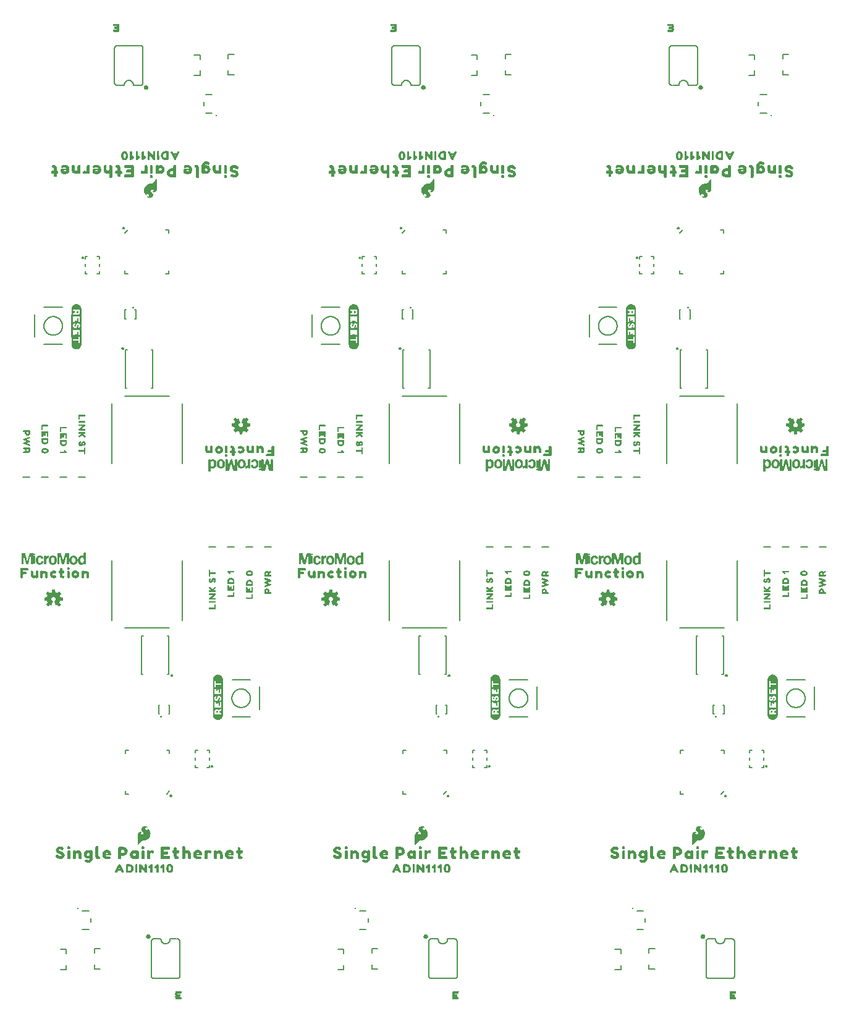
<source format=gto>
G04 EAGLE Gerber RS-274X export*
G75*
%MOMM*%
%FSLAX34Y34*%
%LPD*%
%INSilkscreen Top*%
%IPPOS*%
%AMOC8*
5,1,8,0,0,1.08239X$1,22.5*%
G01*
%ADD10R,0.640000X0.040000*%
%ADD11R,0.800000X0.040000*%
%ADD12R,0.840000X0.040000*%
%ADD13R,0.280000X0.040000*%
%ADD14R,0.600000X0.040000*%
%ADD15R,0.680000X0.040000*%
%ADD16R,0.760000X0.040000*%
%ADD17C,0.203200*%
%ADD18C,0.254000*%
%ADD19C,0.127000*%
%ADD20C,0.150000*%
%ADD21C,0.152400*%

G36*
X1044752Y409644D02*
X1044752Y409644D01*
X1044755Y409641D01*
X1046155Y409841D01*
X1046160Y409846D01*
X1046164Y409843D01*
X1047364Y410243D01*
X1047369Y410251D01*
X1047375Y410249D01*
X1048575Y411049D01*
X1048576Y411052D01*
X1048579Y411052D01*
X1049079Y411452D01*
X1049080Y411456D01*
X1049083Y411455D01*
X1049583Y411955D01*
X1049583Y411959D01*
X1049586Y411959D01*
X1049986Y412459D01*
X1049987Y412463D01*
X1049989Y412463D01*
X1050389Y413063D01*
X1050389Y413067D01*
X1050392Y413068D01*
X1050692Y413668D01*
X1050691Y413673D01*
X1050695Y413674D01*
X1050895Y414274D01*
X1050894Y414276D01*
X1050895Y414276D01*
X1051095Y414976D01*
X1051094Y414980D01*
X1051097Y414982D01*
X1051197Y415582D01*
X1051196Y415583D01*
X1051197Y415583D01*
X1051297Y416283D01*
X1051294Y416288D01*
X1051297Y416290D01*
X1051297Y464990D01*
X1051294Y464994D01*
X1051297Y464997D01*
X1051097Y466397D01*
X1051092Y466402D01*
X1051095Y466406D01*
X1050895Y467005D01*
X1050695Y467704D01*
X1050690Y467708D01*
X1050692Y467712D01*
X1050392Y468312D01*
X1050389Y468313D01*
X1050390Y468315D01*
X1050090Y468815D01*
X1050085Y468817D01*
X1050086Y468822D01*
X1049586Y469421D01*
X1049186Y469921D01*
X1049179Y469923D01*
X1049179Y469928D01*
X1048679Y470328D01*
X1048675Y470329D01*
X1048675Y470331D01*
X1048075Y470731D01*
X1048071Y470731D01*
X1048070Y470734D01*
X1046870Y471334D01*
X1046863Y471333D01*
X1046862Y471337D01*
X1046162Y471537D01*
X1046158Y471536D01*
X1046156Y471539D01*
X1045556Y471639D01*
X1045555Y471638D01*
X1045555Y471639D01*
X1044855Y471739D01*
X1044850Y471736D01*
X1044848Y471739D01*
X1043548Y471739D01*
X1043540Y471733D01*
X1043534Y471737D01*
X1042834Y471537D01*
X1042833Y471536D01*
X1042832Y471537D01*
X1042233Y471337D01*
X1041534Y471137D01*
X1041530Y471132D01*
X1041526Y471134D01*
X1040926Y470834D01*
X1040923Y470827D01*
X1040917Y470828D01*
X1040419Y470430D01*
X1039821Y470031D01*
X1039817Y470021D01*
X1039810Y470021D01*
X1039411Y469523D01*
X1038913Y469025D01*
X1038912Y469013D01*
X1038904Y469012D01*
X1038004Y467212D01*
X1038005Y467205D01*
X1038001Y467204D01*
X1037801Y466504D01*
X1037802Y466500D01*
X1037799Y466498D01*
X1037699Y465898D01*
X1037700Y465897D01*
X1037699Y465897D01*
X1037599Y465197D01*
X1037602Y465192D01*
X1037599Y465190D01*
X1037599Y416490D01*
X1037602Y416486D01*
X1037600Y416481D01*
X1037610Y416476D01*
X1037635Y416443D01*
X1037651Y416455D01*
X1037658Y416452D01*
X1037624Y416433D01*
X1037615Y416412D01*
X1037601Y416401D01*
X1037605Y416395D01*
X1037599Y416390D01*
X1037599Y416290D01*
X1037602Y416286D01*
X1037599Y416283D01*
X1037699Y415583D01*
X1037700Y415582D01*
X1037699Y415582D01*
X1037799Y414982D01*
X1037803Y414979D01*
X1037801Y414976D01*
X1038001Y414276D01*
X1038002Y414275D01*
X1038001Y414274D01*
X1038201Y413674D01*
X1038206Y413671D01*
X1038204Y413668D01*
X1038504Y413068D01*
X1038508Y413066D01*
X1038507Y413063D01*
X1038907Y412463D01*
X1038910Y412462D01*
X1038910Y412459D01*
X1039310Y411959D01*
X1039314Y411958D01*
X1039313Y411955D01*
X1039813Y411455D01*
X1039817Y411455D01*
X1039817Y411452D01*
X1040317Y411052D01*
X1040321Y411051D01*
X1040321Y411049D01*
X1040921Y410649D01*
X1040925Y410649D01*
X1040926Y410646D01*
X1042126Y410046D01*
X1042131Y410047D01*
X1042132Y410043D01*
X1042732Y409843D01*
X1042739Y409845D01*
X1042741Y409841D01*
X1044141Y409641D01*
X1044146Y409644D01*
X1044148Y409641D01*
X1044748Y409641D01*
X1044752Y409644D01*
G37*
G36*
X284784Y409644D02*
X284784Y409644D01*
X284787Y409641D01*
X286187Y409841D01*
X286192Y409846D01*
X286196Y409843D01*
X287396Y410243D01*
X287401Y410251D01*
X287407Y410249D01*
X288607Y411049D01*
X288608Y411052D01*
X288611Y411052D01*
X289111Y411452D01*
X289112Y411456D01*
X289115Y411455D01*
X289615Y411955D01*
X289615Y411959D01*
X289618Y411959D01*
X290018Y412459D01*
X290019Y412463D01*
X290021Y412463D01*
X290421Y413063D01*
X290421Y413067D01*
X290424Y413068D01*
X290724Y413668D01*
X290723Y413673D01*
X290727Y413674D01*
X290927Y414274D01*
X290926Y414276D01*
X290927Y414276D01*
X291127Y414976D01*
X291126Y414980D01*
X291129Y414982D01*
X291229Y415582D01*
X291228Y415583D01*
X291229Y415583D01*
X291329Y416283D01*
X291326Y416288D01*
X291329Y416290D01*
X291329Y464990D01*
X291326Y464994D01*
X291329Y464997D01*
X291129Y466397D01*
X291124Y466402D01*
X291127Y466406D01*
X290927Y467005D01*
X290727Y467704D01*
X290722Y467708D01*
X290724Y467712D01*
X290424Y468312D01*
X290421Y468313D01*
X290422Y468315D01*
X290122Y468815D01*
X290117Y468817D01*
X290118Y468822D01*
X289618Y469421D01*
X289218Y469921D01*
X289211Y469923D01*
X289211Y469928D01*
X288711Y470328D01*
X288707Y470329D01*
X288707Y470331D01*
X288107Y470731D01*
X288103Y470731D01*
X288102Y470734D01*
X286902Y471334D01*
X286895Y471333D01*
X286894Y471337D01*
X286194Y471537D01*
X286190Y471536D01*
X286188Y471539D01*
X285588Y471639D01*
X285587Y471638D01*
X285587Y471639D01*
X284887Y471739D01*
X284882Y471736D01*
X284880Y471739D01*
X283580Y471739D01*
X283572Y471733D01*
X283566Y471737D01*
X282866Y471537D01*
X282865Y471536D01*
X282864Y471537D01*
X282265Y471337D01*
X281566Y471137D01*
X281562Y471132D01*
X281558Y471134D01*
X280958Y470834D01*
X280955Y470827D01*
X280949Y470828D01*
X280451Y470430D01*
X279853Y470031D01*
X279849Y470021D01*
X279842Y470021D01*
X279443Y469523D01*
X278945Y469025D01*
X278944Y469013D01*
X278936Y469012D01*
X278036Y467212D01*
X278037Y467205D01*
X278033Y467204D01*
X277833Y466504D01*
X277834Y466500D01*
X277831Y466498D01*
X277731Y465898D01*
X277732Y465897D01*
X277731Y465897D01*
X277631Y465197D01*
X277634Y465192D01*
X277631Y465190D01*
X277631Y416490D01*
X277634Y416486D01*
X277632Y416481D01*
X277642Y416476D01*
X277667Y416443D01*
X277683Y416455D01*
X277690Y416452D01*
X277656Y416433D01*
X277647Y416412D01*
X277633Y416401D01*
X277637Y416395D01*
X277631Y416390D01*
X277631Y416290D01*
X277634Y416286D01*
X277631Y416283D01*
X277731Y415583D01*
X277732Y415582D01*
X277731Y415582D01*
X277831Y414982D01*
X277835Y414979D01*
X277833Y414976D01*
X278033Y414276D01*
X278034Y414275D01*
X278033Y414274D01*
X278233Y413674D01*
X278238Y413671D01*
X278236Y413668D01*
X278536Y413068D01*
X278540Y413066D01*
X278539Y413063D01*
X278939Y412463D01*
X278942Y412462D01*
X278942Y412459D01*
X279342Y411959D01*
X279346Y411958D01*
X279345Y411955D01*
X279845Y411455D01*
X279849Y411455D01*
X279849Y411452D01*
X280349Y411052D01*
X280353Y411051D01*
X280353Y411049D01*
X280953Y410649D01*
X280957Y410649D01*
X280958Y410646D01*
X282158Y410046D01*
X282163Y410047D01*
X282164Y410043D01*
X282764Y409843D01*
X282771Y409845D01*
X282773Y409841D01*
X284173Y409641D01*
X284178Y409644D01*
X284180Y409641D01*
X284780Y409641D01*
X284784Y409644D01*
G37*
G36*
X664768Y409644D02*
X664768Y409644D01*
X664771Y409641D01*
X666171Y409841D01*
X666176Y409846D01*
X666180Y409843D01*
X667380Y410243D01*
X667385Y410251D01*
X667391Y410249D01*
X668591Y411049D01*
X668592Y411052D01*
X668595Y411052D01*
X669095Y411452D01*
X669096Y411456D01*
X669099Y411455D01*
X669599Y411955D01*
X669599Y411959D01*
X669602Y411959D01*
X670002Y412459D01*
X670003Y412463D01*
X670005Y412463D01*
X670405Y413063D01*
X670405Y413067D01*
X670408Y413068D01*
X670708Y413668D01*
X670707Y413673D01*
X670711Y413674D01*
X670911Y414274D01*
X670910Y414276D01*
X670911Y414276D01*
X671111Y414976D01*
X671110Y414980D01*
X671113Y414982D01*
X671213Y415582D01*
X671212Y415583D01*
X671213Y415583D01*
X671313Y416283D01*
X671310Y416288D01*
X671313Y416290D01*
X671313Y464990D01*
X671310Y464994D01*
X671313Y464997D01*
X671113Y466397D01*
X671108Y466402D01*
X671111Y466406D01*
X670911Y467005D01*
X670711Y467704D01*
X670706Y467708D01*
X670708Y467712D01*
X670408Y468312D01*
X670405Y468313D01*
X670406Y468315D01*
X670106Y468815D01*
X670101Y468817D01*
X670102Y468822D01*
X669602Y469421D01*
X669202Y469921D01*
X669195Y469923D01*
X669195Y469928D01*
X668695Y470328D01*
X668691Y470329D01*
X668691Y470331D01*
X668091Y470731D01*
X668087Y470731D01*
X668086Y470734D01*
X666886Y471334D01*
X666879Y471333D01*
X666878Y471337D01*
X666178Y471537D01*
X666174Y471536D01*
X666172Y471539D01*
X665572Y471639D01*
X665571Y471638D01*
X665571Y471639D01*
X664871Y471739D01*
X664866Y471736D01*
X664864Y471739D01*
X663564Y471739D01*
X663556Y471733D01*
X663550Y471737D01*
X662850Y471537D01*
X662849Y471536D01*
X662848Y471537D01*
X662249Y471337D01*
X661550Y471137D01*
X661546Y471132D01*
X661542Y471134D01*
X660942Y470834D01*
X660939Y470827D01*
X660933Y470828D01*
X660435Y470430D01*
X659837Y470031D01*
X659833Y470021D01*
X659826Y470021D01*
X659427Y469523D01*
X658929Y469025D01*
X658928Y469013D01*
X658920Y469012D01*
X658020Y467212D01*
X658021Y467205D01*
X658017Y467204D01*
X657817Y466504D01*
X657818Y466500D01*
X657815Y466498D01*
X657715Y465898D01*
X657716Y465897D01*
X657715Y465897D01*
X657615Y465197D01*
X657618Y465192D01*
X657615Y465190D01*
X657615Y416490D01*
X657618Y416486D01*
X657616Y416481D01*
X657626Y416476D01*
X657651Y416443D01*
X657667Y416455D01*
X657674Y416452D01*
X657640Y416433D01*
X657631Y416412D01*
X657617Y416401D01*
X657621Y416395D01*
X657615Y416390D01*
X657615Y416290D01*
X657618Y416286D01*
X657615Y416283D01*
X657715Y415583D01*
X657716Y415582D01*
X657715Y415582D01*
X657815Y414982D01*
X657819Y414979D01*
X657817Y414976D01*
X658017Y414276D01*
X658018Y414275D01*
X658017Y414274D01*
X658217Y413674D01*
X658222Y413671D01*
X658220Y413668D01*
X658520Y413068D01*
X658524Y413066D01*
X658523Y413063D01*
X658923Y412463D01*
X658926Y412462D01*
X658926Y412459D01*
X659326Y411959D01*
X659330Y411958D01*
X659329Y411955D01*
X659829Y411455D01*
X659833Y411455D01*
X659833Y411452D01*
X660333Y411052D01*
X660337Y411051D01*
X660337Y411049D01*
X660937Y410649D01*
X660941Y410649D01*
X660942Y410646D01*
X662142Y410046D01*
X662147Y410047D01*
X662148Y410043D01*
X662748Y409843D01*
X662755Y409845D01*
X662757Y409841D01*
X664157Y409641D01*
X664162Y409644D01*
X664164Y409641D01*
X664764Y409641D01*
X664768Y409644D01*
G37*
G36*
X471316Y917164D02*
X471316Y917164D01*
X471322Y917160D01*
X472022Y917360D01*
X472023Y917361D01*
X472024Y917361D01*
X472623Y917560D01*
X473322Y917760D01*
X473326Y917766D01*
X473330Y917763D01*
X473930Y918063D01*
X473933Y918070D01*
X473939Y918069D01*
X474437Y918468D01*
X475035Y918866D01*
X475039Y918877D01*
X475046Y918877D01*
X475445Y919375D01*
X475943Y919873D01*
X475944Y919884D01*
X475952Y919885D01*
X476852Y921685D01*
X476851Y921692D01*
X476855Y921694D01*
X477055Y922394D01*
X477054Y922398D01*
X477057Y922399D01*
X477157Y922999D01*
X477156Y923000D01*
X477157Y923000D01*
X477257Y923700D01*
X477254Y923705D01*
X477257Y923707D01*
X477257Y972407D01*
X477254Y972412D01*
X477256Y972417D01*
X477247Y972422D01*
X477221Y972455D01*
X477205Y972442D01*
X477198Y972446D01*
X477232Y972464D01*
X477245Y972494D01*
X477255Y972502D01*
X477253Y972505D01*
X477257Y972507D01*
X477257Y972607D01*
X477254Y972612D01*
X477257Y972614D01*
X477157Y973314D01*
X477156Y973315D01*
X477157Y973316D01*
X477057Y973916D01*
X477053Y973918D01*
X477055Y973921D01*
X476855Y974621D01*
X476854Y974622D01*
X476855Y974623D01*
X476655Y975223D01*
X476650Y975226D01*
X476652Y975229D01*
X476352Y975829D01*
X476348Y975832D01*
X476349Y975835D01*
X475949Y976435D01*
X475946Y976436D01*
X475946Y976438D01*
X475546Y976938D01*
X475542Y976939D01*
X475543Y976942D01*
X475043Y977442D01*
X475039Y977443D01*
X475039Y977446D01*
X474539Y977846D01*
X474535Y977846D01*
X474535Y977848D01*
X473935Y978248D01*
X473931Y978248D01*
X473930Y978251D01*
X472730Y978851D01*
X472725Y978851D01*
X472724Y978854D01*
X472124Y979054D01*
X472117Y979052D01*
X472115Y979056D01*
X470715Y979256D01*
X470710Y979254D01*
X470708Y979257D01*
X470108Y979257D01*
X470104Y979253D01*
X470101Y979256D01*
X468701Y979056D01*
X468696Y979051D01*
X468692Y979054D01*
X467492Y978654D01*
X467487Y978646D01*
X467481Y978648D01*
X466281Y977848D01*
X466280Y977845D01*
X466277Y977846D01*
X465777Y977446D01*
X465776Y977442D01*
X465773Y977442D01*
X465273Y976942D01*
X465273Y976938D01*
X465270Y976938D01*
X464870Y976438D01*
X464869Y976435D01*
X464867Y976435D01*
X464467Y975835D01*
X464467Y975830D01*
X464464Y975829D01*
X464164Y975229D01*
X464165Y975224D01*
X464161Y975223D01*
X463961Y974623D01*
X463962Y974621D01*
X463961Y974621D01*
X463761Y973921D01*
X463762Y973917D01*
X463759Y973916D01*
X463659Y973316D01*
X463660Y973315D01*
X463659Y973314D01*
X463559Y972614D01*
X463562Y972610D01*
X463559Y972607D01*
X463559Y923907D01*
X463562Y923903D01*
X463559Y923900D01*
X463759Y922500D01*
X463764Y922496D01*
X463761Y922492D01*
X463961Y921893D01*
X464161Y921194D01*
X464166Y921190D01*
X464164Y921185D01*
X464464Y920585D01*
X464467Y920584D01*
X464466Y920582D01*
X464766Y920082D01*
X464771Y920080D01*
X464770Y920076D01*
X465270Y919477D01*
X465670Y918977D01*
X465677Y918975D01*
X465677Y918969D01*
X466177Y918569D01*
X466181Y918569D01*
X466181Y918566D01*
X466781Y918166D01*
X466785Y918167D01*
X466786Y918163D01*
X467986Y917563D01*
X467993Y917565D01*
X467994Y917560D01*
X468694Y917360D01*
X468698Y917362D01*
X468700Y917359D01*
X469300Y917259D01*
X469301Y917259D01*
X470001Y917159D01*
X470006Y917161D01*
X470008Y917158D01*
X471308Y917158D01*
X471316Y917164D01*
G37*
G36*
X851300Y917164D02*
X851300Y917164D01*
X851306Y917160D01*
X852006Y917360D01*
X852007Y917361D01*
X852008Y917361D01*
X852607Y917560D01*
X853306Y917760D01*
X853310Y917766D01*
X853314Y917763D01*
X853914Y918063D01*
X853917Y918070D01*
X853923Y918069D01*
X854421Y918468D01*
X855019Y918866D01*
X855023Y918877D01*
X855030Y918877D01*
X855429Y919375D01*
X855927Y919873D01*
X855928Y919884D01*
X855936Y919885D01*
X856836Y921685D01*
X856835Y921692D01*
X856839Y921694D01*
X857039Y922394D01*
X857038Y922398D01*
X857041Y922399D01*
X857141Y922999D01*
X857140Y923000D01*
X857141Y923000D01*
X857241Y923700D01*
X857238Y923705D01*
X857241Y923707D01*
X857241Y972407D01*
X857238Y972412D01*
X857240Y972417D01*
X857231Y972422D01*
X857205Y972455D01*
X857189Y972442D01*
X857182Y972446D01*
X857216Y972464D01*
X857229Y972494D01*
X857239Y972502D01*
X857237Y972505D01*
X857241Y972507D01*
X857241Y972607D01*
X857238Y972612D01*
X857241Y972614D01*
X857141Y973314D01*
X857140Y973315D01*
X857141Y973316D01*
X857041Y973916D01*
X857037Y973918D01*
X857039Y973921D01*
X856839Y974621D01*
X856838Y974622D01*
X856839Y974623D01*
X856639Y975223D01*
X856634Y975226D01*
X856636Y975229D01*
X856336Y975829D01*
X856332Y975832D01*
X856333Y975835D01*
X855933Y976435D01*
X855930Y976436D01*
X855930Y976438D01*
X855530Y976938D01*
X855526Y976939D01*
X855527Y976942D01*
X855027Y977442D01*
X855023Y977443D01*
X855023Y977446D01*
X854523Y977846D01*
X854519Y977846D01*
X854519Y977848D01*
X853919Y978248D01*
X853915Y978248D01*
X853914Y978251D01*
X852714Y978851D01*
X852709Y978851D01*
X852708Y978854D01*
X852108Y979054D01*
X852101Y979052D01*
X852099Y979056D01*
X850699Y979256D01*
X850694Y979254D01*
X850692Y979257D01*
X850092Y979257D01*
X850088Y979253D01*
X850085Y979256D01*
X848685Y979056D01*
X848680Y979051D01*
X848676Y979054D01*
X847476Y978654D01*
X847471Y978646D01*
X847465Y978648D01*
X846265Y977848D01*
X846264Y977845D01*
X846261Y977846D01*
X845761Y977446D01*
X845760Y977442D01*
X845757Y977442D01*
X845257Y976942D01*
X845257Y976938D01*
X845254Y976938D01*
X844854Y976438D01*
X844853Y976435D01*
X844851Y976435D01*
X844451Y975835D01*
X844451Y975830D01*
X844448Y975829D01*
X844148Y975229D01*
X844149Y975224D01*
X844145Y975223D01*
X843945Y974623D01*
X843946Y974621D01*
X843945Y974621D01*
X843745Y973921D01*
X843746Y973917D01*
X843743Y973916D01*
X843643Y973316D01*
X843644Y973315D01*
X843643Y973314D01*
X843543Y972614D01*
X843546Y972610D01*
X843543Y972607D01*
X843543Y923907D01*
X843546Y923903D01*
X843543Y923900D01*
X843743Y922500D01*
X843748Y922496D01*
X843745Y922492D01*
X843945Y921893D01*
X844145Y921194D01*
X844150Y921190D01*
X844148Y921185D01*
X844448Y920585D01*
X844451Y920584D01*
X844450Y920582D01*
X844750Y920082D01*
X844755Y920080D01*
X844754Y920076D01*
X845254Y919477D01*
X845654Y918977D01*
X845661Y918975D01*
X845661Y918969D01*
X846161Y918569D01*
X846165Y918569D01*
X846165Y918566D01*
X846765Y918166D01*
X846769Y918167D01*
X846770Y918163D01*
X847970Y917563D01*
X847977Y917565D01*
X847978Y917560D01*
X848678Y917360D01*
X848682Y917362D01*
X848684Y917359D01*
X849284Y917259D01*
X849285Y917259D01*
X849985Y917159D01*
X849990Y917161D01*
X849992Y917158D01*
X851292Y917158D01*
X851300Y917164D01*
G37*
G36*
X91332Y917164D02*
X91332Y917164D01*
X91338Y917160D01*
X92038Y917360D01*
X92039Y917361D01*
X92040Y917361D01*
X92639Y917560D01*
X93338Y917760D01*
X93342Y917766D01*
X93346Y917763D01*
X93946Y918063D01*
X93949Y918070D01*
X93955Y918069D01*
X94453Y918468D01*
X95051Y918866D01*
X95055Y918877D01*
X95062Y918877D01*
X95461Y919375D01*
X95959Y919873D01*
X95960Y919884D01*
X95968Y919885D01*
X96868Y921685D01*
X96867Y921692D01*
X96871Y921694D01*
X97071Y922394D01*
X97070Y922398D01*
X97073Y922399D01*
X97173Y922999D01*
X97172Y923000D01*
X97173Y923000D01*
X97273Y923700D01*
X97270Y923705D01*
X97273Y923707D01*
X97273Y972407D01*
X97270Y972412D01*
X97272Y972417D01*
X97263Y972422D01*
X97237Y972455D01*
X97221Y972442D01*
X97214Y972446D01*
X97248Y972464D01*
X97261Y972494D01*
X97271Y972502D01*
X97269Y972505D01*
X97273Y972507D01*
X97273Y972607D01*
X97270Y972612D01*
X97273Y972614D01*
X97173Y973314D01*
X97172Y973315D01*
X97173Y973316D01*
X97073Y973916D01*
X97069Y973918D01*
X97071Y973921D01*
X96871Y974621D01*
X96870Y974622D01*
X96871Y974623D01*
X96671Y975223D01*
X96666Y975226D01*
X96668Y975229D01*
X96368Y975829D01*
X96364Y975832D01*
X96365Y975835D01*
X95965Y976435D01*
X95962Y976436D01*
X95962Y976438D01*
X95562Y976938D01*
X95558Y976939D01*
X95559Y976942D01*
X95059Y977442D01*
X95055Y977443D01*
X95055Y977446D01*
X94555Y977846D01*
X94551Y977846D01*
X94551Y977848D01*
X93951Y978248D01*
X93947Y978248D01*
X93946Y978251D01*
X92746Y978851D01*
X92741Y978851D01*
X92740Y978854D01*
X92140Y979054D01*
X92133Y979052D01*
X92131Y979056D01*
X90731Y979256D01*
X90726Y979254D01*
X90724Y979257D01*
X90124Y979257D01*
X90120Y979253D01*
X90117Y979256D01*
X88717Y979056D01*
X88712Y979051D01*
X88708Y979054D01*
X87508Y978654D01*
X87503Y978646D01*
X87497Y978648D01*
X86297Y977848D01*
X86296Y977845D01*
X86293Y977846D01*
X85793Y977446D01*
X85792Y977442D01*
X85789Y977442D01*
X85289Y976942D01*
X85289Y976938D01*
X85286Y976938D01*
X84886Y976438D01*
X84885Y976435D01*
X84883Y976435D01*
X84483Y975835D01*
X84483Y975830D01*
X84480Y975829D01*
X84180Y975229D01*
X84181Y975224D01*
X84177Y975223D01*
X83977Y974623D01*
X83978Y974621D01*
X83977Y974621D01*
X83777Y973921D01*
X83778Y973917D01*
X83775Y973916D01*
X83675Y973316D01*
X83676Y973315D01*
X83675Y973314D01*
X83575Y972614D01*
X83578Y972610D01*
X83575Y972607D01*
X83575Y923907D01*
X83578Y923903D01*
X83575Y923900D01*
X83775Y922500D01*
X83780Y922496D01*
X83777Y922492D01*
X83977Y921893D01*
X84177Y921194D01*
X84182Y921190D01*
X84180Y921185D01*
X84480Y920585D01*
X84483Y920584D01*
X84482Y920582D01*
X84782Y920082D01*
X84787Y920080D01*
X84786Y920076D01*
X85286Y919477D01*
X85686Y918977D01*
X85693Y918975D01*
X85693Y918969D01*
X86193Y918569D01*
X86197Y918569D01*
X86197Y918566D01*
X86797Y918166D01*
X86801Y918167D01*
X86802Y918163D01*
X88002Y917563D01*
X88009Y917565D01*
X88010Y917560D01*
X88710Y917360D01*
X88714Y917362D01*
X88716Y917359D01*
X89316Y917259D01*
X89317Y917259D01*
X90017Y917159D01*
X90022Y917161D01*
X90024Y917158D01*
X91324Y917158D01*
X91332Y917164D01*
G37*
G36*
X66674Y565007D02*
X66674Y565007D01*
X66744Y565013D01*
X66759Y565022D01*
X66776Y565025D01*
X66882Y565097D01*
X66892Y565103D01*
X66893Y565105D01*
X66894Y565106D01*
X69194Y567406D01*
X69202Y567419D01*
X69203Y567420D01*
X69205Y567422D01*
X69207Y567426D01*
X69226Y567442D01*
X69252Y567499D01*
X69285Y567553D01*
X69288Y567577D01*
X69298Y567600D01*
X69296Y567662D01*
X69302Y567725D01*
X69293Y567748D01*
X69292Y567773D01*
X69252Y567855D01*
X69240Y567886D01*
X69234Y567892D01*
X69229Y567901D01*
X67284Y570495D01*
X67294Y570506D01*
X67313Y570536D01*
X67365Y570604D01*
X67465Y570804D01*
X67469Y570820D01*
X67478Y570833D01*
X67504Y570967D01*
X67505Y570972D01*
X67505Y570973D01*
X67505Y570974D01*
X67505Y570984D01*
X67538Y571049D01*
X67594Y571106D01*
X67613Y571136D01*
X67665Y571204D01*
X67765Y571404D01*
X67769Y571420D01*
X67778Y571433D01*
X67804Y571567D01*
X67805Y571572D01*
X67805Y571573D01*
X67805Y571574D01*
X67805Y571584D01*
X67965Y571904D01*
X67969Y571920D01*
X67978Y571933D01*
X68004Y572067D01*
X68005Y572072D01*
X68005Y572073D01*
X68005Y572074D01*
X68005Y572084D01*
X68065Y572204D01*
X68069Y572220D01*
X68078Y572233D01*
X68104Y572367D01*
X68105Y572372D01*
X68105Y572373D01*
X68105Y572374D01*
X68105Y572384D01*
X68165Y572504D01*
X68169Y572520D01*
X68178Y572533D01*
X68198Y572636D01*
X71490Y573200D01*
X71508Y573207D01*
X71527Y573208D01*
X71587Y573241D01*
X71649Y573267D01*
X71662Y573282D01*
X71679Y573291D01*
X71718Y573347D01*
X71762Y573398D01*
X71767Y573417D01*
X71778Y573433D01*
X71800Y573544D01*
X71805Y573566D01*
X71804Y573570D01*
X71805Y573574D01*
X71805Y576774D01*
X71801Y576793D01*
X71803Y576814D01*
X71792Y576846D01*
X71791Y576853D01*
X71786Y576862D01*
X71781Y576877D01*
X71766Y576942D01*
X71753Y576958D01*
X71746Y576977D01*
X71698Y577024D01*
X71656Y577076D01*
X71637Y577084D01*
X71623Y577098D01*
X71521Y577136D01*
X71498Y577146D01*
X71493Y577146D01*
X71488Y577148D01*
X68205Y577695D01*
X68205Y577774D01*
X68188Y577848D01*
X68174Y577923D01*
X68168Y577933D01*
X68166Y577942D01*
X68143Y577970D01*
X68105Y578025D01*
X68105Y578074D01*
X68088Y578148D01*
X68074Y578223D01*
X68068Y578233D01*
X68066Y578242D01*
X68043Y578270D01*
X67994Y578342D01*
X67938Y578398D01*
X67905Y578463D01*
X67905Y578574D01*
X67888Y578648D01*
X67874Y578723D01*
X67868Y578733D01*
X67866Y578742D01*
X67843Y578770D01*
X67805Y578825D01*
X67805Y578874D01*
X67788Y578948D01*
X67774Y579023D01*
X67768Y579033D01*
X67766Y579042D01*
X67743Y579070D01*
X67694Y579142D01*
X67638Y579198D01*
X67565Y579343D01*
X67542Y579371D01*
X67505Y579425D01*
X67505Y579474D01*
X67488Y579548D01*
X67474Y579623D01*
X67468Y579633D01*
X67466Y579642D01*
X67443Y579670D01*
X67394Y579742D01*
X67338Y579798D01*
X67298Y579878D01*
X69233Y582551D01*
X69243Y582575D01*
X69260Y582594D01*
X69276Y582654D01*
X69300Y582711D01*
X69298Y582736D01*
X69305Y582761D01*
X69293Y582822D01*
X69289Y582884D01*
X69276Y582906D01*
X69271Y582931D01*
X69220Y583003D01*
X69202Y583033D01*
X69195Y583038D01*
X69188Y583048D01*
X66888Y585248D01*
X66877Y585254D01*
X66869Y585265D01*
X66803Y585298D01*
X66739Y585336D01*
X66726Y585337D01*
X66715Y585342D01*
X66641Y585343D01*
X66567Y585348D01*
X66555Y585343D01*
X66542Y585343D01*
X66411Y585286D01*
X63737Y583442D01*
X63596Y583513D01*
X63580Y583517D01*
X63567Y583526D01*
X63433Y583552D01*
X63427Y583553D01*
X63426Y583553D01*
X63416Y583553D01*
X63351Y583585D01*
X63294Y583642D01*
X63264Y583661D01*
X63196Y583713D01*
X62996Y583813D01*
X62980Y583817D01*
X62967Y583826D01*
X62833Y583852D01*
X62827Y583853D01*
X62826Y583853D01*
X62816Y583853D01*
X62751Y583885D01*
X62694Y583942D01*
X62629Y583982D01*
X62567Y584026D01*
X62555Y584028D01*
X62547Y584033D01*
X62512Y584036D01*
X62426Y584053D01*
X62316Y584053D01*
X62196Y584113D01*
X62180Y584117D01*
X62167Y584126D01*
X62033Y584152D01*
X62027Y584153D01*
X62026Y584153D01*
X62016Y584153D01*
X61896Y584213D01*
X61880Y584217D01*
X61867Y584226D01*
X61733Y584252D01*
X61727Y584253D01*
X61726Y584253D01*
X61716Y584253D01*
X61596Y584313D01*
X61580Y584317D01*
X61567Y584326D01*
X61550Y584329D01*
X61000Y587538D01*
X60992Y587556D01*
X60991Y587575D01*
X60959Y587634D01*
X60932Y587697D01*
X60918Y587710D01*
X60908Y587727D01*
X60853Y587766D01*
X60801Y587810D01*
X60782Y587815D01*
X60767Y587826D01*
X60656Y587847D01*
X60634Y587853D01*
X60630Y587852D01*
X60626Y587853D01*
X57426Y587853D01*
X57407Y587849D01*
X57388Y587851D01*
X57324Y587829D01*
X57258Y587813D01*
X57243Y587801D01*
X57224Y587795D01*
X57177Y587747D01*
X57124Y587703D01*
X57116Y587686D01*
X57103Y587672D01*
X57063Y587566D01*
X57054Y587545D01*
X57054Y587542D01*
X57052Y587538D01*
X56494Y584282D01*
X56436Y584253D01*
X56326Y584253D01*
X56252Y584236D01*
X56176Y584222D01*
X56167Y584216D01*
X56158Y584213D01*
X56130Y584191D01*
X56074Y584153D01*
X56026Y584153D01*
X56010Y584149D01*
X55994Y584152D01*
X55863Y584115D01*
X55858Y584113D01*
X55857Y584113D01*
X55856Y584113D01*
X55736Y584053D01*
X55726Y584053D01*
X55710Y584049D01*
X55694Y584052D01*
X55563Y584015D01*
X55558Y584013D01*
X55557Y584013D01*
X55556Y584013D01*
X55356Y583913D01*
X55329Y583890D01*
X55274Y583853D01*
X55226Y583853D01*
X55152Y583836D01*
X55076Y583822D01*
X55067Y583816D01*
X55058Y583813D01*
X55030Y583791D01*
X54958Y583742D01*
X54901Y583685D01*
X54756Y583613D01*
X54729Y583590D01*
X54674Y583553D01*
X54626Y583553D01*
X54552Y583536D01*
X54476Y583522D01*
X54467Y583516D01*
X54458Y583513D01*
X54430Y583491D01*
X54358Y583442D01*
X54340Y583424D01*
X51641Y585286D01*
X51625Y585292D01*
X51613Y585304D01*
X51546Y585323D01*
X51480Y585349D01*
X51463Y585348D01*
X51447Y585352D01*
X51378Y585340D01*
X51308Y585334D01*
X51293Y585325D01*
X51276Y585322D01*
X51170Y585250D01*
X51160Y585244D01*
X51159Y585243D01*
X51158Y585242D01*
X48958Y583042D01*
X48949Y583027D01*
X48935Y583017D01*
X48904Y582954D01*
X48867Y582895D01*
X48865Y582878D01*
X48857Y582863D01*
X48857Y582792D01*
X48850Y582723D01*
X48856Y582707D01*
X48856Y582689D01*
X48908Y582572D01*
X48912Y582561D01*
X48913Y582560D01*
X48914Y582558D01*
X50765Y579875D01*
X50763Y579860D01*
X50747Y579774D01*
X50747Y579724D01*
X50739Y579711D01*
X50687Y579643D01*
X50614Y579498D01*
X50558Y579442D01*
X50518Y579377D01*
X50474Y579314D01*
X50472Y579303D01*
X50467Y579295D01*
X50463Y579260D01*
X50447Y579174D01*
X50447Y579124D01*
X50439Y579111D01*
X50387Y579043D01*
X50287Y578843D01*
X50283Y578828D01*
X50274Y578814D01*
X50257Y578727D01*
X50254Y578719D01*
X50254Y578711D01*
X50248Y578680D01*
X50247Y578675D01*
X50247Y578674D01*
X50247Y578663D01*
X50087Y578343D01*
X50083Y578328D01*
X50074Y578314D01*
X50048Y578180D01*
X50047Y578175D01*
X50047Y578174D01*
X50047Y578163D01*
X49987Y578043D01*
X49983Y578028D01*
X49974Y578014D01*
X49965Y577969D01*
X49961Y577961D01*
X49962Y577951D01*
X49948Y577880D01*
X49947Y577875D01*
X49947Y577874D01*
X49947Y577863D01*
X49887Y577743D01*
X49883Y577728D01*
X49874Y577714D01*
X49871Y577698D01*
X46662Y577148D01*
X46644Y577140D01*
X46625Y577139D01*
X46565Y577107D01*
X46503Y577080D01*
X46490Y577065D01*
X46473Y577056D01*
X46434Y577001D01*
X46390Y576949D01*
X46385Y576930D01*
X46374Y576914D01*
X46358Y576833D01*
X46354Y576823D01*
X46354Y576812D01*
X46352Y576803D01*
X46347Y576781D01*
X46348Y576778D01*
X46347Y576774D01*
X46347Y573574D01*
X46351Y573555D01*
X46349Y573536D01*
X46371Y573471D01*
X46386Y573405D01*
X46399Y573390D01*
X46405Y573372D01*
X46453Y573324D01*
X46496Y573272D01*
X46514Y573264D01*
X46528Y573250D01*
X46634Y573210D01*
X46654Y573201D01*
X46658Y573201D01*
X46662Y573200D01*
X49918Y572642D01*
X49947Y572584D01*
X49947Y572474D01*
X49964Y572399D01*
X49978Y572324D01*
X49984Y572314D01*
X49986Y572305D01*
X50009Y572278D01*
X50047Y572222D01*
X50047Y572174D01*
X50060Y572118D01*
X50061Y572099D01*
X50066Y572089D01*
X50078Y572024D01*
X50084Y572014D01*
X50086Y572005D01*
X50109Y571978D01*
X50158Y571906D01*
X50214Y571849D01*
X50247Y571784D01*
X50247Y571674D01*
X50264Y571599D01*
X50278Y571524D01*
X50284Y571514D01*
X50286Y571505D01*
X50309Y571478D01*
X50347Y571422D01*
X50347Y571374D01*
X50364Y571299D01*
X50378Y571224D01*
X50384Y571214D01*
X50386Y571205D01*
X50409Y571178D01*
X50458Y571106D01*
X50514Y571049D01*
X50587Y570904D01*
X50610Y570876D01*
X50653Y570813D01*
X50655Y570809D01*
X50656Y570809D01*
X50658Y570806D01*
X50714Y570749D01*
X50747Y570684D01*
X50747Y570674D01*
X50750Y570658D01*
X50748Y570642D01*
X50760Y570600D01*
X50761Y570582D01*
X50770Y570565D01*
X50785Y570511D01*
X50785Y570509D01*
X48917Y567894D01*
X48911Y567879D01*
X48900Y567868D01*
X48879Y567800D01*
X48852Y567734D01*
X48853Y567718D01*
X48848Y567703D01*
X48859Y567633D01*
X48864Y567561D01*
X48872Y567548D01*
X48874Y567532D01*
X48949Y567416D01*
X48951Y567412D01*
X48952Y567412D01*
X51152Y565112D01*
X51170Y565100D01*
X51183Y565083D01*
X51242Y565053D01*
X51297Y565017D01*
X51318Y565015D01*
X51337Y565005D01*
X51403Y565005D01*
X51469Y564997D01*
X51489Y565004D01*
X51510Y565004D01*
X51605Y565046D01*
X51632Y565055D01*
X51635Y565059D01*
X51641Y565061D01*
X54362Y566938D01*
X54385Y566921D01*
X54397Y566919D01*
X54405Y566914D01*
X54440Y566911D01*
X54455Y566908D01*
X54458Y566906D01*
X54523Y566865D01*
X54585Y566821D01*
X54597Y566819D01*
X54605Y566814D01*
X54640Y566811D01*
X54655Y566808D01*
X54658Y566806D01*
X54723Y566765D01*
X54785Y566721D01*
X54797Y566719D01*
X54805Y566714D01*
X54840Y566711D01*
X54855Y566708D01*
X54858Y566706D01*
X54923Y566665D01*
X54985Y566621D01*
X54997Y566619D01*
X55005Y566614D01*
X55040Y566611D01*
X55055Y566608D01*
X55058Y566606D01*
X55123Y566565D01*
X55185Y566521D01*
X55197Y566519D01*
X55205Y566514D01*
X55240Y566511D01*
X55255Y566508D01*
X55258Y566506D01*
X55323Y566465D01*
X55385Y566421D01*
X55397Y566419D01*
X55405Y566414D01*
X55440Y566411D01*
X55526Y566394D01*
X55576Y566394D01*
X55597Y566381D01*
X55630Y566349D01*
X55669Y566336D01*
X55705Y566314D01*
X55750Y566310D01*
X55794Y566296D01*
X55836Y566302D01*
X55877Y566298D01*
X55920Y566314D01*
X55965Y566321D01*
X56000Y566345D01*
X56039Y566360D01*
X56070Y566393D01*
X56107Y566420D01*
X56133Y566462D01*
X56156Y566487D01*
X56163Y566512D01*
X56182Y566542D01*
X58182Y571942D01*
X58189Y571999D01*
X58205Y572054D01*
X58199Y572084D01*
X58203Y572114D01*
X58184Y572168D01*
X58174Y572225D01*
X58156Y572249D01*
X58146Y572277D01*
X58105Y572317D01*
X58071Y572363D01*
X58041Y572380D01*
X58022Y572398D01*
X57990Y572408D01*
X57946Y572433D01*
X57672Y572525D01*
X57351Y572685D01*
X57194Y572842D01*
X57164Y572861D01*
X57096Y572913D01*
X56951Y572985D01*
X56838Y573098D01*
X56765Y573243D01*
X56742Y573271D01*
X56694Y573342D01*
X56538Y573498D01*
X56377Y573819D01*
X56286Y574094D01*
X56274Y574113D01*
X56265Y574143D01*
X56105Y574463D01*
X56105Y574674D01*
X56097Y574709D01*
X56086Y574794D01*
X56005Y575035D01*
X56005Y575512D01*
X56370Y576606D01*
X56721Y577132D01*
X56868Y577279D01*
X57136Y577458D01*
X57158Y577481D01*
X57194Y577506D01*
X57368Y577679D01*
X57594Y577830D01*
X57846Y577914D01*
X57864Y577925D01*
X57878Y577928D01*
X57891Y577939D01*
X57936Y577958D01*
X58141Y578094D01*
X58326Y578094D01*
X58361Y578103D01*
X58418Y578106D01*
X58773Y578194D01*
X59364Y578194D01*
X59606Y578114D01*
X59642Y578111D01*
X59726Y578094D01*
X59911Y578094D01*
X60116Y577958D01*
X60151Y577945D01*
X60200Y577917D01*
X60202Y577916D01*
X60203Y577916D01*
X60206Y577914D01*
X60458Y577830D01*
X60985Y577479D01*
X61331Y577132D01*
X61682Y576606D01*
X61766Y576354D01*
X61786Y576322D01*
X61810Y576263D01*
X61947Y576059D01*
X61947Y575874D01*
X61955Y575839D01*
X61966Y575754D01*
X62047Y575512D01*
X62047Y574735D01*
X61966Y574494D01*
X61963Y574458D01*
X61947Y574374D01*
X61947Y574263D01*
X61887Y574143D01*
X61881Y574121D01*
X61866Y574094D01*
X61775Y573819D01*
X61714Y573698D01*
X61558Y573542D01*
X61539Y573511D01*
X61487Y573443D01*
X61414Y573298D01*
X61101Y572985D01*
X60956Y572913D01*
X60929Y572890D01*
X60858Y572842D01*
X60701Y572685D01*
X60156Y572413D01*
X60133Y572393D01*
X60104Y572381D01*
X60067Y572338D01*
X60023Y572302D01*
X60011Y572274D01*
X59991Y572251D01*
X59976Y572196D01*
X59953Y572144D01*
X59955Y572113D01*
X59947Y572083D01*
X59959Y572009D01*
X59961Y571971D01*
X59968Y571959D01*
X59970Y571942D01*
X61970Y566542D01*
X61982Y566525D01*
X61986Y566505D01*
X62029Y566454D01*
X62066Y566398D01*
X62084Y566387D01*
X62096Y566372D01*
X62158Y566345D01*
X62216Y566311D01*
X62236Y566310D01*
X62254Y566301D01*
X62321Y566304D01*
X62388Y566300D01*
X62407Y566307D01*
X62427Y566308D01*
X62486Y566340D01*
X62548Y566366D01*
X62561Y566382D01*
X62579Y566391D01*
X62592Y566410D01*
X62600Y566412D01*
X62676Y566425D01*
X62685Y566432D01*
X62694Y566434D01*
X62722Y566457D01*
X62794Y566506D01*
X62801Y566512D01*
X62876Y566525D01*
X62885Y566532D01*
X62894Y566534D01*
X62922Y566557D01*
X62994Y566606D01*
X63001Y566612D01*
X63076Y566625D01*
X63085Y566632D01*
X63094Y566634D01*
X63122Y566657D01*
X63178Y566694D01*
X63226Y566694D01*
X63300Y566712D01*
X63376Y566725D01*
X63385Y566732D01*
X63394Y566734D01*
X63422Y566757D01*
X63494Y566806D01*
X63501Y566812D01*
X63576Y566825D01*
X63585Y566832D01*
X63594Y566834D01*
X63622Y566857D01*
X63694Y566906D01*
X63712Y566923D01*
X66411Y565061D01*
X66427Y565055D01*
X66439Y565044D01*
X66507Y565024D01*
X66572Y564998D01*
X66589Y565000D01*
X66605Y564995D01*
X66674Y565007D01*
G37*
G36*
X826642Y565007D02*
X826642Y565007D01*
X826712Y565013D01*
X826727Y565022D01*
X826744Y565025D01*
X826850Y565097D01*
X826860Y565103D01*
X826861Y565105D01*
X826862Y565106D01*
X829162Y567406D01*
X829170Y567419D01*
X829171Y567420D01*
X829173Y567422D01*
X829175Y567426D01*
X829194Y567442D01*
X829220Y567499D01*
X829253Y567553D01*
X829256Y567577D01*
X829266Y567600D01*
X829264Y567662D01*
X829270Y567725D01*
X829261Y567748D01*
X829260Y567773D01*
X829220Y567855D01*
X829208Y567886D01*
X829202Y567892D01*
X829197Y567901D01*
X827252Y570495D01*
X827262Y570506D01*
X827281Y570536D01*
X827333Y570604D01*
X827433Y570804D01*
X827437Y570820D01*
X827446Y570833D01*
X827472Y570967D01*
X827473Y570972D01*
X827473Y570973D01*
X827473Y570974D01*
X827473Y570984D01*
X827506Y571049D01*
X827562Y571106D01*
X827581Y571136D01*
X827633Y571204D01*
X827733Y571404D01*
X827737Y571420D01*
X827746Y571433D01*
X827772Y571567D01*
X827773Y571572D01*
X827773Y571573D01*
X827773Y571574D01*
X827773Y571584D01*
X827933Y571904D01*
X827937Y571920D01*
X827946Y571933D01*
X827972Y572067D01*
X827973Y572072D01*
X827973Y572073D01*
X827973Y572074D01*
X827973Y572084D01*
X828033Y572204D01*
X828037Y572220D01*
X828046Y572233D01*
X828072Y572367D01*
X828073Y572372D01*
X828073Y572373D01*
X828073Y572374D01*
X828073Y572384D01*
X828133Y572504D01*
X828137Y572520D01*
X828146Y572533D01*
X828166Y572636D01*
X831458Y573200D01*
X831476Y573207D01*
X831495Y573208D01*
X831555Y573241D01*
X831617Y573267D01*
X831630Y573282D01*
X831647Y573291D01*
X831686Y573347D01*
X831730Y573398D01*
X831735Y573417D01*
X831746Y573433D01*
X831768Y573544D01*
X831773Y573566D01*
X831772Y573570D01*
X831773Y573574D01*
X831773Y576774D01*
X831769Y576793D01*
X831771Y576814D01*
X831760Y576846D01*
X831759Y576853D01*
X831754Y576862D01*
X831749Y576877D01*
X831734Y576942D01*
X831721Y576958D01*
X831714Y576977D01*
X831666Y577024D01*
X831624Y577076D01*
X831605Y577084D01*
X831591Y577098D01*
X831489Y577136D01*
X831466Y577146D01*
X831461Y577146D01*
X831456Y577148D01*
X828173Y577695D01*
X828173Y577774D01*
X828156Y577848D01*
X828142Y577923D01*
X828136Y577933D01*
X828134Y577942D01*
X828111Y577970D01*
X828073Y578025D01*
X828073Y578074D01*
X828056Y578148D01*
X828042Y578223D01*
X828036Y578233D01*
X828034Y578242D01*
X828011Y578270D01*
X827962Y578342D01*
X827906Y578398D01*
X827873Y578463D01*
X827873Y578574D01*
X827856Y578648D01*
X827842Y578723D01*
X827836Y578733D01*
X827834Y578742D01*
X827811Y578770D01*
X827773Y578825D01*
X827773Y578874D01*
X827756Y578948D01*
X827742Y579023D01*
X827736Y579033D01*
X827734Y579042D01*
X827711Y579070D01*
X827662Y579142D01*
X827606Y579198D01*
X827533Y579343D01*
X827510Y579371D01*
X827473Y579425D01*
X827473Y579474D01*
X827456Y579548D01*
X827442Y579623D01*
X827436Y579633D01*
X827434Y579642D01*
X827411Y579670D01*
X827362Y579742D01*
X827306Y579798D01*
X827266Y579878D01*
X829201Y582551D01*
X829211Y582575D01*
X829228Y582594D01*
X829244Y582654D01*
X829268Y582711D01*
X829266Y582736D01*
X829273Y582761D01*
X829261Y582822D01*
X829257Y582884D01*
X829244Y582906D01*
X829239Y582931D01*
X829188Y583003D01*
X829170Y583033D01*
X829163Y583038D01*
X829156Y583048D01*
X826856Y585248D01*
X826845Y585254D01*
X826837Y585265D01*
X826771Y585298D01*
X826707Y585336D01*
X826694Y585337D01*
X826683Y585342D01*
X826609Y585343D01*
X826535Y585348D01*
X826523Y585343D01*
X826510Y585343D01*
X826379Y585286D01*
X823705Y583442D01*
X823564Y583513D01*
X823548Y583517D01*
X823535Y583526D01*
X823401Y583552D01*
X823395Y583553D01*
X823394Y583553D01*
X823384Y583553D01*
X823319Y583585D01*
X823262Y583642D01*
X823232Y583661D01*
X823164Y583713D01*
X822964Y583813D01*
X822948Y583817D01*
X822935Y583826D01*
X822801Y583852D01*
X822795Y583853D01*
X822794Y583853D01*
X822784Y583853D01*
X822719Y583885D01*
X822662Y583942D01*
X822597Y583982D01*
X822535Y584026D01*
X822523Y584028D01*
X822515Y584033D01*
X822480Y584036D01*
X822394Y584053D01*
X822284Y584053D01*
X822164Y584113D01*
X822148Y584117D01*
X822135Y584126D01*
X822001Y584152D01*
X821995Y584153D01*
X821994Y584153D01*
X821984Y584153D01*
X821864Y584213D01*
X821848Y584217D01*
X821835Y584226D01*
X821701Y584252D01*
X821695Y584253D01*
X821694Y584253D01*
X821684Y584253D01*
X821564Y584313D01*
X821548Y584317D01*
X821535Y584326D01*
X821518Y584329D01*
X820968Y587538D01*
X820960Y587556D01*
X820959Y587575D01*
X820927Y587634D01*
X820900Y587697D01*
X820886Y587710D01*
X820876Y587727D01*
X820821Y587766D01*
X820769Y587810D01*
X820750Y587815D01*
X820735Y587826D01*
X820624Y587847D01*
X820602Y587853D01*
X820598Y587852D01*
X820594Y587853D01*
X817394Y587853D01*
X817375Y587849D01*
X817356Y587851D01*
X817292Y587829D01*
X817226Y587813D01*
X817211Y587801D01*
X817192Y587795D01*
X817145Y587747D01*
X817092Y587703D01*
X817084Y587686D01*
X817071Y587672D01*
X817031Y587566D01*
X817022Y587545D01*
X817022Y587542D01*
X817020Y587538D01*
X816462Y584282D01*
X816404Y584253D01*
X816294Y584253D01*
X816220Y584236D01*
X816144Y584222D01*
X816135Y584216D01*
X816126Y584213D01*
X816098Y584191D01*
X816042Y584153D01*
X815994Y584153D01*
X815978Y584149D01*
X815962Y584152D01*
X815831Y584115D01*
X815826Y584113D01*
X815825Y584113D01*
X815824Y584113D01*
X815704Y584053D01*
X815694Y584053D01*
X815678Y584049D01*
X815662Y584052D01*
X815531Y584015D01*
X815526Y584013D01*
X815525Y584013D01*
X815524Y584013D01*
X815324Y583913D01*
X815297Y583890D01*
X815242Y583853D01*
X815194Y583853D01*
X815120Y583836D01*
X815044Y583822D01*
X815035Y583816D01*
X815026Y583813D01*
X814998Y583791D01*
X814926Y583742D01*
X814869Y583685D01*
X814724Y583613D01*
X814697Y583590D01*
X814642Y583553D01*
X814594Y583553D01*
X814520Y583536D01*
X814444Y583522D01*
X814435Y583516D01*
X814426Y583513D01*
X814398Y583491D01*
X814326Y583442D01*
X814308Y583424D01*
X811609Y585286D01*
X811593Y585292D01*
X811581Y585304D01*
X811514Y585323D01*
X811448Y585349D01*
X811431Y585348D01*
X811415Y585352D01*
X811346Y585340D01*
X811276Y585334D01*
X811261Y585325D01*
X811244Y585322D01*
X811138Y585250D01*
X811128Y585244D01*
X811127Y585243D01*
X811126Y585242D01*
X808926Y583042D01*
X808917Y583027D01*
X808903Y583017D01*
X808872Y582954D01*
X808835Y582895D01*
X808833Y582878D01*
X808825Y582863D01*
X808825Y582792D01*
X808818Y582723D01*
X808824Y582707D01*
X808824Y582689D01*
X808876Y582572D01*
X808880Y582561D01*
X808881Y582560D01*
X808882Y582558D01*
X810733Y579875D01*
X810731Y579860D01*
X810715Y579774D01*
X810715Y579724D01*
X810707Y579711D01*
X810655Y579643D01*
X810582Y579498D01*
X810526Y579442D01*
X810486Y579377D01*
X810442Y579314D01*
X810440Y579303D01*
X810435Y579295D01*
X810431Y579260D01*
X810415Y579174D01*
X810415Y579124D01*
X810407Y579111D01*
X810355Y579043D01*
X810255Y578843D01*
X810251Y578828D01*
X810242Y578814D01*
X810225Y578727D01*
X810222Y578719D01*
X810222Y578711D01*
X810216Y578680D01*
X810215Y578675D01*
X810215Y578674D01*
X810215Y578663D01*
X810055Y578343D01*
X810051Y578328D01*
X810042Y578314D01*
X810016Y578180D01*
X810015Y578175D01*
X810015Y578174D01*
X810015Y578163D01*
X809955Y578043D01*
X809951Y578028D01*
X809942Y578014D01*
X809933Y577969D01*
X809929Y577961D01*
X809930Y577951D01*
X809916Y577880D01*
X809915Y577875D01*
X809915Y577874D01*
X809915Y577863D01*
X809855Y577743D01*
X809851Y577728D01*
X809842Y577714D01*
X809839Y577698D01*
X806630Y577148D01*
X806612Y577140D01*
X806593Y577139D01*
X806533Y577107D01*
X806471Y577080D01*
X806458Y577065D01*
X806441Y577056D01*
X806402Y577001D01*
X806358Y576949D01*
X806353Y576930D01*
X806342Y576914D01*
X806326Y576833D01*
X806322Y576823D01*
X806322Y576812D01*
X806320Y576803D01*
X806315Y576781D01*
X806316Y576778D01*
X806315Y576774D01*
X806315Y573574D01*
X806319Y573555D01*
X806317Y573536D01*
X806339Y573471D01*
X806354Y573405D01*
X806367Y573390D01*
X806373Y573372D01*
X806421Y573324D01*
X806464Y573272D01*
X806482Y573264D01*
X806496Y573250D01*
X806602Y573210D01*
X806622Y573201D01*
X806626Y573201D01*
X806630Y573200D01*
X809886Y572642D01*
X809915Y572584D01*
X809915Y572474D01*
X809932Y572399D01*
X809946Y572324D01*
X809952Y572314D01*
X809954Y572305D01*
X809977Y572278D01*
X810015Y572222D01*
X810015Y572174D01*
X810028Y572118D01*
X810029Y572099D01*
X810034Y572089D01*
X810046Y572024D01*
X810052Y572014D01*
X810054Y572005D01*
X810077Y571978D01*
X810126Y571906D01*
X810182Y571849D01*
X810215Y571784D01*
X810215Y571674D01*
X810232Y571599D01*
X810246Y571524D01*
X810252Y571514D01*
X810254Y571505D01*
X810277Y571478D01*
X810315Y571422D01*
X810315Y571374D01*
X810332Y571299D01*
X810346Y571224D01*
X810352Y571214D01*
X810354Y571205D01*
X810377Y571178D01*
X810426Y571106D01*
X810482Y571049D01*
X810555Y570904D01*
X810578Y570876D01*
X810621Y570813D01*
X810623Y570809D01*
X810624Y570809D01*
X810626Y570806D01*
X810682Y570749D01*
X810715Y570684D01*
X810715Y570674D01*
X810718Y570658D01*
X810716Y570642D01*
X810728Y570600D01*
X810729Y570582D01*
X810738Y570565D01*
X810753Y570511D01*
X810753Y570509D01*
X808885Y567894D01*
X808879Y567879D01*
X808868Y567868D01*
X808847Y567800D01*
X808820Y567734D01*
X808821Y567718D01*
X808816Y567703D01*
X808827Y567633D01*
X808832Y567561D01*
X808840Y567548D01*
X808842Y567532D01*
X808917Y567416D01*
X808919Y567412D01*
X808920Y567412D01*
X811120Y565112D01*
X811138Y565100D01*
X811151Y565083D01*
X811210Y565053D01*
X811265Y565017D01*
X811286Y565015D01*
X811305Y565005D01*
X811371Y565005D01*
X811437Y564997D01*
X811457Y565004D01*
X811478Y565004D01*
X811573Y565046D01*
X811600Y565055D01*
X811603Y565059D01*
X811609Y565061D01*
X814330Y566938D01*
X814353Y566921D01*
X814365Y566919D01*
X814373Y566914D01*
X814408Y566911D01*
X814423Y566908D01*
X814426Y566906D01*
X814491Y566865D01*
X814553Y566821D01*
X814565Y566819D01*
X814573Y566814D01*
X814608Y566811D01*
X814623Y566808D01*
X814626Y566806D01*
X814691Y566765D01*
X814753Y566721D01*
X814765Y566719D01*
X814773Y566714D01*
X814808Y566711D01*
X814823Y566708D01*
X814826Y566706D01*
X814891Y566665D01*
X814953Y566621D01*
X814965Y566619D01*
X814973Y566614D01*
X815008Y566611D01*
X815023Y566608D01*
X815026Y566606D01*
X815091Y566565D01*
X815153Y566521D01*
X815165Y566519D01*
X815173Y566514D01*
X815208Y566511D01*
X815223Y566508D01*
X815226Y566506D01*
X815291Y566465D01*
X815353Y566421D01*
X815365Y566419D01*
X815373Y566414D01*
X815408Y566411D01*
X815494Y566394D01*
X815544Y566394D01*
X815565Y566381D01*
X815598Y566349D01*
X815637Y566336D01*
X815673Y566314D01*
X815718Y566310D01*
X815762Y566296D01*
X815804Y566302D01*
X815845Y566298D01*
X815888Y566314D01*
X815933Y566321D01*
X815968Y566345D01*
X816007Y566360D01*
X816038Y566393D01*
X816075Y566420D01*
X816101Y566462D01*
X816124Y566487D01*
X816131Y566512D01*
X816150Y566542D01*
X818150Y571942D01*
X818157Y571999D01*
X818173Y572054D01*
X818167Y572084D01*
X818171Y572114D01*
X818152Y572168D01*
X818142Y572225D01*
X818124Y572249D01*
X818114Y572277D01*
X818073Y572317D01*
X818039Y572363D01*
X818009Y572380D01*
X817990Y572398D01*
X817958Y572408D01*
X817914Y572433D01*
X817640Y572525D01*
X817319Y572685D01*
X817162Y572842D01*
X817132Y572861D01*
X817064Y572913D01*
X816919Y572985D01*
X816806Y573098D01*
X816733Y573243D01*
X816710Y573271D01*
X816662Y573342D01*
X816506Y573498D01*
X816345Y573819D01*
X816254Y574094D01*
X816242Y574113D01*
X816233Y574143D01*
X816073Y574463D01*
X816073Y574674D01*
X816065Y574709D01*
X816054Y574794D01*
X815973Y575035D01*
X815973Y575512D01*
X816338Y576606D01*
X816689Y577132D01*
X816836Y577279D01*
X817104Y577458D01*
X817126Y577481D01*
X817162Y577506D01*
X817336Y577679D01*
X817562Y577830D01*
X817814Y577914D01*
X817832Y577925D01*
X817846Y577928D01*
X817859Y577939D01*
X817904Y577958D01*
X818109Y578094D01*
X818294Y578094D01*
X818329Y578103D01*
X818386Y578106D01*
X818741Y578194D01*
X819332Y578194D01*
X819574Y578114D01*
X819610Y578111D01*
X819694Y578094D01*
X819879Y578094D01*
X820084Y577958D01*
X820119Y577945D01*
X820168Y577917D01*
X820170Y577916D01*
X820171Y577916D01*
X820174Y577914D01*
X820426Y577830D01*
X820953Y577479D01*
X821299Y577132D01*
X821650Y576606D01*
X821734Y576354D01*
X821754Y576322D01*
X821778Y576263D01*
X821915Y576059D01*
X821915Y575874D01*
X821923Y575839D01*
X821934Y575754D01*
X822015Y575512D01*
X822015Y574735D01*
X821934Y574494D01*
X821931Y574458D01*
X821915Y574374D01*
X821915Y574263D01*
X821855Y574143D01*
X821849Y574121D01*
X821834Y574094D01*
X821743Y573819D01*
X821682Y573698D01*
X821526Y573542D01*
X821507Y573511D01*
X821455Y573443D01*
X821382Y573298D01*
X821069Y572985D01*
X820924Y572913D01*
X820897Y572890D01*
X820826Y572842D01*
X820669Y572685D01*
X820124Y572413D01*
X820101Y572393D01*
X820072Y572381D01*
X820035Y572338D01*
X819991Y572302D01*
X819979Y572274D01*
X819959Y572251D01*
X819944Y572196D01*
X819921Y572144D01*
X819923Y572113D01*
X819915Y572083D01*
X819927Y572009D01*
X819929Y571971D01*
X819936Y571959D01*
X819938Y571942D01*
X821938Y566542D01*
X821950Y566525D01*
X821954Y566505D01*
X821997Y566454D01*
X822034Y566398D01*
X822052Y566387D01*
X822064Y566372D01*
X822126Y566345D01*
X822184Y566311D01*
X822204Y566310D01*
X822222Y566301D01*
X822289Y566304D01*
X822356Y566300D01*
X822375Y566307D01*
X822395Y566308D01*
X822454Y566340D01*
X822516Y566366D01*
X822529Y566382D01*
X822547Y566391D01*
X822560Y566410D01*
X822568Y566412D01*
X822644Y566425D01*
X822653Y566432D01*
X822662Y566434D01*
X822690Y566457D01*
X822762Y566506D01*
X822769Y566512D01*
X822844Y566525D01*
X822853Y566532D01*
X822862Y566534D01*
X822890Y566557D01*
X822962Y566606D01*
X822969Y566612D01*
X823044Y566625D01*
X823053Y566632D01*
X823062Y566634D01*
X823090Y566657D01*
X823146Y566694D01*
X823194Y566694D01*
X823268Y566712D01*
X823344Y566725D01*
X823353Y566732D01*
X823362Y566734D01*
X823390Y566757D01*
X823462Y566806D01*
X823469Y566812D01*
X823544Y566825D01*
X823553Y566832D01*
X823562Y566834D01*
X823590Y566857D01*
X823662Y566906D01*
X823680Y566923D01*
X826379Y565061D01*
X826395Y565055D01*
X826407Y565044D01*
X826475Y565024D01*
X826540Y564998D01*
X826557Y565000D01*
X826573Y564995D01*
X826642Y565007D01*
G37*
G36*
X446658Y565007D02*
X446658Y565007D01*
X446728Y565013D01*
X446743Y565022D01*
X446760Y565025D01*
X446866Y565097D01*
X446876Y565103D01*
X446877Y565105D01*
X446878Y565106D01*
X449178Y567406D01*
X449186Y567419D01*
X449187Y567420D01*
X449189Y567422D01*
X449191Y567426D01*
X449210Y567442D01*
X449236Y567499D01*
X449269Y567553D01*
X449272Y567577D01*
X449282Y567600D01*
X449280Y567662D01*
X449286Y567725D01*
X449277Y567748D01*
X449276Y567773D01*
X449236Y567855D01*
X449224Y567886D01*
X449218Y567892D01*
X449213Y567901D01*
X447268Y570495D01*
X447278Y570506D01*
X447297Y570536D01*
X447349Y570604D01*
X447449Y570804D01*
X447453Y570820D01*
X447462Y570833D01*
X447488Y570967D01*
X447489Y570972D01*
X447489Y570973D01*
X447489Y570974D01*
X447489Y570984D01*
X447522Y571049D01*
X447578Y571106D01*
X447597Y571136D01*
X447649Y571204D01*
X447749Y571404D01*
X447753Y571420D01*
X447762Y571433D01*
X447788Y571567D01*
X447789Y571572D01*
X447789Y571573D01*
X447789Y571574D01*
X447789Y571584D01*
X447949Y571904D01*
X447953Y571920D01*
X447962Y571933D01*
X447988Y572067D01*
X447989Y572072D01*
X447989Y572073D01*
X447989Y572074D01*
X447989Y572084D01*
X448049Y572204D01*
X448053Y572220D01*
X448062Y572233D01*
X448088Y572367D01*
X448089Y572372D01*
X448089Y572373D01*
X448089Y572374D01*
X448089Y572384D01*
X448149Y572504D01*
X448153Y572520D01*
X448162Y572533D01*
X448182Y572636D01*
X451474Y573200D01*
X451492Y573207D01*
X451511Y573208D01*
X451571Y573241D01*
X451633Y573267D01*
X451646Y573282D01*
X451663Y573291D01*
X451702Y573347D01*
X451746Y573398D01*
X451751Y573417D01*
X451762Y573433D01*
X451784Y573544D01*
X451789Y573566D01*
X451788Y573570D01*
X451789Y573574D01*
X451789Y576774D01*
X451785Y576793D01*
X451787Y576814D01*
X451776Y576846D01*
X451775Y576853D01*
X451770Y576862D01*
X451765Y576877D01*
X451750Y576942D01*
X451737Y576958D01*
X451730Y576977D01*
X451682Y577024D01*
X451640Y577076D01*
X451621Y577084D01*
X451607Y577098D01*
X451505Y577136D01*
X451482Y577146D01*
X451477Y577146D01*
X451472Y577148D01*
X448189Y577695D01*
X448189Y577774D01*
X448172Y577848D01*
X448158Y577923D01*
X448152Y577933D01*
X448150Y577942D01*
X448127Y577970D01*
X448089Y578025D01*
X448089Y578074D01*
X448072Y578148D01*
X448058Y578223D01*
X448052Y578233D01*
X448050Y578242D01*
X448027Y578270D01*
X447978Y578342D01*
X447922Y578398D01*
X447889Y578463D01*
X447889Y578574D01*
X447872Y578648D01*
X447858Y578723D01*
X447852Y578733D01*
X447850Y578742D01*
X447827Y578770D01*
X447789Y578825D01*
X447789Y578874D01*
X447772Y578948D01*
X447758Y579023D01*
X447752Y579033D01*
X447750Y579042D01*
X447727Y579070D01*
X447678Y579142D01*
X447622Y579198D01*
X447549Y579343D01*
X447526Y579371D01*
X447489Y579425D01*
X447489Y579474D01*
X447472Y579548D01*
X447458Y579623D01*
X447452Y579633D01*
X447450Y579642D01*
X447427Y579670D01*
X447378Y579742D01*
X447322Y579798D01*
X447282Y579878D01*
X449217Y582551D01*
X449227Y582575D01*
X449244Y582594D01*
X449260Y582654D01*
X449284Y582711D01*
X449282Y582736D01*
X449289Y582761D01*
X449277Y582822D01*
X449273Y582884D01*
X449260Y582906D01*
X449255Y582931D01*
X449204Y583003D01*
X449186Y583033D01*
X449179Y583038D01*
X449172Y583048D01*
X446872Y585248D01*
X446861Y585254D01*
X446853Y585265D01*
X446787Y585298D01*
X446723Y585336D01*
X446710Y585337D01*
X446699Y585342D01*
X446625Y585343D01*
X446551Y585348D01*
X446539Y585343D01*
X446526Y585343D01*
X446395Y585286D01*
X443721Y583442D01*
X443580Y583513D01*
X443564Y583517D01*
X443551Y583526D01*
X443417Y583552D01*
X443411Y583553D01*
X443410Y583553D01*
X443400Y583553D01*
X443335Y583585D01*
X443278Y583642D01*
X443248Y583661D01*
X443180Y583713D01*
X442980Y583813D01*
X442964Y583817D01*
X442951Y583826D01*
X442817Y583852D01*
X442811Y583853D01*
X442810Y583853D01*
X442800Y583853D01*
X442735Y583885D01*
X442678Y583942D01*
X442613Y583982D01*
X442551Y584026D01*
X442539Y584028D01*
X442531Y584033D01*
X442496Y584036D01*
X442410Y584053D01*
X442300Y584053D01*
X442180Y584113D01*
X442164Y584117D01*
X442151Y584126D01*
X442017Y584152D01*
X442011Y584153D01*
X442010Y584153D01*
X442000Y584153D01*
X441880Y584213D01*
X441864Y584217D01*
X441851Y584226D01*
X441717Y584252D01*
X441711Y584253D01*
X441710Y584253D01*
X441700Y584253D01*
X441580Y584313D01*
X441564Y584317D01*
X441551Y584326D01*
X441534Y584329D01*
X440984Y587538D01*
X440976Y587556D01*
X440975Y587575D01*
X440943Y587634D01*
X440916Y587697D01*
X440902Y587710D01*
X440892Y587727D01*
X440837Y587766D01*
X440785Y587810D01*
X440766Y587815D01*
X440751Y587826D01*
X440640Y587847D01*
X440618Y587853D01*
X440614Y587852D01*
X440610Y587853D01*
X437410Y587853D01*
X437391Y587849D01*
X437372Y587851D01*
X437308Y587829D01*
X437242Y587813D01*
X437227Y587801D01*
X437208Y587795D01*
X437161Y587747D01*
X437108Y587703D01*
X437100Y587686D01*
X437087Y587672D01*
X437047Y587566D01*
X437038Y587545D01*
X437038Y587542D01*
X437036Y587538D01*
X436478Y584282D01*
X436420Y584253D01*
X436310Y584253D01*
X436236Y584236D01*
X436160Y584222D01*
X436151Y584216D01*
X436142Y584213D01*
X436114Y584191D01*
X436058Y584153D01*
X436010Y584153D01*
X435994Y584149D01*
X435978Y584152D01*
X435847Y584115D01*
X435842Y584113D01*
X435841Y584113D01*
X435840Y584113D01*
X435720Y584053D01*
X435710Y584053D01*
X435694Y584049D01*
X435678Y584052D01*
X435547Y584015D01*
X435542Y584013D01*
X435541Y584013D01*
X435540Y584013D01*
X435340Y583913D01*
X435313Y583890D01*
X435258Y583853D01*
X435210Y583853D01*
X435136Y583836D01*
X435060Y583822D01*
X435051Y583816D01*
X435042Y583813D01*
X435014Y583791D01*
X434942Y583742D01*
X434885Y583685D01*
X434740Y583613D01*
X434713Y583590D01*
X434658Y583553D01*
X434610Y583553D01*
X434536Y583536D01*
X434460Y583522D01*
X434451Y583516D01*
X434442Y583513D01*
X434414Y583491D01*
X434342Y583442D01*
X434324Y583424D01*
X431625Y585286D01*
X431609Y585292D01*
X431597Y585304D01*
X431530Y585323D01*
X431464Y585349D01*
X431447Y585348D01*
X431431Y585352D01*
X431362Y585340D01*
X431292Y585334D01*
X431277Y585325D01*
X431260Y585322D01*
X431154Y585250D01*
X431144Y585244D01*
X431143Y585243D01*
X431142Y585242D01*
X428942Y583042D01*
X428933Y583027D01*
X428919Y583017D01*
X428888Y582954D01*
X428851Y582895D01*
X428849Y582878D01*
X428841Y582863D01*
X428841Y582792D01*
X428834Y582723D01*
X428840Y582707D01*
X428840Y582689D01*
X428892Y582572D01*
X428896Y582561D01*
X428897Y582560D01*
X428898Y582558D01*
X430749Y579875D01*
X430747Y579860D01*
X430731Y579774D01*
X430731Y579724D01*
X430723Y579711D01*
X430671Y579643D01*
X430598Y579498D01*
X430542Y579442D01*
X430502Y579377D01*
X430458Y579314D01*
X430456Y579303D01*
X430451Y579295D01*
X430447Y579260D01*
X430431Y579174D01*
X430431Y579124D01*
X430423Y579111D01*
X430371Y579043D01*
X430271Y578843D01*
X430267Y578828D01*
X430258Y578814D01*
X430241Y578727D01*
X430238Y578719D01*
X430238Y578711D01*
X430232Y578680D01*
X430231Y578675D01*
X430231Y578674D01*
X430231Y578663D01*
X430071Y578343D01*
X430067Y578328D01*
X430058Y578314D01*
X430032Y578180D01*
X430031Y578175D01*
X430031Y578174D01*
X430031Y578163D01*
X429971Y578043D01*
X429967Y578028D01*
X429958Y578014D01*
X429949Y577969D01*
X429945Y577961D01*
X429946Y577951D01*
X429932Y577880D01*
X429931Y577875D01*
X429931Y577874D01*
X429931Y577863D01*
X429871Y577743D01*
X429867Y577728D01*
X429858Y577714D01*
X429855Y577698D01*
X426646Y577148D01*
X426628Y577140D01*
X426609Y577139D01*
X426549Y577107D01*
X426487Y577080D01*
X426474Y577065D01*
X426457Y577056D01*
X426418Y577001D01*
X426374Y576949D01*
X426369Y576930D01*
X426358Y576914D01*
X426342Y576833D01*
X426338Y576823D01*
X426338Y576812D01*
X426336Y576803D01*
X426331Y576781D01*
X426332Y576778D01*
X426331Y576774D01*
X426331Y573574D01*
X426335Y573555D01*
X426333Y573536D01*
X426355Y573471D01*
X426370Y573405D01*
X426383Y573390D01*
X426389Y573372D01*
X426437Y573324D01*
X426480Y573272D01*
X426498Y573264D01*
X426512Y573250D01*
X426618Y573210D01*
X426638Y573201D01*
X426642Y573201D01*
X426646Y573200D01*
X429902Y572642D01*
X429931Y572584D01*
X429931Y572474D01*
X429948Y572399D01*
X429962Y572324D01*
X429968Y572314D01*
X429970Y572305D01*
X429993Y572278D01*
X430031Y572222D01*
X430031Y572174D01*
X430044Y572118D01*
X430045Y572099D01*
X430050Y572089D01*
X430062Y572024D01*
X430068Y572014D01*
X430070Y572005D01*
X430093Y571978D01*
X430142Y571906D01*
X430198Y571849D01*
X430231Y571784D01*
X430231Y571674D01*
X430248Y571599D01*
X430262Y571524D01*
X430268Y571514D01*
X430270Y571505D01*
X430293Y571478D01*
X430331Y571422D01*
X430331Y571374D01*
X430348Y571299D01*
X430362Y571224D01*
X430368Y571214D01*
X430370Y571205D01*
X430393Y571178D01*
X430442Y571106D01*
X430498Y571049D01*
X430571Y570904D01*
X430594Y570876D01*
X430637Y570813D01*
X430639Y570809D01*
X430640Y570809D01*
X430642Y570806D01*
X430698Y570749D01*
X430731Y570684D01*
X430731Y570674D01*
X430734Y570658D01*
X430732Y570642D01*
X430744Y570600D01*
X430745Y570582D01*
X430754Y570565D01*
X430769Y570511D01*
X430769Y570509D01*
X428901Y567894D01*
X428895Y567879D01*
X428884Y567868D01*
X428863Y567800D01*
X428836Y567734D01*
X428837Y567718D01*
X428832Y567703D01*
X428843Y567633D01*
X428848Y567561D01*
X428856Y567548D01*
X428858Y567532D01*
X428933Y567416D01*
X428935Y567412D01*
X428936Y567412D01*
X431136Y565112D01*
X431154Y565100D01*
X431167Y565083D01*
X431226Y565053D01*
X431281Y565017D01*
X431302Y565015D01*
X431321Y565005D01*
X431387Y565005D01*
X431453Y564997D01*
X431473Y565004D01*
X431494Y565004D01*
X431589Y565046D01*
X431616Y565055D01*
X431619Y565059D01*
X431625Y565061D01*
X434346Y566938D01*
X434369Y566921D01*
X434381Y566919D01*
X434389Y566914D01*
X434424Y566911D01*
X434439Y566908D01*
X434442Y566906D01*
X434507Y566865D01*
X434569Y566821D01*
X434581Y566819D01*
X434589Y566814D01*
X434624Y566811D01*
X434639Y566808D01*
X434642Y566806D01*
X434707Y566765D01*
X434769Y566721D01*
X434781Y566719D01*
X434789Y566714D01*
X434824Y566711D01*
X434839Y566708D01*
X434842Y566706D01*
X434907Y566665D01*
X434969Y566621D01*
X434981Y566619D01*
X434989Y566614D01*
X435024Y566611D01*
X435039Y566608D01*
X435042Y566606D01*
X435107Y566565D01*
X435169Y566521D01*
X435181Y566519D01*
X435189Y566514D01*
X435224Y566511D01*
X435239Y566508D01*
X435242Y566506D01*
X435307Y566465D01*
X435369Y566421D01*
X435381Y566419D01*
X435389Y566414D01*
X435424Y566411D01*
X435510Y566394D01*
X435560Y566394D01*
X435581Y566381D01*
X435614Y566349D01*
X435653Y566336D01*
X435689Y566314D01*
X435734Y566310D01*
X435778Y566296D01*
X435820Y566302D01*
X435861Y566298D01*
X435904Y566314D01*
X435949Y566321D01*
X435984Y566345D01*
X436023Y566360D01*
X436054Y566393D01*
X436091Y566420D01*
X436117Y566462D01*
X436140Y566487D01*
X436147Y566512D01*
X436166Y566542D01*
X438166Y571942D01*
X438173Y571999D01*
X438189Y572054D01*
X438183Y572084D01*
X438187Y572114D01*
X438168Y572168D01*
X438158Y572225D01*
X438140Y572249D01*
X438130Y572277D01*
X438089Y572317D01*
X438055Y572363D01*
X438025Y572380D01*
X438006Y572398D01*
X437974Y572408D01*
X437930Y572433D01*
X437656Y572525D01*
X437335Y572685D01*
X437178Y572842D01*
X437148Y572861D01*
X437080Y572913D01*
X436935Y572985D01*
X436822Y573098D01*
X436749Y573243D01*
X436726Y573271D01*
X436678Y573342D01*
X436522Y573498D01*
X436361Y573819D01*
X436270Y574094D01*
X436258Y574113D01*
X436249Y574143D01*
X436089Y574463D01*
X436089Y574674D01*
X436081Y574709D01*
X436070Y574794D01*
X435989Y575035D01*
X435989Y575512D01*
X436354Y576606D01*
X436705Y577132D01*
X436852Y577279D01*
X437120Y577458D01*
X437142Y577481D01*
X437178Y577506D01*
X437352Y577679D01*
X437578Y577830D01*
X437830Y577914D01*
X437848Y577925D01*
X437862Y577928D01*
X437875Y577939D01*
X437920Y577958D01*
X438125Y578094D01*
X438310Y578094D01*
X438345Y578103D01*
X438402Y578106D01*
X438757Y578194D01*
X439348Y578194D01*
X439590Y578114D01*
X439626Y578111D01*
X439710Y578094D01*
X439895Y578094D01*
X440100Y577958D01*
X440135Y577945D01*
X440184Y577917D01*
X440186Y577916D01*
X440187Y577916D01*
X440190Y577914D01*
X440442Y577830D01*
X440969Y577479D01*
X441315Y577132D01*
X441666Y576606D01*
X441750Y576354D01*
X441770Y576322D01*
X441794Y576263D01*
X441931Y576059D01*
X441931Y575874D01*
X441939Y575839D01*
X441950Y575754D01*
X442031Y575512D01*
X442031Y574735D01*
X441950Y574494D01*
X441947Y574458D01*
X441931Y574374D01*
X441931Y574263D01*
X441871Y574143D01*
X441865Y574121D01*
X441850Y574094D01*
X441759Y573819D01*
X441698Y573698D01*
X441542Y573542D01*
X441523Y573511D01*
X441471Y573443D01*
X441398Y573298D01*
X441085Y572985D01*
X440940Y572913D01*
X440913Y572890D01*
X440842Y572842D01*
X440685Y572685D01*
X440140Y572413D01*
X440117Y572393D01*
X440088Y572381D01*
X440051Y572338D01*
X440007Y572302D01*
X439995Y572274D01*
X439975Y572251D01*
X439960Y572196D01*
X439937Y572144D01*
X439939Y572113D01*
X439931Y572083D01*
X439943Y572009D01*
X439945Y571971D01*
X439952Y571959D01*
X439954Y571942D01*
X441954Y566542D01*
X441966Y566525D01*
X441970Y566505D01*
X442013Y566454D01*
X442050Y566398D01*
X442068Y566387D01*
X442080Y566372D01*
X442142Y566345D01*
X442200Y566311D01*
X442220Y566310D01*
X442238Y566301D01*
X442305Y566304D01*
X442372Y566300D01*
X442391Y566307D01*
X442411Y566308D01*
X442470Y566340D01*
X442532Y566366D01*
X442545Y566382D01*
X442563Y566391D01*
X442576Y566410D01*
X442584Y566412D01*
X442660Y566425D01*
X442669Y566432D01*
X442678Y566434D01*
X442706Y566457D01*
X442778Y566506D01*
X442785Y566512D01*
X442860Y566525D01*
X442869Y566532D01*
X442878Y566534D01*
X442906Y566557D01*
X442978Y566606D01*
X442985Y566612D01*
X443060Y566625D01*
X443069Y566632D01*
X443078Y566634D01*
X443106Y566657D01*
X443162Y566694D01*
X443210Y566694D01*
X443284Y566712D01*
X443360Y566725D01*
X443369Y566732D01*
X443378Y566734D01*
X443406Y566757D01*
X443478Y566806D01*
X443485Y566812D01*
X443560Y566825D01*
X443569Y566832D01*
X443578Y566834D01*
X443606Y566857D01*
X443678Y566906D01*
X443696Y566923D01*
X446395Y565061D01*
X446411Y565055D01*
X446423Y565044D01*
X446491Y565024D01*
X446556Y564998D01*
X446573Y565000D01*
X446589Y564995D01*
X446658Y565007D01*
G37*
G36*
X317497Y801049D02*
X317497Y801049D01*
X317516Y801046D01*
X317580Y801068D01*
X317646Y801084D01*
X317661Y801096D01*
X317680Y801103D01*
X317728Y801151D01*
X317780Y801194D01*
X317788Y801212D01*
X317801Y801226D01*
X317841Y801332D01*
X317850Y801352D01*
X317850Y801356D01*
X317852Y801360D01*
X318410Y804616D01*
X318468Y804644D01*
X318578Y804644D01*
X318652Y804662D01*
X318728Y804675D01*
X318737Y804682D01*
X318746Y804684D01*
X318774Y804707D01*
X318830Y804744D01*
X318878Y804744D01*
X318894Y804748D01*
X318910Y804746D01*
X319041Y804783D01*
X319046Y804784D01*
X319047Y804784D01*
X319048Y804785D01*
X319168Y804844D01*
X319178Y804844D01*
X319194Y804848D01*
X319210Y804846D01*
X319341Y804883D01*
X319346Y804884D01*
X319347Y804884D01*
X319348Y804885D01*
X319548Y804985D01*
X319575Y805008D01*
X319630Y805044D01*
X319678Y805044D01*
X319752Y805062D01*
X319828Y805075D01*
X319837Y805082D01*
X319846Y805084D01*
X319874Y805107D01*
X319946Y805156D01*
X320003Y805212D01*
X320148Y805285D01*
X320175Y805308D01*
X320230Y805344D01*
X320278Y805344D01*
X320352Y805362D01*
X320428Y805375D01*
X320437Y805382D01*
X320446Y805384D01*
X320474Y805407D01*
X320546Y805456D01*
X320564Y805473D01*
X323263Y803612D01*
X323279Y803605D01*
X323291Y803594D01*
X323359Y803574D01*
X323424Y803548D01*
X323441Y803550D01*
X323457Y803545D01*
X323526Y803557D01*
X323596Y803563D01*
X323611Y803572D01*
X323628Y803575D01*
X323734Y803647D01*
X323744Y803653D01*
X323745Y803655D01*
X323746Y803656D01*
X325946Y805856D01*
X325955Y805870D01*
X325969Y805880D01*
X326001Y805943D01*
X326037Y806003D01*
X326039Y806020D01*
X326047Y806035D01*
X326047Y806105D01*
X326054Y806175D01*
X326048Y806191D01*
X326048Y806208D01*
X325996Y806326D01*
X325992Y806336D01*
X325991Y806337D01*
X325990Y806339D01*
X324139Y809023D01*
X324141Y809038D01*
X324157Y809124D01*
X324157Y809173D01*
X324165Y809186D01*
X324217Y809254D01*
X324290Y809399D01*
X324346Y809456D01*
X324386Y809520D01*
X324430Y809583D01*
X324432Y809595D01*
X324437Y809603D01*
X324441Y809638D01*
X324457Y809724D01*
X324457Y809773D01*
X324465Y809786D01*
X324517Y809854D01*
X324617Y810054D01*
X324621Y810070D01*
X324630Y810083D01*
X324656Y810217D01*
X324657Y810222D01*
X324657Y810223D01*
X324657Y810224D01*
X324657Y810234D01*
X324817Y810554D01*
X324821Y810570D01*
X324830Y810583D01*
X324856Y810717D01*
X324857Y810722D01*
X324857Y810723D01*
X324857Y810724D01*
X324857Y810734D01*
X324917Y810854D01*
X324921Y810870D01*
X324930Y810883D01*
X324956Y811017D01*
X324957Y811022D01*
X324957Y811023D01*
X324957Y811024D01*
X324957Y811034D01*
X325017Y811154D01*
X325021Y811170D01*
X325030Y811183D01*
X325033Y811200D01*
X328242Y811750D01*
X328260Y811757D01*
X328279Y811758D01*
X328339Y811791D01*
X328401Y811817D01*
X328414Y811832D01*
X328431Y811841D01*
X328470Y811897D01*
X328514Y811948D01*
X328519Y811967D01*
X328530Y811983D01*
X328552Y812094D01*
X328557Y812116D01*
X328556Y812120D01*
X328557Y812124D01*
X328557Y815324D01*
X328553Y815343D01*
X328555Y815362D01*
X328533Y815426D01*
X328518Y815492D01*
X328505Y815507D01*
X328499Y815525D01*
X328451Y815573D01*
X328408Y815626D01*
X328390Y815634D01*
X328376Y815647D01*
X328270Y815687D01*
X328250Y815696D01*
X328246Y815696D01*
X328242Y815698D01*
X324986Y816256D01*
X324957Y816313D01*
X324957Y816424D01*
X324940Y816498D01*
X324926Y816573D01*
X324920Y816583D01*
X324918Y816592D01*
X324895Y816620D01*
X324857Y816676D01*
X324857Y816724D01*
X324840Y816798D01*
X324826Y816873D01*
X324820Y816883D01*
X324818Y816892D01*
X324795Y816920D01*
X324746Y816992D01*
X324690Y817048D01*
X324657Y817113D01*
X324657Y817224D01*
X324640Y817298D01*
X324626Y817373D01*
X324620Y817383D01*
X324618Y817392D01*
X324595Y817420D01*
X324557Y817476D01*
X324557Y817524D01*
X324540Y817598D01*
X324526Y817673D01*
X324520Y817683D01*
X324518Y817692D01*
X324495Y817720D01*
X324446Y817792D01*
X324390Y817848D01*
X324317Y817993D01*
X324294Y818021D01*
X324246Y818092D01*
X324190Y818148D01*
X324157Y818213D01*
X324157Y818224D01*
X324154Y818240D01*
X324156Y818255D01*
X324119Y818387D01*
X324119Y818388D01*
X325987Y821003D01*
X325993Y821018D01*
X326004Y821030D01*
X326025Y821098D01*
X326052Y821163D01*
X326051Y821179D01*
X326056Y821195D01*
X326045Y821265D01*
X326040Y821336D01*
X326032Y821350D01*
X326030Y821366D01*
X325955Y821482D01*
X325953Y821485D01*
X325952Y821485D01*
X325952Y821486D01*
X323752Y823786D01*
X323734Y823798D01*
X323721Y823815D01*
X323662Y823844D01*
X323607Y823880D01*
X323586Y823883D01*
X323567Y823892D01*
X323501Y823893D01*
X323435Y823901D01*
X323415Y823893D01*
X323394Y823894D01*
X323299Y823852D01*
X323272Y823842D01*
X323269Y823839D01*
X323263Y823836D01*
X320542Y821960D01*
X320519Y821976D01*
X320507Y821978D01*
X320499Y821983D01*
X320464Y821986D01*
X320449Y821989D01*
X320446Y821992D01*
X320381Y822032D01*
X320319Y822076D01*
X320307Y822078D01*
X320299Y822083D01*
X320264Y822086D01*
X320249Y822089D01*
X320246Y822092D01*
X320181Y822132D01*
X320119Y822176D01*
X320107Y822178D01*
X320099Y822183D01*
X320064Y822186D01*
X320049Y822189D01*
X320046Y822192D01*
X319981Y822232D01*
X319919Y822276D01*
X319907Y822278D01*
X319899Y822283D01*
X319864Y822286D01*
X319849Y822289D01*
X319846Y822292D01*
X319781Y822332D01*
X319719Y822376D01*
X319707Y822378D01*
X319699Y822383D01*
X319664Y822386D01*
X319649Y822389D01*
X319646Y822392D01*
X319581Y822432D01*
X319519Y822476D01*
X319507Y822478D01*
X319499Y822483D01*
X319464Y822486D01*
X319378Y822503D01*
X319328Y822503D01*
X319307Y822516D01*
X319274Y822548D01*
X319235Y822561D01*
X319199Y822583D01*
X319154Y822587D01*
X319110Y822602D01*
X319069Y822596D01*
X319027Y822600D01*
X318984Y822583D01*
X318939Y822576D01*
X318904Y822553D01*
X318865Y822538D01*
X318834Y822504D01*
X318797Y822478D01*
X318771Y822435D01*
X318748Y822411D01*
X318741Y822386D01*
X318722Y822355D01*
X316722Y816955D01*
X316715Y816898D01*
X316699Y816843D01*
X316705Y816814D01*
X316701Y816784D01*
X316720Y816730D01*
X316730Y816673D01*
X316748Y816649D01*
X316758Y816620D01*
X316799Y816580D01*
X316833Y816534D01*
X316863Y816517D01*
X316882Y816499D01*
X316914Y816489D01*
X316958Y816464D01*
X317232Y816372D01*
X317553Y816212D01*
X317710Y816056D01*
X317740Y816037D01*
X317808Y815985D01*
X317953Y815912D01*
X318066Y815799D01*
X318139Y815654D01*
X318162Y815626D01*
X318181Y815598D01*
X318190Y815582D01*
X318194Y815579D01*
X318210Y815556D01*
X318366Y815399D01*
X318527Y815078D01*
X318618Y814804D01*
X318630Y814784D01*
X318639Y814754D01*
X318799Y814434D01*
X318799Y814224D01*
X318807Y814189D01*
X318818Y814104D01*
X318899Y813862D01*
X318899Y813385D01*
X318534Y812292D01*
X318183Y811765D01*
X318037Y811619D01*
X317768Y811439D01*
X317747Y811417D01*
X317710Y811392D01*
X317537Y811219D01*
X317310Y811067D01*
X317058Y810984D01*
X317026Y810964D01*
X316968Y810939D01*
X316763Y810803D01*
X316578Y810803D01*
X316543Y810795D01*
X316486Y810792D01*
X316131Y810703D01*
X315540Y810703D01*
X315298Y810784D01*
X315262Y810787D01*
X315178Y810803D01*
X314993Y810803D01*
X314788Y810939D01*
X314753Y810952D01*
X314698Y810984D01*
X314446Y811067D01*
X313920Y811419D01*
X313573Y811765D01*
X313222Y812292D01*
X313138Y812544D01*
X313118Y812575D01*
X313094Y812634D01*
X312957Y812839D01*
X312957Y813024D01*
X312949Y813059D01*
X312938Y813144D01*
X312857Y813385D01*
X312857Y814162D01*
X312938Y814404D01*
X312941Y814440D01*
X312957Y814524D01*
X312957Y814634D01*
X313017Y814754D01*
X313023Y814777D01*
X313038Y814804D01*
X313129Y815078D01*
X313190Y815199D01*
X313346Y815356D01*
X313365Y815386D01*
X313417Y815454D01*
X313490Y815599D01*
X313803Y815912D01*
X313948Y815985D01*
X313975Y816008D01*
X314046Y816056D01*
X314203Y816212D01*
X314748Y816485D01*
X314771Y816504D01*
X314800Y816516D01*
X314837Y816559D01*
X314881Y816595D01*
X314893Y816623D01*
X314913Y816647D01*
X314928Y816702D01*
X314951Y816753D01*
X314949Y816784D01*
X314957Y816814D01*
X314945Y816889D01*
X314943Y816926D01*
X314937Y816938D01*
X314934Y816955D01*
X312934Y822355D01*
X312922Y822372D01*
X312918Y822392D01*
X312875Y822444D01*
X312838Y822500D01*
X312821Y822510D01*
X312808Y822526D01*
X312746Y822553D01*
X312688Y822587D01*
X312668Y822588D01*
X312650Y822596D01*
X312583Y822593D01*
X312516Y822598D01*
X312497Y822590D01*
X312477Y822589D01*
X312418Y822557D01*
X312356Y822531D01*
X312343Y822516D01*
X312325Y822506D01*
X312312Y822487D01*
X312304Y822486D01*
X312228Y822472D01*
X312219Y822466D01*
X312210Y822464D01*
X312182Y822441D01*
X312110Y822392D01*
X312103Y822386D01*
X312028Y822372D01*
X312019Y822366D01*
X312010Y822364D01*
X311982Y822341D01*
X311910Y822292D01*
X311903Y822286D01*
X311828Y822272D01*
X311819Y822266D01*
X311810Y822264D01*
X311782Y822241D01*
X311726Y822203D01*
X311678Y822203D01*
X311604Y822186D01*
X311528Y822172D01*
X311519Y822166D01*
X311510Y822164D01*
X311482Y822141D01*
X311410Y822092D01*
X311403Y822086D01*
X311328Y822072D01*
X311319Y822066D01*
X311310Y822064D01*
X311282Y822041D01*
X311210Y821992D01*
X311192Y821974D01*
X308493Y823836D01*
X308477Y823842D01*
X308465Y823854D01*
X308398Y823873D01*
X308332Y823899D01*
X308315Y823898D01*
X308299Y823902D01*
X308230Y823890D01*
X308160Y823884D01*
X308145Y823875D01*
X308128Y823872D01*
X308022Y823800D01*
X308012Y823794D01*
X308011Y823793D01*
X308010Y823792D01*
X305710Y821492D01*
X305697Y821471D01*
X305678Y821455D01*
X305652Y821398D01*
X305619Y821345D01*
X305616Y821320D01*
X305606Y821298D01*
X305608Y821235D01*
X305602Y821173D01*
X305611Y821150D01*
X305612Y821125D01*
X305652Y821043D01*
X305664Y821011D01*
X305670Y821005D01*
X305675Y820996D01*
X307620Y818402D01*
X307610Y818392D01*
X307591Y818362D01*
X307584Y818352D01*
X307570Y818340D01*
X307562Y818324D01*
X307539Y818293D01*
X307439Y818093D01*
X307435Y818078D01*
X307426Y818064D01*
X307400Y817930D01*
X307399Y817925D01*
X307399Y817924D01*
X307399Y817913D01*
X307366Y817848D01*
X307310Y817792D01*
X307291Y817762D01*
X307239Y817693D01*
X307139Y817493D01*
X307135Y817478D01*
X307126Y817464D01*
X307100Y817330D01*
X307099Y817325D01*
X307099Y817324D01*
X307099Y817313D01*
X306939Y816993D01*
X306935Y816978D01*
X306926Y816964D01*
X306900Y816830D01*
X306899Y816825D01*
X306899Y816824D01*
X306899Y816813D01*
X306839Y816693D01*
X306835Y816678D01*
X306826Y816664D01*
X306800Y816530D01*
X306799Y816525D01*
X306799Y816524D01*
X306799Y816513D01*
X306739Y816393D01*
X306735Y816378D01*
X306726Y816364D01*
X306715Y816306D01*
X306706Y816286D01*
X306706Y816264D01*
X306706Y816262D01*
X303414Y815698D01*
X303396Y815690D01*
X303377Y815689D01*
X303317Y815657D01*
X303255Y815630D01*
X303242Y815615D01*
X303225Y815606D01*
X303186Y815551D01*
X303142Y815499D01*
X303137Y815480D01*
X303126Y815464D01*
X303104Y815353D01*
X303099Y815331D01*
X303100Y815328D01*
X303099Y815324D01*
X303099Y812124D01*
X303103Y812104D01*
X303101Y812084D01*
X303123Y812021D01*
X303138Y811955D01*
X303151Y811940D01*
X303158Y811920D01*
X303206Y811874D01*
X303248Y811822D01*
X303267Y811814D01*
X303281Y811799D01*
X303383Y811762D01*
X303406Y811751D01*
X303411Y811751D01*
X303416Y811750D01*
X306699Y811202D01*
X306699Y811124D01*
X306716Y811049D01*
X306730Y810974D01*
X306736Y810964D01*
X306738Y810955D01*
X306761Y810928D01*
X306799Y810872D01*
X306799Y810824D01*
X306816Y810749D01*
X306830Y810674D01*
X306836Y810664D01*
X306838Y810655D01*
X306861Y810628D01*
X306910Y810556D01*
X306966Y810499D01*
X306999Y810434D01*
X306999Y810324D01*
X307016Y810249D01*
X307030Y810174D01*
X307036Y810164D01*
X307038Y810155D01*
X307061Y810128D01*
X307099Y810072D01*
X307099Y810024D01*
X307116Y809949D01*
X307130Y809874D01*
X307136Y809864D01*
X307138Y809855D01*
X307161Y809828D01*
X307210Y809756D01*
X307266Y809699D01*
X307339Y809554D01*
X307362Y809526D01*
X307399Y809472D01*
X307399Y809424D01*
X307416Y809349D01*
X307430Y809274D01*
X307436Y809264D01*
X307438Y809255D01*
X307461Y809228D01*
X307510Y809156D01*
X307566Y809099D01*
X307606Y809019D01*
X305671Y806346D01*
X305661Y806322D01*
X305644Y806303D01*
X305628Y806243D01*
X305604Y806187D01*
X305606Y806161D01*
X305599Y806136D01*
X305611Y806075D01*
X305615Y806014D01*
X305628Y805992D01*
X305633Y805966D01*
X305684Y805894D01*
X305702Y805864D01*
X305709Y805859D01*
X305716Y805850D01*
X308016Y803650D01*
X308027Y803643D01*
X308035Y803633D01*
X308101Y803600D01*
X308165Y803562D01*
X308178Y803561D01*
X308189Y803555D01*
X308263Y803555D01*
X308337Y803549D01*
X308349Y803554D01*
X308362Y803554D01*
X308493Y803612D01*
X311167Y805455D01*
X311308Y805385D01*
X311324Y805381D01*
X311337Y805372D01*
X311471Y805346D01*
X311477Y805344D01*
X311477Y805345D01*
X311478Y805344D01*
X311488Y805344D01*
X311553Y805312D01*
X311610Y805256D01*
X311640Y805237D01*
X311708Y805185D01*
X311908Y805085D01*
X311924Y805081D01*
X311937Y805072D01*
X312071Y805046D01*
X312077Y805044D01*
X312077Y805045D01*
X312078Y805044D01*
X312088Y805044D01*
X312153Y805012D01*
X312210Y804956D01*
X312275Y804915D01*
X312337Y804872D01*
X312349Y804869D01*
X312357Y804864D01*
X312392Y804861D01*
X312478Y804844D01*
X312588Y804844D01*
X312708Y804785D01*
X312724Y804781D01*
X312737Y804772D01*
X312871Y804746D01*
X312877Y804744D01*
X312877Y804745D01*
X312878Y804744D01*
X312888Y804744D01*
X313008Y804685D01*
X313024Y804681D01*
X313037Y804672D01*
X313171Y804646D01*
X313177Y804644D01*
X313177Y804645D01*
X313178Y804644D01*
X313188Y804644D01*
X313308Y804585D01*
X313324Y804581D01*
X313337Y804572D01*
X313354Y804568D01*
X313904Y801360D01*
X313912Y801342D01*
X313913Y801322D01*
X313945Y801263D01*
X313972Y801200D01*
X313986Y801188D01*
X313996Y801171D01*
X314051Y801132D01*
X314103Y801087D01*
X314122Y801083D01*
X314137Y801072D01*
X314248Y801050D01*
X314270Y801045D01*
X314274Y801045D01*
X314278Y801044D01*
X317478Y801044D01*
X317497Y801049D01*
G37*
G36*
X697481Y801049D02*
X697481Y801049D01*
X697500Y801046D01*
X697564Y801068D01*
X697630Y801084D01*
X697645Y801096D01*
X697664Y801103D01*
X697712Y801151D01*
X697764Y801194D01*
X697772Y801212D01*
X697785Y801226D01*
X697825Y801332D01*
X697834Y801352D01*
X697834Y801356D01*
X697836Y801360D01*
X698394Y804616D01*
X698452Y804644D01*
X698562Y804644D01*
X698636Y804662D01*
X698712Y804675D01*
X698721Y804682D01*
X698730Y804684D01*
X698758Y804707D01*
X698814Y804744D01*
X698862Y804744D01*
X698878Y804748D01*
X698894Y804746D01*
X699025Y804783D01*
X699030Y804784D01*
X699031Y804784D01*
X699032Y804785D01*
X699152Y804844D01*
X699162Y804844D01*
X699178Y804848D01*
X699194Y804846D01*
X699325Y804883D01*
X699330Y804884D01*
X699331Y804884D01*
X699332Y804885D01*
X699532Y804985D01*
X699559Y805008D01*
X699614Y805044D01*
X699662Y805044D01*
X699736Y805062D01*
X699812Y805075D01*
X699821Y805082D01*
X699830Y805084D01*
X699858Y805107D01*
X699930Y805156D01*
X699987Y805212D01*
X700132Y805285D01*
X700159Y805308D01*
X700214Y805344D01*
X700262Y805344D01*
X700336Y805362D01*
X700412Y805375D01*
X700421Y805382D01*
X700430Y805384D01*
X700458Y805407D01*
X700530Y805456D01*
X700548Y805473D01*
X703247Y803612D01*
X703263Y803605D01*
X703275Y803594D01*
X703343Y803574D01*
X703408Y803548D01*
X703425Y803550D01*
X703441Y803545D01*
X703510Y803557D01*
X703580Y803563D01*
X703595Y803572D01*
X703612Y803575D01*
X703718Y803647D01*
X703728Y803653D01*
X703729Y803655D01*
X703730Y803656D01*
X705930Y805856D01*
X705939Y805870D01*
X705953Y805880D01*
X705985Y805943D01*
X706021Y806003D01*
X706023Y806020D01*
X706031Y806035D01*
X706031Y806105D01*
X706038Y806175D01*
X706032Y806191D01*
X706032Y806208D01*
X705980Y806326D01*
X705976Y806336D01*
X705975Y806337D01*
X705974Y806339D01*
X704123Y809023D01*
X704125Y809038D01*
X704141Y809124D01*
X704141Y809173D01*
X704149Y809186D01*
X704201Y809254D01*
X704274Y809399D01*
X704330Y809456D01*
X704370Y809520D01*
X704414Y809583D01*
X704416Y809595D01*
X704421Y809603D01*
X704425Y809638D01*
X704441Y809724D01*
X704441Y809773D01*
X704449Y809786D01*
X704501Y809854D01*
X704601Y810054D01*
X704605Y810070D01*
X704614Y810083D01*
X704640Y810217D01*
X704641Y810222D01*
X704641Y810223D01*
X704641Y810224D01*
X704641Y810234D01*
X704801Y810554D01*
X704805Y810570D01*
X704814Y810583D01*
X704840Y810717D01*
X704841Y810722D01*
X704841Y810723D01*
X704841Y810724D01*
X704841Y810734D01*
X704901Y810854D01*
X704905Y810870D01*
X704914Y810883D01*
X704940Y811017D01*
X704941Y811022D01*
X704941Y811023D01*
X704941Y811024D01*
X704941Y811034D01*
X705001Y811154D01*
X705005Y811170D01*
X705014Y811183D01*
X705017Y811200D01*
X708226Y811750D01*
X708244Y811757D01*
X708263Y811758D01*
X708323Y811791D01*
X708385Y811817D01*
X708398Y811832D01*
X708415Y811841D01*
X708454Y811897D01*
X708498Y811948D01*
X708503Y811967D01*
X708514Y811983D01*
X708536Y812094D01*
X708541Y812116D01*
X708540Y812120D01*
X708541Y812124D01*
X708541Y815324D01*
X708537Y815343D01*
X708539Y815362D01*
X708517Y815426D01*
X708502Y815492D01*
X708489Y815507D01*
X708483Y815525D01*
X708435Y815573D01*
X708392Y815626D01*
X708374Y815634D01*
X708360Y815647D01*
X708254Y815687D01*
X708234Y815696D01*
X708230Y815696D01*
X708226Y815698D01*
X704970Y816256D01*
X704941Y816313D01*
X704941Y816424D01*
X704924Y816498D01*
X704910Y816573D01*
X704904Y816583D01*
X704902Y816592D01*
X704879Y816620D01*
X704841Y816676D01*
X704841Y816724D01*
X704824Y816798D01*
X704810Y816873D01*
X704804Y816883D01*
X704802Y816892D01*
X704779Y816920D01*
X704730Y816992D01*
X704674Y817048D01*
X704641Y817113D01*
X704641Y817224D01*
X704624Y817298D01*
X704610Y817373D01*
X704604Y817383D01*
X704602Y817392D01*
X704579Y817420D01*
X704541Y817476D01*
X704541Y817524D01*
X704524Y817598D01*
X704510Y817673D01*
X704504Y817683D01*
X704502Y817692D01*
X704479Y817720D01*
X704430Y817792D01*
X704374Y817848D01*
X704301Y817993D01*
X704278Y818021D01*
X704230Y818092D01*
X704174Y818148D01*
X704141Y818213D01*
X704141Y818224D01*
X704138Y818240D01*
X704140Y818255D01*
X704103Y818387D01*
X704103Y818388D01*
X705971Y821003D01*
X705977Y821018D01*
X705988Y821030D01*
X706009Y821098D01*
X706036Y821163D01*
X706035Y821179D01*
X706040Y821195D01*
X706029Y821265D01*
X706024Y821336D01*
X706016Y821350D01*
X706014Y821366D01*
X705939Y821482D01*
X705937Y821485D01*
X705936Y821485D01*
X705936Y821486D01*
X703736Y823786D01*
X703718Y823798D01*
X703705Y823815D01*
X703646Y823844D01*
X703591Y823880D01*
X703570Y823883D01*
X703551Y823892D01*
X703485Y823893D01*
X703419Y823901D01*
X703399Y823893D01*
X703378Y823894D01*
X703283Y823852D01*
X703256Y823842D01*
X703253Y823839D01*
X703247Y823836D01*
X700526Y821960D01*
X700503Y821976D01*
X700491Y821978D01*
X700483Y821983D01*
X700448Y821986D01*
X700433Y821989D01*
X700430Y821992D01*
X700365Y822032D01*
X700303Y822076D01*
X700291Y822078D01*
X700283Y822083D01*
X700248Y822086D01*
X700233Y822089D01*
X700230Y822092D01*
X700165Y822132D01*
X700103Y822176D01*
X700091Y822178D01*
X700083Y822183D01*
X700048Y822186D01*
X700033Y822189D01*
X700030Y822192D01*
X699965Y822232D01*
X699903Y822276D01*
X699891Y822278D01*
X699883Y822283D01*
X699848Y822286D01*
X699833Y822289D01*
X699830Y822292D01*
X699765Y822332D01*
X699703Y822376D01*
X699691Y822378D01*
X699683Y822383D01*
X699648Y822386D01*
X699633Y822389D01*
X699630Y822392D01*
X699565Y822432D01*
X699503Y822476D01*
X699491Y822478D01*
X699483Y822483D01*
X699448Y822486D01*
X699362Y822503D01*
X699312Y822503D01*
X699291Y822516D01*
X699258Y822548D01*
X699219Y822561D01*
X699183Y822583D01*
X699138Y822587D01*
X699094Y822602D01*
X699053Y822596D01*
X699011Y822600D01*
X698968Y822583D01*
X698923Y822576D01*
X698888Y822553D01*
X698849Y822538D01*
X698818Y822504D01*
X698781Y822478D01*
X698755Y822435D01*
X698732Y822411D01*
X698725Y822386D01*
X698706Y822355D01*
X696706Y816955D01*
X696699Y816898D01*
X696683Y816843D01*
X696689Y816814D01*
X696685Y816784D01*
X696704Y816730D01*
X696714Y816673D01*
X696732Y816649D01*
X696742Y816620D01*
X696783Y816580D01*
X696817Y816534D01*
X696847Y816517D01*
X696866Y816499D01*
X696898Y816489D01*
X696942Y816464D01*
X697216Y816372D01*
X697537Y816212D01*
X697694Y816056D01*
X697724Y816037D01*
X697792Y815985D01*
X697937Y815912D01*
X698050Y815799D01*
X698123Y815654D01*
X698146Y815626D01*
X698165Y815598D01*
X698174Y815582D01*
X698178Y815579D01*
X698194Y815556D01*
X698350Y815399D01*
X698511Y815078D01*
X698602Y814804D01*
X698614Y814784D01*
X698623Y814754D01*
X698783Y814434D01*
X698783Y814224D01*
X698791Y814189D01*
X698802Y814104D01*
X698883Y813862D01*
X698883Y813385D01*
X698518Y812292D01*
X698167Y811765D01*
X698021Y811619D01*
X697752Y811439D01*
X697731Y811417D01*
X697694Y811392D01*
X697521Y811219D01*
X697294Y811067D01*
X697042Y810984D01*
X697010Y810964D01*
X696952Y810939D01*
X696747Y810803D01*
X696562Y810803D01*
X696527Y810795D01*
X696470Y810792D01*
X696115Y810703D01*
X695524Y810703D01*
X695282Y810784D01*
X695246Y810787D01*
X695162Y810803D01*
X694977Y810803D01*
X694772Y810939D01*
X694737Y810952D01*
X694682Y810984D01*
X694430Y811067D01*
X693904Y811419D01*
X693557Y811765D01*
X693206Y812292D01*
X693122Y812544D01*
X693102Y812575D01*
X693078Y812634D01*
X692941Y812839D01*
X692941Y813024D01*
X692933Y813059D01*
X692922Y813144D01*
X692841Y813385D01*
X692841Y814162D01*
X692922Y814404D01*
X692925Y814440D01*
X692941Y814524D01*
X692941Y814634D01*
X693001Y814754D01*
X693007Y814777D01*
X693022Y814804D01*
X693113Y815078D01*
X693174Y815199D01*
X693330Y815356D01*
X693349Y815386D01*
X693401Y815454D01*
X693474Y815599D01*
X693787Y815912D01*
X693932Y815985D01*
X693959Y816008D01*
X694030Y816056D01*
X694187Y816212D01*
X694732Y816485D01*
X694755Y816504D01*
X694784Y816516D01*
X694821Y816559D01*
X694865Y816595D01*
X694877Y816623D01*
X694897Y816647D01*
X694912Y816702D01*
X694935Y816753D01*
X694933Y816784D01*
X694941Y816814D01*
X694929Y816889D01*
X694927Y816926D01*
X694921Y816938D01*
X694918Y816955D01*
X692918Y822355D01*
X692906Y822372D01*
X692902Y822392D01*
X692859Y822444D01*
X692822Y822500D01*
X692805Y822510D01*
X692792Y822526D01*
X692730Y822553D01*
X692672Y822587D01*
X692652Y822588D01*
X692634Y822596D01*
X692567Y822593D01*
X692500Y822598D01*
X692481Y822590D01*
X692461Y822589D01*
X692402Y822557D01*
X692340Y822531D01*
X692327Y822516D01*
X692309Y822506D01*
X692296Y822487D01*
X692288Y822486D01*
X692212Y822472D01*
X692203Y822466D01*
X692194Y822464D01*
X692166Y822441D01*
X692094Y822392D01*
X692087Y822386D01*
X692012Y822372D01*
X692003Y822366D01*
X691994Y822364D01*
X691966Y822341D01*
X691894Y822292D01*
X691887Y822286D01*
X691812Y822272D01*
X691803Y822266D01*
X691794Y822264D01*
X691766Y822241D01*
X691710Y822203D01*
X691662Y822203D01*
X691588Y822186D01*
X691512Y822172D01*
X691503Y822166D01*
X691494Y822164D01*
X691466Y822141D01*
X691394Y822092D01*
X691387Y822086D01*
X691312Y822072D01*
X691303Y822066D01*
X691294Y822064D01*
X691266Y822041D01*
X691194Y821992D01*
X691176Y821974D01*
X688477Y823836D01*
X688461Y823842D01*
X688449Y823854D01*
X688382Y823873D01*
X688316Y823899D01*
X688299Y823898D01*
X688283Y823902D01*
X688214Y823890D01*
X688144Y823884D01*
X688129Y823875D01*
X688112Y823872D01*
X688006Y823800D01*
X687996Y823794D01*
X687995Y823793D01*
X687994Y823792D01*
X685694Y821492D01*
X685681Y821471D01*
X685662Y821455D01*
X685636Y821398D01*
X685603Y821345D01*
X685600Y821320D01*
X685590Y821298D01*
X685592Y821235D01*
X685586Y821173D01*
X685595Y821150D01*
X685596Y821125D01*
X685636Y821043D01*
X685648Y821011D01*
X685654Y821005D01*
X685659Y820996D01*
X687604Y818402D01*
X687594Y818392D01*
X687575Y818362D01*
X687568Y818352D01*
X687554Y818340D01*
X687546Y818324D01*
X687523Y818293D01*
X687423Y818093D01*
X687419Y818078D01*
X687410Y818064D01*
X687384Y817930D01*
X687383Y817925D01*
X687383Y817924D01*
X687383Y817913D01*
X687350Y817848D01*
X687294Y817792D01*
X687275Y817762D01*
X687223Y817693D01*
X687123Y817493D01*
X687119Y817478D01*
X687110Y817464D01*
X687084Y817330D01*
X687083Y817325D01*
X687083Y817324D01*
X687083Y817313D01*
X686923Y816993D01*
X686919Y816978D01*
X686910Y816964D01*
X686884Y816830D01*
X686883Y816825D01*
X686883Y816824D01*
X686883Y816813D01*
X686823Y816693D01*
X686819Y816678D01*
X686810Y816664D01*
X686784Y816530D01*
X686783Y816525D01*
X686783Y816524D01*
X686783Y816513D01*
X686723Y816393D01*
X686719Y816378D01*
X686710Y816364D01*
X686699Y816306D01*
X686690Y816286D01*
X686690Y816264D01*
X686690Y816262D01*
X683398Y815698D01*
X683380Y815690D01*
X683361Y815689D01*
X683301Y815657D01*
X683239Y815630D01*
X683226Y815615D01*
X683209Y815606D01*
X683170Y815551D01*
X683126Y815499D01*
X683121Y815480D01*
X683110Y815464D01*
X683088Y815353D01*
X683083Y815331D01*
X683084Y815328D01*
X683083Y815324D01*
X683083Y812124D01*
X683087Y812104D01*
X683085Y812084D01*
X683107Y812021D01*
X683122Y811955D01*
X683135Y811940D01*
X683142Y811920D01*
X683190Y811874D01*
X683232Y811822D01*
X683251Y811814D01*
X683265Y811799D01*
X683367Y811762D01*
X683390Y811751D01*
X683395Y811751D01*
X683400Y811750D01*
X686683Y811202D01*
X686683Y811124D01*
X686700Y811049D01*
X686714Y810974D01*
X686720Y810964D01*
X686722Y810955D01*
X686745Y810928D01*
X686783Y810872D01*
X686783Y810824D01*
X686800Y810749D01*
X686814Y810674D01*
X686820Y810664D01*
X686822Y810655D01*
X686845Y810628D01*
X686894Y810556D01*
X686950Y810499D01*
X686983Y810434D01*
X686983Y810324D01*
X687000Y810249D01*
X687014Y810174D01*
X687020Y810164D01*
X687022Y810155D01*
X687045Y810128D01*
X687083Y810072D01*
X687083Y810024D01*
X687100Y809949D01*
X687114Y809874D01*
X687120Y809864D01*
X687122Y809855D01*
X687145Y809828D01*
X687194Y809756D01*
X687250Y809699D01*
X687323Y809554D01*
X687346Y809526D01*
X687383Y809472D01*
X687383Y809424D01*
X687400Y809349D01*
X687414Y809274D01*
X687420Y809264D01*
X687422Y809255D01*
X687445Y809228D01*
X687494Y809156D01*
X687550Y809099D01*
X687590Y809019D01*
X685655Y806346D01*
X685645Y806322D01*
X685628Y806303D01*
X685612Y806243D01*
X685588Y806187D01*
X685590Y806161D01*
X685583Y806136D01*
X685595Y806075D01*
X685599Y806014D01*
X685612Y805992D01*
X685617Y805966D01*
X685668Y805894D01*
X685686Y805864D01*
X685693Y805859D01*
X685700Y805850D01*
X688000Y803650D01*
X688011Y803643D01*
X688019Y803633D01*
X688085Y803600D01*
X688149Y803562D01*
X688162Y803561D01*
X688173Y803555D01*
X688247Y803555D01*
X688321Y803549D01*
X688333Y803554D01*
X688346Y803554D01*
X688477Y803612D01*
X691151Y805455D01*
X691292Y805385D01*
X691308Y805381D01*
X691321Y805372D01*
X691455Y805346D01*
X691461Y805344D01*
X691461Y805345D01*
X691462Y805344D01*
X691472Y805344D01*
X691537Y805312D01*
X691594Y805256D01*
X691624Y805237D01*
X691692Y805185D01*
X691892Y805085D01*
X691908Y805081D01*
X691921Y805072D01*
X692055Y805046D01*
X692061Y805044D01*
X692061Y805045D01*
X692062Y805044D01*
X692072Y805044D01*
X692137Y805012D01*
X692194Y804956D01*
X692259Y804915D01*
X692321Y804872D01*
X692333Y804869D01*
X692341Y804864D01*
X692376Y804861D01*
X692462Y804844D01*
X692572Y804844D01*
X692692Y804785D01*
X692708Y804781D01*
X692721Y804772D01*
X692855Y804746D01*
X692861Y804744D01*
X692861Y804745D01*
X692862Y804744D01*
X692872Y804744D01*
X692992Y804685D01*
X693008Y804681D01*
X693021Y804672D01*
X693155Y804646D01*
X693161Y804644D01*
X693161Y804645D01*
X693162Y804644D01*
X693172Y804644D01*
X693292Y804585D01*
X693308Y804581D01*
X693321Y804572D01*
X693338Y804568D01*
X693888Y801360D01*
X693896Y801342D01*
X693897Y801322D01*
X693929Y801263D01*
X693956Y801200D01*
X693970Y801188D01*
X693980Y801171D01*
X694035Y801132D01*
X694087Y801087D01*
X694106Y801083D01*
X694121Y801072D01*
X694232Y801050D01*
X694254Y801045D01*
X694258Y801045D01*
X694262Y801044D01*
X697462Y801044D01*
X697481Y801049D01*
G37*
G36*
X1077465Y801049D02*
X1077465Y801049D01*
X1077484Y801046D01*
X1077548Y801068D01*
X1077614Y801084D01*
X1077629Y801096D01*
X1077648Y801103D01*
X1077696Y801151D01*
X1077748Y801194D01*
X1077756Y801212D01*
X1077769Y801226D01*
X1077809Y801332D01*
X1077818Y801352D01*
X1077818Y801356D01*
X1077820Y801360D01*
X1078378Y804616D01*
X1078436Y804644D01*
X1078546Y804644D01*
X1078620Y804662D01*
X1078696Y804675D01*
X1078705Y804682D01*
X1078714Y804684D01*
X1078742Y804707D01*
X1078798Y804744D01*
X1078846Y804744D01*
X1078862Y804748D01*
X1078878Y804746D01*
X1079009Y804783D01*
X1079014Y804784D01*
X1079015Y804784D01*
X1079016Y804785D01*
X1079136Y804844D01*
X1079146Y804844D01*
X1079162Y804848D01*
X1079178Y804846D01*
X1079309Y804883D01*
X1079314Y804884D01*
X1079315Y804884D01*
X1079316Y804885D01*
X1079516Y804985D01*
X1079543Y805008D01*
X1079598Y805044D01*
X1079646Y805044D01*
X1079720Y805062D01*
X1079796Y805075D01*
X1079805Y805082D01*
X1079814Y805084D01*
X1079842Y805107D01*
X1079914Y805156D01*
X1079971Y805212D01*
X1080116Y805285D01*
X1080143Y805308D01*
X1080198Y805344D01*
X1080246Y805344D01*
X1080320Y805362D01*
X1080396Y805375D01*
X1080405Y805382D01*
X1080414Y805384D01*
X1080442Y805407D01*
X1080514Y805456D01*
X1080532Y805473D01*
X1083231Y803612D01*
X1083247Y803605D01*
X1083259Y803594D01*
X1083327Y803574D01*
X1083392Y803548D01*
X1083409Y803550D01*
X1083425Y803545D01*
X1083494Y803557D01*
X1083564Y803563D01*
X1083579Y803572D01*
X1083596Y803575D01*
X1083702Y803647D01*
X1083712Y803653D01*
X1083713Y803655D01*
X1083714Y803656D01*
X1085914Y805856D01*
X1085923Y805870D01*
X1085937Y805880D01*
X1085969Y805943D01*
X1086005Y806003D01*
X1086007Y806020D01*
X1086015Y806035D01*
X1086015Y806105D01*
X1086022Y806175D01*
X1086016Y806191D01*
X1086016Y806208D01*
X1085964Y806326D01*
X1085960Y806336D01*
X1085959Y806337D01*
X1085958Y806339D01*
X1084107Y809023D01*
X1084109Y809038D01*
X1084125Y809124D01*
X1084125Y809173D01*
X1084133Y809186D01*
X1084185Y809254D01*
X1084258Y809399D01*
X1084314Y809456D01*
X1084354Y809520D01*
X1084398Y809583D01*
X1084400Y809595D01*
X1084405Y809603D01*
X1084409Y809638D01*
X1084425Y809724D01*
X1084425Y809773D01*
X1084433Y809786D01*
X1084485Y809854D01*
X1084585Y810054D01*
X1084589Y810070D01*
X1084598Y810083D01*
X1084624Y810217D01*
X1084625Y810222D01*
X1084625Y810223D01*
X1084625Y810224D01*
X1084625Y810234D01*
X1084785Y810554D01*
X1084789Y810570D01*
X1084798Y810583D01*
X1084824Y810717D01*
X1084825Y810722D01*
X1084825Y810723D01*
X1084825Y810724D01*
X1084825Y810734D01*
X1084885Y810854D01*
X1084889Y810870D01*
X1084898Y810883D01*
X1084924Y811017D01*
X1084925Y811022D01*
X1084925Y811023D01*
X1084925Y811024D01*
X1084925Y811034D01*
X1084985Y811154D01*
X1084989Y811170D01*
X1084998Y811183D01*
X1085001Y811200D01*
X1088210Y811750D01*
X1088228Y811757D01*
X1088247Y811758D01*
X1088307Y811791D01*
X1088369Y811817D01*
X1088382Y811832D01*
X1088399Y811841D01*
X1088438Y811897D01*
X1088482Y811948D01*
X1088487Y811967D01*
X1088498Y811983D01*
X1088520Y812094D01*
X1088525Y812116D01*
X1088524Y812120D01*
X1088525Y812124D01*
X1088525Y815324D01*
X1088521Y815343D01*
X1088523Y815362D01*
X1088501Y815426D01*
X1088486Y815492D01*
X1088473Y815507D01*
X1088467Y815525D01*
X1088419Y815573D01*
X1088376Y815626D01*
X1088358Y815634D01*
X1088344Y815647D01*
X1088238Y815687D01*
X1088218Y815696D01*
X1088214Y815696D01*
X1088210Y815698D01*
X1084954Y816256D01*
X1084925Y816313D01*
X1084925Y816424D01*
X1084908Y816498D01*
X1084894Y816573D01*
X1084888Y816583D01*
X1084886Y816592D01*
X1084863Y816620D01*
X1084825Y816676D01*
X1084825Y816724D01*
X1084808Y816798D01*
X1084794Y816873D01*
X1084788Y816883D01*
X1084786Y816892D01*
X1084763Y816920D01*
X1084714Y816992D01*
X1084658Y817048D01*
X1084625Y817113D01*
X1084625Y817224D01*
X1084608Y817298D01*
X1084594Y817373D01*
X1084588Y817383D01*
X1084586Y817392D01*
X1084563Y817420D01*
X1084525Y817476D01*
X1084525Y817524D01*
X1084508Y817598D01*
X1084494Y817673D01*
X1084488Y817683D01*
X1084486Y817692D01*
X1084463Y817720D01*
X1084414Y817792D01*
X1084358Y817848D01*
X1084285Y817993D01*
X1084262Y818021D01*
X1084214Y818092D01*
X1084158Y818148D01*
X1084125Y818213D01*
X1084125Y818224D01*
X1084122Y818240D01*
X1084124Y818255D01*
X1084087Y818387D01*
X1084087Y818388D01*
X1085955Y821003D01*
X1085961Y821018D01*
X1085972Y821030D01*
X1085993Y821098D01*
X1086020Y821163D01*
X1086019Y821179D01*
X1086024Y821195D01*
X1086013Y821265D01*
X1086008Y821336D01*
X1086000Y821350D01*
X1085998Y821366D01*
X1085923Y821482D01*
X1085921Y821485D01*
X1085920Y821485D01*
X1085920Y821486D01*
X1083720Y823786D01*
X1083702Y823798D01*
X1083689Y823815D01*
X1083630Y823844D01*
X1083575Y823880D01*
X1083554Y823883D01*
X1083535Y823892D01*
X1083469Y823893D01*
X1083403Y823901D01*
X1083383Y823893D01*
X1083362Y823894D01*
X1083267Y823852D01*
X1083240Y823842D01*
X1083237Y823839D01*
X1083231Y823836D01*
X1080510Y821960D01*
X1080487Y821976D01*
X1080475Y821978D01*
X1080467Y821983D01*
X1080432Y821986D01*
X1080417Y821989D01*
X1080414Y821992D01*
X1080349Y822032D01*
X1080287Y822076D01*
X1080275Y822078D01*
X1080267Y822083D01*
X1080232Y822086D01*
X1080217Y822089D01*
X1080214Y822092D01*
X1080149Y822132D01*
X1080087Y822176D01*
X1080075Y822178D01*
X1080067Y822183D01*
X1080032Y822186D01*
X1080017Y822189D01*
X1080014Y822192D01*
X1079949Y822232D01*
X1079887Y822276D01*
X1079875Y822278D01*
X1079867Y822283D01*
X1079832Y822286D01*
X1079817Y822289D01*
X1079814Y822292D01*
X1079749Y822332D01*
X1079687Y822376D01*
X1079675Y822378D01*
X1079667Y822383D01*
X1079632Y822386D01*
X1079617Y822389D01*
X1079614Y822392D01*
X1079549Y822432D01*
X1079487Y822476D01*
X1079475Y822478D01*
X1079467Y822483D01*
X1079432Y822486D01*
X1079346Y822503D01*
X1079296Y822503D01*
X1079275Y822516D01*
X1079242Y822548D01*
X1079203Y822561D01*
X1079167Y822583D01*
X1079122Y822587D01*
X1079078Y822602D01*
X1079037Y822596D01*
X1078995Y822600D01*
X1078952Y822583D01*
X1078907Y822576D01*
X1078872Y822553D01*
X1078833Y822538D01*
X1078802Y822504D01*
X1078765Y822478D01*
X1078739Y822435D01*
X1078716Y822411D01*
X1078709Y822386D01*
X1078690Y822355D01*
X1076690Y816955D01*
X1076683Y816898D01*
X1076667Y816843D01*
X1076673Y816814D01*
X1076669Y816784D01*
X1076688Y816730D01*
X1076698Y816673D01*
X1076716Y816649D01*
X1076726Y816620D01*
X1076767Y816580D01*
X1076801Y816534D01*
X1076831Y816517D01*
X1076850Y816499D01*
X1076882Y816489D01*
X1076926Y816464D01*
X1077200Y816372D01*
X1077521Y816212D01*
X1077678Y816056D01*
X1077708Y816037D01*
X1077776Y815985D01*
X1077921Y815912D01*
X1078034Y815799D01*
X1078107Y815654D01*
X1078130Y815626D01*
X1078149Y815598D01*
X1078158Y815582D01*
X1078162Y815579D01*
X1078178Y815556D01*
X1078334Y815399D01*
X1078495Y815078D01*
X1078586Y814804D01*
X1078598Y814784D01*
X1078607Y814754D01*
X1078767Y814434D01*
X1078767Y814224D01*
X1078775Y814189D01*
X1078786Y814104D01*
X1078867Y813862D01*
X1078867Y813385D01*
X1078502Y812292D01*
X1078151Y811765D01*
X1078005Y811619D01*
X1077736Y811439D01*
X1077715Y811417D01*
X1077678Y811392D01*
X1077505Y811219D01*
X1077278Y811067D01*
X1077026Y810984D01*
X1076994Y810964D01*
X1076936Y810939D01*
X1076731Y810803D01*
X1076546Y810803D01*
X1076511Y810795D01*
X1076454Y810792D01*
X1076099Y810703D01*
X1075508Y810703D01*
X1075266Y810784D01*
X1075230Y810787D01*
X1075146Y810803D01*
X1074961Y810803D01*
X1074756Y810939D01*
X1074721Y810952D01*
X1074666Y810984D01*
X1074414Y811067D01*
X1073888Y811419D01*
X1073541Y811765D01*
X1073190Y812292D01*
X1073106Y812544D01*
X1073086Y812575D01*
X1073062Y812634D01*
X1072925Y812839D01*
X1072925Y813024D01*
X1072917Y813059D01*
X1072906Y813144D01*
X1072825Y813385D01*
X1072825Y814162D01*
X1072906Y814404D01*
X1072909Y814440D01*
X1072925Y814524D01*
X1072925Y814634D01*
X1072985Y814754D01*
X1072991Y814777D01*
X1073006Y814804D01*
X1073097Y815078D01*
X1073158Y815199D01*
X1073314Y815356D01*
X1073333Y815386D01*
X1073385Y815454D01*
X1073458Y815599D01*
X1073771Y815912D01*
X1073916Y815985D01*
X1073943Y816008D01*
X1074014Y816056D01*
X1074171Y816212D01*
X1074716Y816485D01*
X1074739Y816504D01*
X1074768Y816516D01*
X1074805Y816559D01*
X1074849Y816595D01*
X1074861Y816623D01*
X1074881Y816647D01*
X1074896Y816702D01*
X1074919Y816753D01*
X1074917Y816784D01*
X1074925Y816814D01*
X1074913Y816889D01*
X1074911Y816926D01*
X1074905Y816938D01*
X1074902Y816955D01*
X1072902Y822355D01*
X1072890Y822372D01*
X1072886Y822392D01*
X1072843Y822444D01*
X1072806Y822500D01*
X1072789Y822510D01*
X1072776Y822526D01*
X1072714Y822553D01*
X1072656Y822587D01*
X1072636Y822588D01*
X1072618Y822596D01*
X1072551Y822593D01*
X1072484Y822598D01*
X1072465Y822590D01*
X1072445Y822589D01*
X1072386Y822557D01*
X1072324Y822531D01*
X1072311Y822516D01*
X1072293Y822506D01*
X1072280Y822487D01*
X1072272Y822486D01*
X1072196Y822472D01*
X1072187Y822466D01*
X1072178Y822464D01*
X1072150Y822441D01*
X1072078Y822392D01*
X1072071Y822386D01*
X1071996Y822372D01*
X1071987Y822366D01*
X1071978Y822364D01*
X1071950Y822341D01*
X1071878Y822292D01*
X1071871Y822286D01*
X1071796Y822272D01*
X1071787Y822266D01*
X1071778Y822264D01*
X1071750Y822241D01*
X1071694Y822203D01*
X1071646Y822203D01*
X1071572Y822186D01*
X1071496Y822172D01*
X1071487Y822166D01*
X1071478Y822164D01*
X1071450Y822141D01*
X1071378Y822092D01*
X1071371Y822086D01*
X1071296Y822072D01*
X1071287Y822066D01*
X1071278Y822064D01*
X1071250Y822041D01*
X1071178Y821992D01*
X1071160Y821974D01*
X1068461Y823836D01*
X1068445Y823842D01*
X1068433Y823854D01*
X1068366Y823873D01*
X1068300Y823899D01*
X1068283Y823898D01*
X1068267Y823902D01*
X1068198Y823890D01*
X1068128Y823884D01*
X1068113Y823875D01*
X1068096Y823872D01*
X1067990Y823800D01*
X1067980Y823794D01*
X1067979Y823793D01*
X1067978Y823792D01*
X1065678Y821492D01*
X1065665Y821471D01*
X1065646Y821455D01*
X1065620Y821398D01*
X1065587Y821345D01*
X1065584Y821320D01*
X1065574Y821298D01*
X1065576Y821235D01*
X1065570Y821173D01*
X1065579Y821150D01*
X1065580Y821125D01*
X1065620Y821043D01*
X1065632Y821011D01*
X1065638Y821005D01*
X1065643Y820996D01*
X1067588Y818402D01*
X1067578Y818392D01*
X1067559Y818362D01*
X1067552Y818352D01*
X1067538Y818340D01*
X1067530Y818324D01*
X1067507Y818293D01*
X1067407Y818093D01*
X1067403Y818078D01*
X1067394Y818064D01*
X1067368Y817930D01*
X1067367Y817925D01*
X1067367Y817924D01*
X1067367Y817913D01*
X1067334Y817848D01*
X1067278Y817792D01*
X1067259Y817762D01*
X1067207Y817693D01*
X1067107Y817493D01*
X1067103Y817478D01*
X1067094Y817464D01*
X1067068Y817330D01*
X1067067Y817325D01*
X1067067Y817324D01*
X1067067Y817313D01*
X1066907Y816993D01*
X1066903Y816978D01*
X1066894Y816964D01*
X1066868Y816830D01*
X1066867Y816825D01*
X1066867Y816824D01*
X1066867Y816813D01*
X1066807Y816693D01*
X1066803Y816678D01*
X1066794Y816664D01*
X1066768Y816530D01*
X1066767Y816525D01*
X1066767Y816524D01*
X1066767Y816513D01*
X1066707Y816393D01*
X1066703Y816378D01*
X1066694Y816364D01*
X1066683Y816306D01*
X1066674Y816286D01*
X1066674Y816264D01*
X1066674Y816262D01*
X1063382Y815698D01*
X1063364Y815690D01*
X1063345Y815689D01*
X1063285Y815657D01*
X1063223Y815630D01*
X1063210Y815615D01*
X1063193Y815606D01*
X1063154Y815551D01*
X1063110Y815499D01*
X1063105Y815480D01*
X1063094Y815464D01*
X1063072Y815353D01*
X1063067Y815331D01*
X1063068Y815328D01*
X1063067Y815324D01*
X1063067Y812124D01*
X1063071Y812104D01*
X1063069Y812084D01*
X1063091Y812021D01*
X1063106Y811955D01*
X1063119Y811940D01*
X1063126Y811920D01*
X1063174Y811874D01*
X1063216Y811822D01*
X1063235Y811814D01*
X1063249Y811799D01*
X1063351Y811762D01*
X1063374Y811751D01*
X1063379Y811751D01*
X1063384Y811750D01*
X1066667Y811202D01*
X1066667Y811124D01*
X1066684Y811049D01*
X1066698Y810974D01*
X1066704Y810964D01*
X1066706Y810955D01*
X1066729Y810928D01*
X1066767Y810872D01*
X1066767Y810824D01*
X1066784Y810749D01*
X1066798Y810674D01*
X1066804Y810664D01*
X1066806Y810655D01*
X1066829Y810628D01*
X1066878Y810556D01*
X1066934Y810499D01*
X1066967Y810434D01*
X1066967Y810324D01*
X1066984Y810249D01*
X1066998Y810174D01*
X1067004Y810164D01*
X1067006Y810155D01*
X1067029Y810128D01*
X1067067Y810072D01*
X1067067Y810024D01*
X1067084Y809949D01*
X1067098Y809874D01*
X1067104Y809864D01*
X1067106Y809855D01*
X1067129Y809828D01*
X1067178Y809756D01*
X1067234Y809699D01*
X1067307Y809554D01*
X1067330Y809526D01*
X1067367Y809472D01*
X1067367Y809424D01*
X1067384Y809349D01*
X1067398Y809274D01*
X1067404Y809264D01*
X1067406Y809255D01*
X1067429Y809228D01*
X1067478Y809156D01*
X1067534Y809099D01*
X1067574Y809019D01*
X1065639Y806346D01*
X1065629Y806322D01*
X1065612Y806303D01*
X1065596Y806243D01*
X1065572Y806187D01*
X1065574Y806161D01*
X1065567Y806136D01*
X1065579Y806075D01*
X1065583Y806014D01*
X1065596Y805992D01*
X1065601Y805966D01*
X1065652Y805894D01*
X1065670Y805864D01*
X1065677Y805859D01*
X1065684Y805850D01*
X1067984Y803650D01*
X1067995Y803643D01*
X1068003Y803633D01*
X1068069Y803600D01*
X1068133Y803562D01*
X1068146Y803561D01*
X1068157Y803555D01*
X1068231Y803555D01*
X1068305Y803549D01*
X1068317Y803554D01*
X1068330Y803554D01*
X1068461Y803612D01*
X1071135Y805455D01*
X1071276Y805385D01*
X1071292Y805381D01*
X1071305Y805372D01*
X1071439Y805346D01*
X1071445Y805344D01*
X1071445Y805345D01*
X1071446Y805344D01*
X1071456Y805344D01*
X1071521Y805312D01*
X1071578Y805256D01*
X1071608Y805237D01*
X1071676Y805185D01*
X1071876Y805085D01*
X1071892Y805081D01*
X1071905Y805072D01*
X1072039Y805046D01*
X1072045Y805044D01*
X1072045Y805045D01*
X1072046Y805044D01*
X1072056Y805044D01*
X1072121Y805012D01*
X1072178Y804956D01*
X1072243Y804915D01*
X1072305Y804872D01*
X1072317Y804869D01*
X1072325Y804864D01*
X1072360Y804861D01*
X1072446Y804844D01*
X1072556Y804844D01*
X1072676Y804785D01*
X1072692Y804781D01*
X1072705Y804772D01*
X1072839Y804746D01*
X1072845Y804744D01*
X1072845Y804745D01*
X1072846Y804744D01*
X1072856Y804744D01*
X1072976Y804685D01*
X1072992Y804681D01*
X1073005Y804672D01*
X1073139Y804646D01*
X1073145Y804644D01*
X1073145Y804645D01*
X1073146Y804644D01*
X1073156Y804644D01*
X1073276Y804585D01*
X1073292Y804581D01*
X1073305Y804572D01*
X1073322Y804568D01*
X1073872Y801360D01*
X1073880Y801342D01*
X1073881Y801322D01*
X1073913Y801263D01*
X1073940Y801200D01*
X1073954Y801188D01*
X1073964Y801171D01*
X1074019Y801132D01*
X1074071Y801087D01*
X1074090Y801083D01*
X1074105Y801072D01*
X1074216Y801050D01*
X1074238Y801045D01*
X1074242Y801045D01*
X1074246Y801044D01*
X1077446Y801044D01*
X1077465Y801049D01*
G37*
G36*
X554673Y238181D02*
X554673Y238181D01*
X554735Y238183D01*
X554757Y238196D01*
X554783Y238200D01*
X554854Y238248D01*
X554887Y238266D01*
X554893Y238274D01*
X554903Y238281D01*
X555403Y238781D01*
X555422Y238812D01*
X555460Y238854D01*
X555736Y239314D01*
X556203Y239781D01*
X556211Y239794D01*
X556226Y239807D01*
X556715Y240393D01*
X557903Y241581D01*
X557910Y241592D01*
X557923Y241603D01*
X559113Y242992D01*
X560070Y243948D01*
X560968Y244487D01*
X561465Y244570D01*
X563334Y244570D01*
X563360Y244576D01*
X563397Y244575D01*
X564597Y244775D01*
X564612Y244782D01*
X564634Y244783D01*
X565734Y245083D01*
X565751Y245092D01*
X565775Y245097D01*
X566775Y245497D01*
X566797Y245512D01*
X566830Y245524D01*
X567830Y246124D01*
X567850Y246144D01*
X567884Y246164D01*
X568684Y246864D01*
X568691Y246873D01*
X568703Y246881D01*
X569503Y247681D01*
X569514Y247699D01*
X569534Y247717D01*
X570234Y248617D01*
X570245Y248640D01*
X570266Y248665D01*
X571266Y250465D01*
X571277Y250501D01*
X571302Y250553D01*
X571802Y252453D01*
X571803Y252485D01*
X571814Y252528D01*
X571914Y254228D01*
X571907Y254264D01*
X571908Y254320D01*
X571608Y255920D01*
X571599Y255941D01*
X571595Y255970D01*
X571095Y257470D01*
X571076Y257501D01*
X571055Y257554D01*
X570355Y258654D01*
X570336Y258673D01*
X570318Y258703D01*
X570093Y258956D01*
X569755Y259336D01*
X569518Y259603D01*
X569486Y259625D01*
X569436Y259672D01*
X568636Y260172D01*
X568606Y260183D01*
X568586Y260197D01*
X568551Y260203D01*
X568506Y260223D01*
X568489Y260223D01*
X568472Y260228D01*
X568440Y260224D01*
X568434Y260224D01*
X568426Y260222D01*
X568403Y260219D01*
X568333Y260217D01*
X568318Y260208D01*
X568300Y260206D01*
X568270Y260186D01*
X568265Y260185D01*
X568251Y260173D01*
X568242Y260167D01*
X568181Y260134D01*
X568171Y260119D01*
X568156Y260109D01*
X568140Y260081D01*
X568132Y260075D01*
X568118Y260044D01*
X568081Y259992D01*
X568078Y259973D01*
X568070Y259959D01*
X568068Y259933D01*
X568061Y259916D01*
X568062Y259891D01*
X568054Y259850D01*
X568054Y259012D01*
X567982Y258796D01*
X567922Y258675D01*
X567729Y258482D01*
X567572Y258430D01*
X567381Y258430D01*
X566667Y258609D01*
X566325Y258780D01*
X566054Y258961D01*
X565684Y259238D01*
X565130Y259792D01*
X564787Y260306D01*
X564714Y260597D01*
X564714Y261088D01*
X564786Y261304D01*
X564864Y261459D01*
X565014Y261685D01*
X565335Y261925D01*
X565658Y262087D01*
X566109Y262177D01*
X566116Y262181D01*
X566126Y262181D01*
X566481Y262270D01*
X566944Y262270D01*
X567064Y262210D01*
X567079Y262206D01*
X567092Y262197D01*
X567226Y262171D01*
X567233Y262170D01*
X567234Y262170D01*
X567334Y262170D01*
X567359Y262176D01*
X567385Y262173D01*
X567443Y262195D01*
X567503Y262209D01*
X567523Y262226D01*
X567547Y262235D01*
X567589Y262280D01*
X567636Y262319D01*
X567647Y262343D01*
X567664Y262362D01*
X567682Y262421D01*
X567707Y262478D01*
X567706Y262503D01*
X567714Y262528D01*
X567703Y262589D01*
X567701Y262651D01*
X567688Y262673D01*
X567684Y262699D01*
X567636Y262770D01*
X567618Y262803D01*
X567610Y262809D01*
X567603Y262819D01*
X567503Y262919D01*
X567483Y262931D01*
X567462Y262954D01*
X567062Y263254D01*
X567036Y263266D01*
X567004Y263290D01*
X565604Y263990D01*
X565592Y263993D01*
X565583Y263999D01*
X565554Y264005D01*
X565517Y264021D01*
X564617Y264221D01*
X564583Y264221D01*
X564534Y264230D01*
X563534Y264230D01*
X563506Y264224D01*
X563466Y264224D01*
X562366Y264024D01*
X562331Y264009D01*
X562274Y263991D01*
X562259Y263987D01*
X562256Y263985D01*
X562252Y263984D01*
X561152Y263384D01*
X561132Y263366D01*
X561101Y263350D01*
X560201Y262650D01*
X560181Y262626D01*
X560112Y262552D01*
X559612Y261752D01*
X559600Y261718D01*
X559573Y261670D01*
X559273Y260770D01*
X559270Y260733D01*
X559254Y260650D01*
X559254Y259850D01*
X559261Y259817D01*
X559263Y259768D01*
X559463Y258868D01*
X559480Y258832D01*
X559502Y258765D01*
X560002Y257865D01*
X560024Y257841D01*
X560048Y257800D01*
X560748Y257000D01*
X560749Y256999D01*
X560750Y256997D01*
X561550Y256097D01*
X561558Y256092D01*
X561565Y256081D01*
X562207Y255439D01*
X562454Y254781D01*
X562454Y254212D01*
X562295Y253735D01*
X561974Y253334D01*
X561478Y253003D01*
X560787Y252830D01*
X560072Y252830D01*
X559643Y252916D01*
X559248Y253074D01*
X558730Y253592D01*
X558579Y253819D01*
X558514Y254012D01*
X558514Y254288D01*
X558566Y254445D01*
X559039Y254918D01*
X559254Y254989D01*
X559274Y255002D01*
X559304Y255010D01*
X559704Y255210D01*
X559733Y255234D01*
X559803Y255281D01*
X559903Y255381D01*
X559916Y255402D01*
X559935Y255418D01*
X559961Y255475D01*
X559994Y255528D01*
X559997Y255553D01*
X560007Y255576D01*
X560005Y255639D01*
X560011Y255701D01*
X560002Y255724D01*
X560001Y255749D01*
X559971Y255804D01*
X559949Y255863D01*
X559931Y255880D01*
X559919Y255902D01*
X559849Y255956D01*
X559822Y255980D01*
X559813Y255983D01*
X559804Y255990D01*
X559404Y256190D01*
X559389Y256194D01*
X559376Y256203D01*
X559242Y256229D01*
X559236Y256230D01*
X559235Y256230D01*
X559234Y256230D01*
X558034Y256230D01*
X558008Y256224D01*
X557972Y256225D01*
X557372Y256125D01*
X557366Y256123D01*
X557359Y256123D01*
X556859Y256023D01*
X556833Y256011D01*
X556793Y256003D01*
X556293Y255803D01*
X556262Y255781D01*
X556206Y255754D01*
X555806Y255454D01*
X555802Y255450D01*
X555796Y255447D01*
X555296Y255047D01*
X555279Y255024D01*
X555208Y254946D01*
X554608Y253946D01*
X554596Y253910D01*
X554568Y253854D01*
X554368Y253154D01*
X554367Y253129D01*
X554357Y253097D01*
X554257Y252297D01*
X554259Y252276D01*
X554254Y252250D01*
X554254Y238550D01*
X554260Y238525D01*
X554257Y238499D01*
X554279Y238442D01*
X554293Y238381D01*
X554310Y238361D01*
X554319Y238337D01*
X554364Y238295D01*
X554403Y238248D01*
X554427Y238237D01*
X554446Y238220D01*
X554505Y238202D01*
X554562Y238177D01*
X554587Y238178D01*
X554612Y238170D01*
X554673Y238181D01*
G37*
G36*
X174689Y238181D02*
X174689Y238181D01*
X174751Y238183D01*
X174773Y238196D01*
X174799Y238200D01*
X174870Y238248D01*
X174903Y238266D01*
X174909Y238274D01*
X174919Y238281D01*
X175419Y238781D01*
X175438Y238812D01*
X175476Y238854D01*
X175752Y239314D01*
X176219Y239781D01*
X176227Y239794D01*
X176242Y239807D01*
X176731Y240393D01*
X177919Y241581D01*
X177926Y241592D01*
X177939Y241603D01*
X179129Y242992D01*
X180086Y243948D01*
X180984Y244487D01*
X181481Y244570D01*
X183350Y244570D01*
X183376Y244576D01*
X183413Y244575D01*
X184613Y244775D01*
X184628Y244782D01*
X184650Y244783D01*
X185750Y245083D01*
X185767Y245092D01*
X185791Y245097D01*
X186791Y245497D01*
X186813Y245512D01*
X186846Y245524D01*
X187846Y246124D01*
X187866Y246144D01*
X187900Y246164D01*
X188700Y246864D01*
X188707Y246873D01*
X188719Y246881D01*
X189519Y247681D01*
X189530Y247699D01*
X189550Y247717D01*
X190250Y248617D01*
X190261Y248640D01*
X190282Y248665D01*
X191282Y250465D01*
X191293Y250501D01*
X191318Y250553D01*
X191818Y252453D01*
X191819Y252485D01*
X191830Y252528D01*
X191930Y254228D01*
X191923Y254264D01*
X191924Y254320D01*
X191624Y255920D01*
X191615Y255941D01*
X191611Y255970D01*
X191111Y257470D01*
X191092Y257501D01*
X191071Y257554D01*
X190371Y258654D01*
X190352Y258673D01*
X190334Y258703D01*
X190109Y258956D01*
X189771Y259336D01*
X189534Y259603D01*
X189502Y259625D01*
X189452Y259672D01*
X188652Y260172D01*
X188622Y260183D01*
X188602Y260197D01*
X188567Y260203D01*
X188522Y260223D01*
X188505Y260223D01*
X188488Y260228D01*
X188456Y260224D01*
X188450Y260224D01*
X188442Y260222D01*
X188419Y260219D01*
X188349Y260217D01*
X188334Y260208D01*
X188316Y260206D01*
X188286Y260186D01*
X188281Y260185D01*
X188267Y260173D01*
X188258Y260167D01*
X188197Y260134D01*
X188187Y260119D01*
X188172Y260109D01*
X188156Y260081D01*
X188148Y260075D01*
X188134Y260044D01*
X188097Y259992D01*
X188094Y259973D01*
X188086Y259959D01*
X188084Y259933D01*
X188077Y259916D01*
X188078Y259891D01*
X188070Y259850D01*
X188070Y259012D01*
X187998Y258796D01*
X187938Y258675D01*
X187745Y258482D01*
X187588Y258430D01*
X187397Y258430D01*
X186683Y258609D01*
X186341Y258780D01*
X186070Y258961D01*
X185700Y259238D01*
X185146Y259792D01*
X184803Y260306D01*
X184730Y260597D01*
X184730Y261088D01*
X184802Y261304D01*
X184880Y261459D01*
X185030Y261685D01*
X185351Y261925D01*
X185674Y262087D01*
X186125Y262177D01*
X186132Y262181D01*
X186142Y262181D01*
X186497Y262270D01*
X186960Y262270D01*
X187080Y262210D01*
X187095Y262206D01*
X187108Y262197D01*
X187242Y262171D01*
X187249Y262170D01*
X187250Y262170D01*
X187350Y262170D01*
X187375Y262176D01*
X187401Y262173D01*
X187459Y262195D01*
X187519Y262209D01*
X187539Y262226D01*
X187563Y262235D01*
X187605Y262280D01*
X187652Y262319D01*
X187663Y262343D01*
X187680Y262362D01*
X187698Y262421D01*
X187723Y262478D01*
X187722Y262503D01*
X187730Y262528D01*
X187719Y262589D01*
X187717Y262651D01*
X187704Y262673D01*
X187700Y262699D01*
X187652Y262770D01*
X187634Y262803D01*
X187626Y262809D01*
X187619Y262819D01*
X187519Y262919D01*
X187499Y262931D01*
X187478Y262954D01*
X187078Y263254D01*
X187052Y263266D01*
X187020Y263290D01*
X185620Y263990D01*
X185608Y263993D01*
X185599Y263999D01*
X185570Y264005D01*
X185533Y264021D01*
X184633Y264221D01*
X184599Y264221D01*
X184550Y264230D01*
X183550Y264230D01*
X183522Y264224D01*
X183482Y264224D01*
X182382Y264024D01*
X182347Y264009D01*
X182290Y263991D01*
X182275Y263987D01*
X182272Y263985D01*
X182268Y263984D01*
X181168Y263384D01*
X181148Y263366D01*
X181117Y263350D01*
X180217Y262650D01*
X180197Y262626D01*
X180128Y262552D01*
X179628Y261752D01*
X179616Y261718D01*
X179589Y261670D01*
X179289Y260770D01*
X179286Y260733D01*
X179270Y260650D01*
X179270Y259850D01*
X179277Y259817D01*
X179279Y259768D01*
X179479Y258868D01*
X179496Y258832D01*
X179518Y258765D01*
X180018Y257865D01*
X180040Y257841D01*
X180064Y257800D01*
X180764Y257000D01*
X180765Y256999D01*
X180766Y256997D01*
X181566Y256097D01*
X181574Y256092D01*
X181581Y256081D01*
X182223Y255439D01*
X182470Y254781D01*
X182470Y254212D01*
X182311Y253735D01*
X181990Y253334D01*
X181494Y253003D01*
X180803Y252830D01*
X180088Y252830D01*
X179659Y252916D01*
X179264Y253074D01*
X178746Y253592D01*
X178595Y253819D01*
X178530Y254012D01*
X178530Y254288D01*
X178582Y254445D01*
X179055Y254918D01*
X179270Y254989D01*
X179290Y255002D01*
X179320Y255010D01*
X179720Y255210D01*
X179749Y255234D01*
X179819Y255281D01*
X179919Y255381D01*
X179932Y255402D01*
X179951Y255418D01*
X179977Y255475D01*
X180010Y255528D01*
X180013Y255553D01*
X180023Y255576D01*
X180021Y255639D01*
X180027Y255701D01*
X180018Y255724D01*
X180017Y255749D01*
X179987Y255804D01*
X179965Y255863D01*
X179947Y255880D01*
X179935Y255902D01*
X179865Y255956D01*
X179838Y255980D01*
X179829Y255983D01*
X179820Y255990D01*
X179420Y256190D01*
X179405Y256194D01*
X179392Y256203D01*
X179258Y256229D01*
X179252Y256230D01*
X179251Y256230D01*
X179250Y256230D01*
X178050Y256230D01*
X178024Y256224D01*
X177988Y256225D01*
X177388Y256125D01*
X177382Y256123D01*
X177375Y256123D01*
X176875Y256023D01*
X176849Y256011D01*
X176809Y256003D01*
X176309Y255803D01*
X176278Y255781D01*
X176222Y255754D01*
X175822Y255454D01*
X175818Y255450D01*
X175812Y255447D01*
X175312Y255047D01*
X175295Y255024D01*
X175224Y254946D01*
X174624Y253946D01*
X174612Y253910D01*
X174584Y253854D01*
X174384Y253154D01*
X174383Y253129D01*
X174373Y253097D01*
X174273Y252297D01*
X174275Y252276D01*
X174270Y252250D01*
X174270Y238550D01*
X174276Y238525D01*
X174273Y238499D01*
X174295Y238442D01*
X174309Y238381D01*
X174326Y238361D01*
X174335Y238337D01*
X174380Y238295D01*
X174419Y238248D01*
X174443Y238237D01*
X174462Y238220D01*
X174521Y238202D01*
X174578Y238177D01*
X174603Y238178D01*
X174628Y238170D01*
X174689Y238181D01*
G37*
G36*
X934657Y238181D02*
X934657Y238181D01*
X934719Y238183D01*
X934741Y238196D01*
X934767Y238200D01*
X934838Y238248D01*
X934871Y238266D01*
X934877Y238274D01*
X934887Y238281D01*
X935387Y238781D01*
X935406Y238812D01*
X935444Y238854D01*
X935720Y239314D01*
X936187Y239781D01*
X936195Y239794D01*
X936210Y239807D01*
X936699Y240393D01*
X937887Y241581D01*
X937894Y241592D01*
X937907Y241603D01*
X939097Y242992D01*
X940054Y243948D01*
X940952Y244487D01*
X941449Y244570D01*
X943318Y244570D01*
X943344Y244576D01*
X943381Y244575D01*
X944581Y244775D01*
X944596Y244782D01*
X944618Y244783D01*
X945718Y245083D01*
X945735Y245092D01*
X945759Y245097D01*
X946759Y245497D01*
X946781Y245512D01*
X946814Y245524D01*
X947814Y246124D01*
X947834Y246144D01*
X947868Y246164D01*
X948668Y246864D01*
X948675Y246873D01*
X948687Y246881D01*
X949487Y247681D01*
X949498Y247699D01*
X949518Y247717D01*
X950218Y248617D01*
X950229Y248640D01*
X950250Y248665D01*
X951250Y250465D01*
X951261Y250501D01*
X951286Y250553D01*
X951786Y252453D01*
X951787Y252485D01*
X951798Y252528D01*
X951898Y254228D01*
X951891Y254264D01*
X951892Y254320D01*
X951592Y255920D01*
X951583Y255941D01*
X951579Y255970D01*
X951079Y257470D01*
X951060Y257501D01*
X951039Y257554D01*
X950339Y258654D01*
X950320Y258673D01*
X950302Y258703D01*
X950077Y258956D01*
X949739Y259336D01*
X949502Y259603D01*
X949470Y259625D01*
X949420Y259672D01*
X948620Y260172D01*
X948590Y260183D01*
X948570Y260197D01*
X948535Y260203D01*
X948490Y260223D01*
X948473Y260223D01*
X948456Y260228D01*
X948424Y260224D01*
X948418Y260224D01*
X948410Y260222D01*
X948387Y260219D01*
X948317Y260217D01*
X948302Y260208D01*
X948284Y260206D01*
X948254Y260186D01*
X948249Y260185D01*
X948235Y260173D01*
X948226Y260167D01*
X948165Y260134D01*
X948155Y260119D01*
X948140Y260109D01*
X948124Y260081D01*
X948116Y260075D01*
X948102Y260044D01*
X948065Y259992D01*
X948062Y259973D01*
X948054Y259959D01*
X948052Y259933D01*
X948045Y259916D01*
X948046Y259891D01*
X948038Y259850D01*
X948038Y259012D01*
X947966Y258796D01*
X947906Y258675D01*
X947713Y258482D01*
X947556Y258430D01*
X947365Y258430D01*
X946651Y258609D01*
X946309Y258780D01*
X946038Y258961D01*
X945668Y259238D01*
X945114Y259792D01*
X944771Y260306D01*
X944698Y260597D01*
X944698Y261088D01*
X944770Y261304D01*
X944848Y261459D01*
X944998Y261685D01*
X945319Y261925D01*
X945642Y262087D01*
X946093Y262177D01*
X946100Y262181D01*
X946110Y262181D01*
X946465Y262270D01*
X946928Y262270D01*
X947048Y262210D01*
X947063Y262206D01*
X947076Y262197D01*
X947210Y262171D01*
X947217Y262170D01*
X947218Y262170D01*
X947318Y262170D01*
X947343Y262176D01*
X947369Y262173D01*
X947427Y262195D01*
X947487Y262209D01*
X947507Y262226D01*
X947531Y262235D01*
X947573Y262280D01*
X947620Y262319D01*
X947631Y262343D01*
X947648Y262362D01*
X947666Y262421D01*
X947691Y262478D01*
X947690Y262503D01*
X947698Y262528D01*
X947687Y262589D01*
X947685Y262651D01*
X947672Y262673D01*
X947668Y262699D01*
X947620Y262770D01*
X947602Y262803D01*
X947594Y262809D01*
X947587Y262819D01*
X947487Y262919D01*
X947467Y262931D01*
X947446Y262954D01*
X947046Y263254D01*
X947020Y263266D01*
X946988Y263290D01*
X945588Y263990D01*
X945576Y263993D01*
X945567Y263999D01*
X945538Y264005D01*
X945501Y264021D01*
X944601Y264221D01*
X944567Y264221D01*
X944518Y264230D01*
X943518Y264230D01*
X943490Y264224D01*
X943450Y264224D01*
X942350Y264024D01*
X942315Y264009D01*
X942258Y263991D01*
X942243Y263987D01*
X942240Y263985D01*
X942236Y263984D01*
X941136Y263384D01*
X941116Y263366D01*
X941085Y263350D01*
X940185Y262650D01*
X940165Y262626D01*
X940096Y262552D01*
X939596Y261752D01*
X939584Y261718D01*
X939557Y261670D01*
X939257Y260770D01*
X939254Y260733D01*
X939238Y260650D01*
X939238Y259850D01*
X939245Y259817D01*
X939247Y259768D01*
X939447Y258868D01*
X939464Y258832D01*
X939486Y258765D01*
X939986Y257865D01*
X940008Y257841D01*
X940032Y257800D01*
X940732Y257000D01*
X940733Y256999D01*
X940734Y256997D01*
X941534Y256097D01*
X941542Y256092D01*
X941549Y256081D01*
X942191Y255439D01*
X942438Y254781D01*
X942438Y254212D01*
X942279Y253735D01*
X941958Y253334D01*
X941462Y253003D01*
X940771Y252830D01*
X940056Y252830D01*
X939627Y252916D01*
X939232Y253074D01*
X938714Y253592D01*
X938563Y253819D01*
X938498Y254012D01*
X938498Y254288D01*
X938550Y254445D01*
X939023Y254918D01*
X939238Y254989D01*
X939258Y255002D01*
X939288Y255010D01*
X939688Y255210D01*
X939717Y255234D01*
X939787Y255281D01*
X939887Y255381D01*
X939900Y255402D01*
X939919Y255418D01*
X939945Y255475D01*
X939978Y255528D01*
X939981Y255553D01*
X939991Y255576D01*
X939989Y255639D01*
X939995Y255701D01*
X939986Y255724D01*
X939985Y255749D01*
X939955Y255804D01*
X939933Y255863D01*
X939915Y255880D01*
X939903Y255902D01*
X939833Y255956D01*
X939806Y255980D01*
X939797Y255983D01*
X939788Y255990D01*
X939388Y256190D01*
X939373Y256194D01*
X939360Y256203D01*
X939226Y256229D01*
X939220Y256230D01*
X939219Y256230D01*
X939218Y256230D01*
X938018Y256230D01*
X937992Y256224D01*
X937956Y256225D01*
X937356Y256125D01*
X937350Y256123D01*
X937343Y256123D01*
X936843Y256023D01*
X936817Y256011D01*
X936777Y256003D01*
X936277Y255803D01*
X936246Y255781D01*
X936190Y255754D01*
X935790Y255454D01*
X935786Y255450D01*
X935780Y255447D01*
X935280Y255047D01*
X935263Y255024D01*
X935192Y254946D01*
X934592Y253946D01*
X934580Y253910D01*
X934552Y253854D01*
X934352Y253154D01*
X934351Y253129D01*
X934341Y253097D01*
X934241Y252297D01*
X934243Y252276D01*
X934238Y252250D01*
X934238Y238550D01*
X934244Y238525D01*
X934241Y238499D01*
X934263Y238442D01*
X934277Y238381D01*
X934294Y238361D01*
X934303Y238337D01*
X934348Y238295D01*
X934387Y238248D01*
X934411Y238237D01*
X934430Y238220D01*
X934489Y238202D01*
X934546Y238177D01*
X934571Y238178D01*
X934596Y238170D01*
X934657Y238181D01*
G37*
G36*
X951350Y1124674D02*
X951350Y1124674D01*
X951390Y1124673D01*
X952490Y1124873D01*
X952525Y1124888D01*
X952604Y1124914D01*
X953704Y1125514D01*
X953724Y1125531D01*
X953755Y1125547D01*
X954655Y1126247D01*
X954675Y1126271D01*
X954735Y1126336D01*
X954738Y1126338D01*
X954738Y1126339D01*
X954744Y1126346D01*
X955244Y1127146D01*
X955256Y1127180D01*
X955283Y1127227D01*
X955583Y1128127D01*
X955586Y1128165D01*
X955602Y1128247D01*
X955602Y1129047D01*
X955595Y1129080D01*
X955593Y1129130D01*
X955393Y1130030D01*
X955376Y1130065D01*
X955354Y1130132D01*
X954854Y1131032D01*
X954832Y1131057D01*
X954808Y1131098D01*
X954108Y1131898D01*
X954107Y1131899D01*
X954106Y1131900D01*
X953889Y1132145D01*
X953551Y1132525D01*
X953306Y1132800D01*
X953298Y1132806D01*
X953291Y1132816D01*
X952649Y1133458D01*
X952402Y1134116D01*
X952402Y1134686D01*
X952561Y1135163D01*
X952882Y1135564D01*
X953378Y1135894D01*
X954069Y1136067D01*
X954784Y1136067D01*
X955213Y1135981D01*
X955608Y1135823D01*
X956127Y1135305D01*
X956277Y1135079D01*
X956342Y1134886D01*
X956342Y1134609D01*
X956290Y1134453D01*
X955817Y1133980D01*
X955602Y1133908D01*
X955582Y1133896D01*
X955552Y1133888D01*
X955284Y1133754D01*
X955152Y1133688D01*
X955123Y1133663D01*
X955053Y1133616D01*
X954953Y1133516D01*
X954940Y1133495D01*
X954921Y1133479D01*
X954895Y1133422D01*
X954862Y1133369D01*
X954859Y1133344D01*
X954849Y1133321D01*
X954851Y1133259D01*
X954845Y1133197D01*
X954854Y1133173D01*
X954855Y1133148D01*
X954885Y1133093D01*
X954907Y1133035D01*
X954925Y1133018D01*
X954937Y1132996D01*
X955007Y1132942D01*
X955034Y1132917D01*
X955043Y1132914D01*
X955052Y1132907D01*
X955452Y1132707D01*
X955467Y1132704D01*
X955480Y1132695D01*
X955614Y1132669D01*
X955621Y1132667D01*
X955622Y1132667D01*
X956822Y1132667D01*
X956848Y1132673D01*
X956885Y1132672D01*
X957485Y1132772D01*
X957490Y1132775D01*
X957497Y1132775D01*
X957997Y1132875D01*
X958023Y1132887D01*
X958063Y1132894D01*
X958563Y1133094D01*
X958594Y1133116D01*
X958650Y1133143D01*
X959050Y1133443D01*
X959054Y1133447D01*
X959060Y1133450D01*
X959560Y1133850D01*
X959577Y1133873D01*
X959648Y1133952D01*
X960248Y1134952D01*
X960260Y1134988D01*
X960288Y1135043D01*
X960488Y1135743D01*
X960489Y1135768D01*
X960499Y1135800D01*
X960599Y1136600D01*
X960597Y1136621D01*
X960602Y1136647D01*
X960602Y1150347D01*
X960596Y1150373D01*
X960599Y1150398D01*
X960577Y1150456D01*
X960563Y1150516D01*
X960546Y1150536D01*
X960537Y1150560D01*
X960492Y1150602D01*
X960453Y1150650D01*
X960429Y1150660D01*
X960410Y1150678D01*
X960351Y1150695D01*
X960294Y1150721D01*
X960269Y1150720D01*
X960244Y1150727D01*
X960183Y1150716D01*
X960121Y1150714D01*
X960099Y1150702D01*
X960073Y1150697D01*
X960002Y1150649D01*
X959969Y1150631D01*
X959963Y1150623D01*
X959953Y1150616D01*
X959453Y1150116D01*
X959434Y1150085D01*
X959396Y1150043D01*
X959120Y1149583D01*
X958653Y1149116D01*
X958645Y1149103D01*
X958630Y1149091D01*
X958141Y1148504D01*
X956953Y1147316D01*
X956946Y1147305D01*
X956933Y1147295D01*
X955743Y1145906D01*
X954786Y1144949D01*
X953888Y1144411D01*
X953391Y1144328D01*
X951522Y1144328D01*
X951496Y1144322D01*
X951460Y1144322D01*
X950260Y1144122D01*
X950244Y1144116D01*
X950222Y1144114D01*
X949122Y1143814D01*
X949105Y1143805D01*
X949081Y1143800D01*
X948081Y1143400D01*
X948059Y1143385D01*
X948026Y1143373D01*
X947026Y1142773D01*
X947006Y1142753D01*
X946972Y1142734D01*
X946172Y1142034D01*
X946165Y1142024D01*
X946153Y1142016D01*
X945353Y1141216D01*
X945342Y1141199D01*
X945322Y1141181D01*
X944622Y1140281D01*
X944611Y1140258D01*
X944590Y1140232D01*
X943590Y1138432D01*
X943579Y1138396D01*
X943554Y1138344D01*
X943054Y1136444D01*
X943053Y1136413D01*
X943042Y1136370D01*
X942942Y1134670D01*
X942949Y1134634D01*
X942948Y1134577D01*
X943248Y1132977D01*
X943257Y1132957D01*
X943260Y1132936D01*
X943260Y1132932D01*
X943261Y1132931D01*
X943261Y1132927D01*
X943761Y1131427D01*
X943780Y1131396D01*
X943801Y1131343D01*
X944501Y1130243D01*
X944520Y1130225D01*
X944538Y1130195D01*
X945338Y1129295D01*
X945370Y1129272D01*
X945420Y1129225D01*
X946220Y1128725D01*
X946286Y1128703D01*
X946350Y1128674D01*
X946367Y1128675D01*
X946384Y1128669D01*
X946453Y1128678D01*
X946523Y1128681D01*
X946538Y1128689D01*
X946556Y1128692D01*
X946614Y1128730D01*
X946675Y1128763D01*
X946685Y1128778D01*
X946700Y1128788D01*
X946735Y1128849D01*
X946775Y1128905D01*
X946778Y1128925D01*
X946786Y1128938D01*
X946789Y1128978D01*
X946802Y1129047D01*
X946802Y1129886D01*
X946874Y1130102D01*
X946935Y1130222D01*
X947127Y1130415D01*
X947284Y1130467D01*
X947475Y1130467D01*
X948189Y1130289D01*
X948531Y1130118D01*
X948802Y1129937D01*
X949172Y1129659D01*
X949727Y1129105D01*
X950069Y1128591D01*
X950142Y1128301D01*
X950142Y1127809D01*
X950070Y1127593D01*
X949993Y1127439D01*
X949842Y1127213D01*
X949521Y1126972D01*
X949395Y1126909D01*
X949198Y1126810D01*
X948747Y1126720D01*
X948740Y1126717D01*
X948730Y1126716D01*
X948375Y1126628D01*
X947912Y1126628D01*
X947792Y1126688D01*
X947777Y1126691D01*
X947764Y1126700D01*
X947630Y1126726D01*
X947624Y1126728D01*
X947623Y1126728D01*
X947622Y1126728D01*
X947522Y1126728D01*
X947497Y1126722D01*
X947471Y1126724D01*
X947414Y1126702D01*
X947353Y1126688D01*
X947333Y1126672D01*
X947309Y1126663D01*
X947267Y1126617D01*
X947220Y1126578D01*
X947209Y1126554D01*
X947192Y1126536D01*
X947174Y1126476D01*
X947149Y1126420D01*
X947150Y1126394D01*
X947142Y1126369D01*
X947153Y1126308D01*
X947155Y1126247D01*
X947168Y1126224D01*
X947172Y1126199D01*
X947220Y1126127D01*
X947238Y1126095D01*
X947246Y1126089D01*
X947253Y1126079D01*
X947353Y1125979D01*
X947373Y1125966D01*
X947394Y1125943D01*
X947794Y1125643D01*
X947820Y1125632D01*
X947852Y1125607D01*
X949252Y1124907D01*
X949288Y1124899D01*
X949340Y1124876D01*
X950240Y1124676D01*
X950273Y1124677D01*
X950322Y1124667D01*
X951322Y1124667D01*
X951350Y1124674D01*
G37*
G36*
X571366Y1124674D02*
X571366Y1124674D01*
X571406Y1124673D01*
X572506Y1124873D01*
X572541Y1124888D01*
X572620Y1124914D01*
X573720Y1125514D01*
X573740Y1125531D01*
X573771Y1125547D01*
X574671Y1126247D01*
X574691Y1126271D01*
X574751Y1126336D01*
X574754Y1126338D01*
X574754Y1126339D01*
X574760Y1126346D01*
X575260Y1127146D01*
X575272Y1127180D01*
X575299Y1127227D01*
X575599Y1128127D01*
X575602Y1128165D01*
X575618Y1128247D01*
X575618Y1129047D01*
X575611Y1129080D01*
X575609Y1129130D01*
X575409Y1130030D01*
X575392Y1130065D01*
X575370Y1130132D01*
X574870Y1131032D01*
X574848Y1131057D01*
X574824Y1131098D01*
X574124Y1131898D01*
X574123Y1131899D01*
X574122Y1131900D01*
X573905Y1132145D01*
X573567Y1132525D01*
X573322Y1132800D01*
X573314Y1132806D01*
X573307Y1132816D01*
X572665Y1133458D01*
X572418Y1134116D01*
X572418Y1134686D01*
X572577Y1135163D01*
X572898Y1135564D01*
X573394Y1135894D01*
X574085Y1136067D01*
X574800Y1136067D01*
X575229Y1135981D01*
X575624Y1135823D01*
X576143Y1135305D01*
X576293Y1135079D01*
X576358Y1134886D01*
X576358Y1134609D01*
X576306Y1134453D01*
X575833Y1133980D01*
X575618Y1133908D01*
X575598Y1133896D01*
X575568Y1133888D01*
X575300Y1133754D01*
X575168Y1133688D01*
X575139Y1133663D01*
X575069Y1133616D01*
X574969Y1133516D01*
X574956Y1133495D01*
X574937Y1133479D01*
X574911Y1133422D01*
X574878Y1133369D01*
X574875Y1133344D01*
X574865Y1133321D01*
X574867Y1133259D01*
X574861Y1133197D01*
X574870Y1133173D01*
X574871Y1133148D01*
X574901Y1133093D01*
X574923Y1133035D01*
X574941Y1133018D01*
X574953Y1132996D01*
X575023Y1132942D01*
X575050Y1132917D01*
X575059Y1132914D01*
X575068Y1132907D01*
X575468Y1132707D01*
X575483Y1132704D01*
X575496Y1132695D01*
X575630Y1132669D01*
X575637Y1132667D01*
X575638Y1132667D01*
X576838Y1132667D01*
X576864Y1132673D01*
X576901Y1132672D01*
X577501Y1132772D01*
X577506Y1132775D01*
X577513Y1132775D01*
X578013Y1132875D01*
X578039Y1132887D01*
X578079Y1132894D01*
X578579Y1133094D01*
X578610Y1133116D01*
X578666Y1133143D01*
X579066Y1133443D01*
X579070Y1133447D01*
X579076Y1133450D01*
X579576Y1133850D01*
X579593Y1133873D01*
X579664Y1133952D01*
X580264Y1134952D01*
X580276Y1134988D01*
X580304Y1135043D01*
X580504Y1135743D01*
X580505Y1135768D01*
X580515Y1135800D01*
X580615Y1136600D01*
X580613Y1136621D01*
X580618Y1136647D01*
X580618Y1150347D01*
X580612Y1150373D01*
X580615Y1150398D01*
X580593Y1150456D01*
X580579Y1150516D01*
X580562Y1150536D01*
X580553Y1150560D01*
X580508Y1150602D01*
X580469Y1150650D01*
X580445Y1150660D01*
X580426Y1150678D01*
X580367Y1150695D01*
X580310Y1150721D01*
X580285Y1150720D01*
X580260Y1150727D01*
X580199Y1150716D01*
X580137Y1150714D01*
X580115Y1150702D01*
X580089Y1150697D01*
X580018Y1150649D01*
X579985Y1150631D01*
X579979Y1150623D01*
X579969Y1150616D01*
X579469Y1150116D01*
X579450Y1150085D01*
X579412Y1150043D01*
X579136Y1149583D01*
X578669Y1149116D01*
X578661Y1149103D01*
X578646Y1149091D01*
X578157Y1148504D01*
X576969Y1147316D01*
X576962Y1147305D01*
X576949Y1147295D01*
X575759Y1145906D01*
X574802Y1144949D01*
X573904Y1144411D01*
X573407Y1144328D01*
X571538Y1144328D01*
X571512Y1144322D01*
X571476Y1144322D01*
X570276Y1144122D01*
X570260Y1144116D01*
X570238Y1144114D01*
X569138Y1143814D01*
X569121Y1143805D01*
X569097Y1143800D01*
X568097Y1143400D01*
X568075Y1143385D01*
X568042Y1143373D01*
X567042Y1142773D01*
X567022Y1142753D01*
X566988Y1142734D01*
X566188Y1142034D01*
X566181Y1142024D01*
X566169Y1142016D01*
X565369Y1141216D01*
X565358Y1141199D01*
X565338Y1141181D01*
X564638Y1140281D01*
X564627Y1140258D01*
X564606Y1140232D01*
X563606Y1138432D01*
X563595Y1138396D01*
X563570Y1138344D01*
X563070Y1136444D01*
X563069Y1136413D01*
X563058Y1136370D01*
X562958Y1134670D01*
X562965Y1134634D01*
X562964Y1134577D01*
X563264Y1132977D01*
X563273Y1132957D01*
X563276Y1132936D01*
X563276Y1132932D01*
X563277Y1132931D01*
X563277Y1132927D01*
X563777Y1131427D01*
X563796Y1131396D01*
X563817Y1131343D01*
X564517Y1130243D01*
X564536Y1130225D01*
X564554Y1130195D01*
X565354Y1129295D01*
X565386Y1129272D01*
X565436Y1129225D01*
X566236Y1128725D01*
X566302Y1128703D01*
X566366Y1128674D01*
X566383Y1128675D01*
X566400Y1128669D01*
X566469Y1128678D01*
X566539Y1128681D01*
X566554Y1128689D01*
X566572Y1128692D01*
X566630Y1128730D01*
X566691Y1128763D01*
X566701Y1128778D01*
X566716Y1128788D01*
X566751Y1128849D01*
X566791Y1128905D01*
X566794Y1128925D01*
X566802Y1128938D01*
X566805Y1128978D01*
X566818Y1129047D01*
X566818Y1129886D01*
X566890Y1130102D01*
X566951Y1130222D01*
X567143Y1130415D01*
X567300Y1130467D01*
X567491Y1130467D01*
X568205Y1130289D01*
X568547Y1130118D01*
X568818Y1129937D01*
X569188Y1129659D01*
X569743Y1129105D01*
X570085Y1128591D01*
X570158Y1128301D01*
X570158Y1127809D01*
X570086Y1127593D01*
X570009Y1127439D01*
X569858Y1127213D01*
X569537Y1126972D01*
X569411Y1126909D01*
X569214Y1126810D01*
X568763Y1126720D01*
X568756Y1126717D01*
X568746Y1126716D01*
X568391Y1126628D01*
X567928Y1126628D01*
X567808Y1126688D01*
X567793Y1126691D01*
X567780Y1126700D01*
X567646Y1126726D01*
X567640Y1126728D01*
X567639Y1126728D01*
X567638Y1126728D01*
X567538Y1126728D01*
X567513Y1126722D01*
X567487Y1126724D01*
X567430Y1126702D01*
X567369Y1126688D01*
X567349Y1126672D01*
X567325Y1126663D01*
X567283Y1126617D01*
X567236Y1126578D01*
X567225Y1126554D01*
X567208Y1126536D01*
X567190Y1126476D01*
X567165Y1126420D01*
X567166Y1126394D01*
X567158Y1126369D01*
X567169Y1126308D01*
X567171Y1126247D01*
X567184Y1126224D01*
X567188Y1126199D01*
X567236Y1126127D01*
X567254Y1126095D01*
X567262Y1126089D01*
X567269Y1126079D01*
X567369Y1125979D01*
X567389Y1125966D01*
X567410Y1125943D01*
X567810Y1125643D01*
X567836Y1125632D01*
X567868Y1125607D01*
X569268Y1124907D01*
X569304Y1124899D01*
X569356Y1124876D01*
X570256Y1124676D01*
X570289Y1124677D01*
X570338Y1124667D01*
X571338Y1124667D01*
X571366Y1124674D01*
G37*
G36*
X191382Y1124674D02*
X191382Y1124674D01*
X191422Y1124673D01*
X192522Y1124873D01*
X192557Y1124888D01*
X192636Y1124914D01*
X193736Y1125514D01*
X193756Y1125531D01*
X193787Y1125547D01*
X194687Y1126247D01*
X194707Y1126271D01*
X194767Y1126336D01*
X194770Y1126338D01*
X194770Y1126339D01*
X194776Y1126346D01*
X195276Y1127146D01*
X195288Y1127180D01*
X195315Y1127227D01*
X195615Y1128127D01*
X195618Y1128165D01*
X195634Y1128247D01*
X195634Y1129047D01*
X195627Y1129080D01*
X195625Y1129130D01*
X195425Y1130030D01*
X195408Y1130065D01*
X195386Y1130132D01*
X194886Y1131032D01*
X194864Y1131057D01*
X194840Y1131098D01*
X194140Y1131898D01*
X194139Y1131899D01*
X194138Y1131900D01*
X193921Y1132145D01*
X193583Y1132525D01*
X193338Y1132800D01*
X193330Y1132806D01*
X193323Y1132816D01*
X192681Y1133458D01*
X192434Y1134116D01*
X192434Y1134686D01*
X192593Y1135163D01*
X192914Y1135564D01*
X193410Y1135894D01*
X194101Y1136067D01*
X194816Y1136067D01*
X195245Y1135981D01*
X195640Y1135823D01*
X196159Y1135305D01*
X196309Y1135079D01*
X196374Y1134886D01*
X196374Y1134609D01*
X196322Y1134453D01*
X195849Y1133980D01*
X195634Y1133908D01*
X195614Y1133896D01*
X195584Y1133888D01*
X195316Y1133754D01*
X195184Y1133688D01*
X195155Y1133663D01*
X195085Y1133616D01*
X194985Y1133516D01*
X194972Y1133495D01*
X194953Y1133479D01*
X194927Y1133422D01*
X194894Y1133369D01*
X194891Y1133344D01*
X194881Y1133321D01*
X194883Y1133259D01*
X194877Y1133197D01*
X194886Y1133173D01*
X194887Y1133148D01*
X194917Y1133093D01*
X194939Y1133035D01*
X194957Y1133018D01*
X194969Y1132996D01*
X195039Y1132942D01*
X195066Y1132917D01*
X195075Y1132914D01*
X195084Y1132907D01*
X195484Y1132707D01*
X195499Y1132704D01*
X195512Y1132695D01*
X195646Y1132669D01*
X195653Y1132667D01*
X195654Y1132667D01*
X196854Y1132667D01*
X196880Y1132673D01*
X196917Y1132672D01*
X197517Y1132772D01*
X197522Y1132775D01*
X197529Y1132775D01*
X198029Y1132875D01*
X198055Y1132887D01*
X198095Y1132894D01*
X198595Y1133094D01*
X198626Y1133116D01*
X198682Y1133143D01*
X199082Y1133443D01*
X199086Y1133447D01*
X199092Y1133450D01*
X199592Y1133850D01*
X199609Y1133873D01*
X199680Y1133952D01*
X200280Y1134952D01*
X200292Y1134988D01*
X200320Y1135043D01*
X200520Y1135743D01*
X200521Y1135768D01*
X200531Y1135800D01*
X200631Y1136600D01*
X200629Y1136621D01*
X200634Y1136647D01*
X200634Y1150347D01*
X200628Y1150373D01*
X200631Y1150398D01*
X200609Y1150456D01*
X200595Y1150516D01*
X200578Y1150536D01*
X200569Y1150560D01*
X200524Y1150602D01*
X200485Y1150650D01*
X200461Y1150660D01*
X200442Y1150678D01*
X200383Y1150695D01*
X200326Y1150721D01*
X200301Y1150720D01*
X200276Y1150727D01*
X200215Y1150716D01*
X200153Y1150714D01*
X200131Y1150702D01*
X200105Y1150697D01*
X200034Y1150649D01*
X200001Y1150631D01*
X199995Y1150623D01*
X199985Y1150616D01*
X199485Y1150116D01*
X199466Y1150085D01*
X199428Y1150043D01*
X199152Y1149583D01*
X198685Y1149116D01*
X198677Y1149103D01*
X198662Y1149091D01*
X198173Y1148504D01*
X196985Y1147316D01*
X196978Y1147305D01*
X196965Y1147295D01*
X195775Y1145906D01*
X194818Y1144949D01*
X193920Y1144411D01*
X193423Y1144328D01*
X191554Y1144328D01*
X191528Y1144322D01*
X191492Y1144322D01*
X190292Y1144122D01*
X190276Y1144116D01*
X190254Y1144114D01*
X189154Y1143814D01*
X189137Y1143805D01*
X189113Y1143800D01*
X188113Y1143400D01*
X188091Y1143385D01*
X188058Y1143373D01*
X187058Y1142773D01*
X187038Y1142753D01*
X187004Y1142734D01*
X186204Y1142034D01*
X186197Y1142024D01*
X186185Y1142016D01*
X185385Y1141216D01*
X185374Y1141199D01*
X185354Y1141181D01*
X184654Y1140281D01*
X184643Y1140258D01*
X184622Y1140232D01*
X183622Y1138432D01*
X183611Y1138396D01*
X183586Y1138344D01*
X183086Y1136444D01*
X183085Y1136413D01*
X183074Y1136370D01*
X182974Y1134670D01*
X182981Y1134634D01*
X182980Y1134577D01*
X183280Y1132977D01*
X183289Y1132957D01*
X183292Y1132936D01*
X183292Y1132932D01*
X183293Y1132931D01*
X183293Y1132927D01*
X183793Y1131427D01*
X183812Y1131396D01*
X183833Y1131343D01*
X184533Y1130243D01*
X184552Y1130225D01*
X184570Y1130195D01*
X185370Y1129295D01*
X185402Y1129272D01*
X185452Y1129225D01*
X186252Y1128725D01*
X186318Y1128703D01*
X186382Y1128674D01*
X186399Y1128675D01*
X186416Y1128669D01*
X186485Y1128678D01*
X186555Y1128681D01*
X186570Y1128689D01*
X186588Y1128692D01*
X186646Y1128730D01*
X186707Y1128763D01*
X186717Y1128778D01*
X186732Y1128788D01*
X186767Y1128849D01*
X186807Y1128905D01*
X186810Y1128925D01*
X186818Y1128938D01*
X186821Y1128978D01*
X186834Y1129047D01*
X186834Y1129886D01*
X186906Y1130102D01*
X186967Y1130222D01*
X187159Y1130415D01*
X187316Y1130467D01*
X187507Y1130467D01*
X188221Y1130289D01*
X188563Y1130118D01*
X188834Y1129937D01*
X189204Y1129659D01*
X189759Y1129105D01*
X190101Y1128591D01*
X190174Y1128301D01*
X190174Y1127809D01*
X190102Y1127593D01*
X190025Y1127439D01*
X189874Y1127213D01*
X189553Y1126972D01*
X189427Y1126909D01*
X189230Y1126810D01*
X188779Y1126720D01*
X188772Y1126717D01*
X188762Y1126716D01*
X188407Y1126628D01*
X187944Y1126628D01*
X187824Y1126688D01*
X187809Y1126691D01*
X187796Y1126700D01*
X187662Y1126726D01*
X187656Y1126728D01*
X187655Y1126728D01*
X187654Y1126728D01*
X187554Y1126728D01*
X187529Y1126722D01*
X187503Y1126724D01*
X187446Y1126702D01*
X187385Y1126688D01*
X187365Y1126672D01*
X187341Y1126663D01*
X187299Y1126617D01*
X187252Y1126578D01*
X187241Y1126554D01*
X187224Y1126536D01*
X187206Y1126476D01*
X187181Y1126420D01*
X187182Y1126394D01*
X187174Y1126369D01*
X187185Y1126308D01*
X187187Y1126247D01*
X187200Y1126224D01*
X187204Y1126199D01*
X187252Y1126127D01*
X187270Y1126095D01*
X187278Y1126089D01*
X187285Y1126079D01*
X187385Y1125979D01*
X187405Y1125966D01*
X187426Y1125943D01*
X187826Y1125643D01*
X187852Y1125632D01*
X187884Y1125607D01*
X189284Y1124907D01*
X189320Y1124899D01*
X189372Y1124876D01*
X190272Y1124676D01*
X190305Y1124677D01*
X190354Y1124667D01*
X191354Y1124667D01*
X191382Y1124674D01*
G37*
G36*
X410136Y622472D02*
X410136Y622472D01*
X410137Y622471D01*
X410664Y622492D01*
X410684Y622508D01*
X410697Y622506D01*
X411058Y622862D01*
X411061Y622882D01*
X411072Y622888D01*
X411168Y623363D01*
X411625Y623471D01*
X413206Y623471D01*
X413210Y623474D01*
X413211Y623471D01*
X413734Y623525D01*
X413751Y623541D01*
X413764Y623540D01*
X414126Y623906D01*
X414129Y623927D01*
X414139Y623935D01*
X414140Y623936D01*
X414191Y624458D01*
X414189Y624461D01*
X414191Y624463D01*
X414191Y630813D01*
X414190Y630813D01*
X414191Y630814D01*
X414177Y631342D01*
X414171Y631349D01*
X414174Y631352D01*
X414172Y631354D01*
X414173Y631355D01*
X414171Y631359D01*
X414175Y631362D01*
X414171Y633647D01*
X414161Y633660D01*
X414165Y633670D01*
X413922Y634124D01*
X413898Y634135D01*
X413893Y634148D01*
X413400Y634301D01*
X413390Y634297D01*
X413385Y634303D01*
X411300Y634313D01*
X411083Y634687D01*
X411218Y635111D01*
X411703Y635157D01*
X413286Y635157D01*
X413291Y635161D01*
X413292Y635161D01*
X413295Y635158D01*
X413807Y635254D01*
X413824Y635273D01*
X413837Y635273D01*
X414145Y635685D01*
X414145Y635707D01*
X414155Y635714D01*
X414176Y636769D01*
X414168Y636781D01*
X414172Y636789D01*
X413973Y637265D01*
X413950Y637278D01*
X413946Y637291D01*
X413470Y637488D01*
X413456Y637484D01*
X413451Y637492D01*
X411359Y637493D01*
X411071Y637828D01*
X410849Y638277D01*
X410820Y638292D01*
X410814Y638304D01*
X410305Y638398D01*
X410299Y638395D01*
X410296Y638399D01*
X407124Y638399D01*
X407122Y638397D01*
X407121Y638398D01*
X406597Y638362D01*
X406576Y638344D01*
X406563Y638345D01*
X406235Y637953D01*
X406235Y637939D01*
X406226Y637936D01*
X405279Y634909D01*
X405278Y634909D01*
X404510Y632380D01*
X404511Y632377D01*
X404509Y632376D01*
X404408Y631913D01*
X404408Y631912D01*
X404408Y631911D01*
X404308Y631401D01*
X404322Y631372D01*
X404301Y631357D01*
X404297Y631355D01*
X404132Y630866D01*
X404133Y630864D01*
X404131Y630863D01*
X403562Y628814D01*
X403562Y628813D01*
X403303Y627781D01*
X403303Y627780D01*
X403302Y627779D01*
X403129Y626959D01*
X402482Y629810D01*
X402229Y630843D01*
X402228Y630845D01*
X402229Y630846D01*
X402076Y631355D01*
X402052Y631373D01*
X402055Y631375D01*
X402046Y631384D01*
X402054Y631395D01*
X401342Y634110D01*
X401341Y634110D01*
X400627Y636666D01*
X400626Y636667D01*
X400326Y637685D01*
X400321Y637689D01*
X400323Y637693D01*
X400090Y638159D01*
X400063Y638173D01*
X400057Y638185D01*
X399557Y638309D01*
X399549Y638306D01*
X399546Y638310D01*
X395830Y638307D01*
X395815Y638296D01*
X395805Y638300D01*
X395367Y638044D01*
X395355Y638015D01*
X395343Y638008D01*
X395274Y637490D01*
X395276Y637486D01*
X395274Y637483D01*
X395277Y631355D01*
X395276Y631354D01*
X395277Y631353D01*
X395277Y631352D01*
X395276Y631351D01*
X395277Y631350D01*
X395277Y631343D01*
X395274Y631341D01*
X395280Y622958D01*
X395294Y622940D01*
X395291Y622927D01*
X395601Y622534D01*
X395629Y622527D01*
X395636Y622515D01*
X396154Y622473D01*
X396157Y622475D01*
X396158Y622473D01*
X397730Y622473D01*
X397743Y622483D01*
X397753Y622478D01*
X398200Y622707D01*
X398214Y622736D01*
X398226Y622742D01*
X398320Y623247D01*
X398317Y623253D01*
X398321Y623256D01*
X398319Y629019D01*
X398319Y629020D01*
X398294Y631115D01*
X398286Y631126D01*
X398295Y631133D01*
X398278Y631831D01*
X398233Y633423D01*
X398168Y635014D01*
X398167Y635015D01*
X398168Y635015D01*
X398116Y635855D01*
X398212Y635679D01*
X398549Y634130D01*
X398550Y634129D01*
X398549Y634129D01*
X399150Y631544D01*
X399171Y631527D01*
X399171Y631526D01*
X399173Y631513D01*
X399176Y631510D01*
X399168Y631500D01*
X399315Y630915D01*
X400205Y627301D01*
X400997Y624210D01*
X401269Y623182D01*
X401272Y623179D01*
X401271Y623177D01*
X401459Y622686D01*
X401483Y622671D01*
X401487Y622658D01*
X401964Y622475D01*
X401977Y622479D01*
X401982Y622472D01*
X403577Y622472D01*
X403579Y622474D01*
X403581Y622472D01*
X404106Y622515D01*
X404128Y622535D01*
X404141Y622534D01*
X404456Y622940D01*
X404456Y622948D01*
X404459Y622951D01*
X404457Y622954D01*
X404464Y622956D01*
X405669Y627036D01*
X405668Y627037D01*
X405669Y627037D01*
X406803Y631137D01*
X406801Y631141D01*
X407532Y634042D01*
X407532Y634043D01*
X407893Y635584D01*
X407986Y635820D01*
X408004Y635564D01*
X407952Y633452D01*
X407925Y631341D01*
X407927Y631339D01*
X407903Y623211D01*
X407909Y623204D01*
X407905Y623199D01*
X408028Y622699D01*
X408054Y622678D01*
X408057Y622665D01*
X408529Y622475D01*
X408543Y622478D01*
X408548Y622471D01*
X410135Y622471D01*
X410136Y622472D01*
G37*
G36*
X790120Y622472D02*
X790120Y622472D01*
X790121Y622471D01*
X790648Y622492D01*
X790668Y622508D01*
X790681Y622506D01*
X791042Y622862D01*
X791045Y622882D01*
X791056Y622888D01*
X791152Y623363D01*
X791609Y623471D01*
X793190Y623471D01*
X793194Y623474D01*
X793195Y623471D01*
X793718Y623525D01*
X793735Y623541D01*
X793748Y623540D01*
X794110Y623906D01*
X794113Y623927D01*
X794123Y623935D01*
X794124Y623936D01*
X794175Y624458D01*
X794173Y624461D01*
X794175Y624463D01*
X794175Y630813D01*
X794174Y630813D01*
X794175Y630814D01*
X794161Y631342D01*
X794155Y631349D01*
X794158Y631352D01*
X794156Y631354D01*
X794157Y631355D01*
X794155Y631359D01*
X794159Y631362D01*
X794155Y633647D01*
X794145Y633660D01*
X794149Y633670D01*
X793906Y634124D01*
X793882Y634135D01*
X793877Y634148D01*
X793384Y634301D01*
X793374Y634297D01*
X793369Y634303D01*
X791284Y634313D01*
X791067Y634687D01*
X791202Y635111D01*
X791687Y635157D01*
X793270Y635157D01*
X793275Y635161D01*
X793276Y635161D01*
X793279Y635158D01*
X793791Y635254D01*
X793808Y635273D01*
X793821Y635273D01*
X794129Y635685D01*
X794129Y635707D01*
X794139Y635714D01*
X794160Y636769D01*
X794152Y636781D01*
X794156Y636789D01*
X793957Y637265D01*
X793934Y637278D01*
X793930Y637291D01*
X793454Y637488D01*
X793440Y637484D01*
X793435Y637492D01*
X791343Y637493D01*
X791055Y637828D01*
X790833Y638277D01*
X790804Y638292D01*
X790798Y638304D01*
X790289Y638398D01*
X790283Y638395D01*
X790280Y638399D01*
X787108Y638399D01*
X787106Y638397D01*
X787105Y638398D01*
X786581Y638362D01*
X786560Y638344D01*
X786547Y638345D01*
X786219Y637953D01*
X786219Y637939D01*
X786210Y637936D01*
X785263Y634909D01*
X785262Y634909D01*
X784494Y632380D01*
X784495Y632377D01*
X784493Y632376D01*
X784392Y631913D01*
X784392Y631912D01*
X784392Y631911D01*
X784292Y631401D01*
X784306Y631372D01*
X784285Y631357D01*
X784281Y631355D01*
X784116Y630866D01*
X784117Y630864D01*
X784115Y630863D01*
X783546Y628814D01*
X783546Y628813D01*
X783287Y627781D01*
X783287Y627780D01*
X783286Y627779D01*
X783113Y626959D01*
X782466Y629810D01*
X782213Y630843D01*
X782212Y630845D01*
X782213Y630846D01*
X782060Y631355D01*
X782036Y631373D01*
X782039Y631375D01*
X782030Y631384D01*
X782038Y631395D01*
X781326Y634110D01*
X781325Y634110D01*
X780611Y636666D01*
X780610Y636667D01*
X780310Y637685D01*
X780305Y637689D01*
X780307Y637693D01*
X780074Y638159D01*
X780047Y638173D01*
X780041Y638185D01*
X779541Y638309D01*
X779533Y638306D01*
X779530Y638310D01*
X775814Y638307D01*
X775799Y638296D01*
X775789Y638300D01*
X775351Y638044D01*
X775339Y638015D01*
X775327Y638008D01*
X775258Y637490D01*
X775260Y637486D01*
X775258Y637483D01*
X775261Y631355D01*
X775260Y631354D01*
X775261Y631353D01*
X775261Y631352D01*
X775260Y631351D01*
X775261Y631350D01*
X775261Y631343D01*
X775258Y631341D01*
X775264Y622958D01*
X775278Y622940D01*
X775275Y622927D01*
X775585Y622534D01*
X775613Y622527D01*
X775620Y622515D01*
X776138Y622473D01*
X776141Y622475D01*
X776142Y622473D01*
X777714Y622473D01*
X777727Y622483D01*
X777737Y622478D01*
X778184Y622707D01*
X778198Y622736D01*
X778210Y622742D01*
X778304Y623247D01*
X778301Y623253D01*
X778305Y623256D01*
X778303Y629019D01*
X778303Y629020D01*
X778278Y631115D01*
X778270Y631126D01*
X778279Y631133D01*
X778262Y631831D01*
X778217Y633423D01*
X778152Y635014D01*
X778151Y635015D01*
X778152Y635015D01*
X778100Y635855D01*
X778196Y635679D01*
X778533Y634130D01*
X778534Y634129D01*
X778533Y634129D01*
X779134Y631544D01*
X779155Y631527D01*
X779155Y631526D01*
X779157Y631513D01*
X779160Y631510D01*
X779152Y631500D01*
X779299Y630915D01*
X780189Y627301D01*
X780981Y624210D01*
X781253Y623182D01*
X781256Y623179D01*
X781255Y623177D01*
X781443Y622686D01*
X781467Y622671D01*
X781471Y622658D01*
X781948Y622475D01*
X781961Y622479D01*
X781966Y622472D01*
X783561Y622472D01*
X783563Y622474D01*
X783565Y622472D01*
X784090Y622515D01*
X784112Y622535D01*
X784125Y622534D01*
X784440Y622940D01*
X784440Y622948D01*
X784443Y622951D01*
X784441Y622954D01*
X784448Y622956D01*
X785653Y627036D01*
X785652Y627037D01*
X785653Y627037D01*
X786787Y631137D01*
X786785Y631141D01*
X787516Y634042D01*
X787516Y634043D01*
X787877Y635584D01*
X787970Y635820D01*
X787988Y635564D01*
X787936Y633452D01*
X787909Y631341D01*
X787911Y631339D01*
X787887Y623211D01*
X787893Y623204D01*
X787889Y623199D01*
X788012Y622699D01*
X788038Y622678D01*
X788041Y622665D01*
X788513Y622475D01*
X788527Y622478D01*
X788532Y622471D01*
X790119Y622471D01*
X790120Y622472D01*
G37*
G36*
X30152Y622472D02*
X30152Y622472D01*
X30153Y622471D01*
X30680Y622492D01*
X30700Y622508D01*
X30713Y622506D01*
X31074Y622862D01*
X31077Y622882D01*
X31088Y622888D01*
X31184Y623363D01*
X31641Y623471D01*
X33222Y623471D01*
X33226Y623474D01*
X33227Y623471D01*
X33750Y623525D01*
X33767Y623541D01*
X33780Y623540D01*
X34142Y623906D01*
X34145Y623927D01*
X34155Y623935D01*
X34156Y623936D01*
X34207Y624458D01*
X34205Y624461D01*
X34207Y624463D01*
X34207Y630813D01*
X34206Y630813D01*
X34207Y630814D01*
X34193Y631342D01*
X34187Y631349D01*
X34190Y631352D01*
X34188Y631354D01*
X34189Y631355D01*
X34187Y631359D01*
X34191Y631362D01*
X34187Y633647D01*
X34177Y633660D01*
X34181Y633670D01*
X33938Y634124D01*
X33914Y634135D01*
X33909Y634148D01*
X33416Y634301D01*
X33406Y634297D01*
X33401Y634303D01*
X31316Y634313D01*
X31099Y634687D01*
X31234Y635111D01*
X31719Y635157D01*
X33302Y635157D01*
X33307Y635161D01*
X33308Y635161D01*
X33311Y635158D01*
X33823Y635254D01*
X33840Y635273D01*
X33853Y635273D01*
X34161Y635685D01*
X34161Y635707D01*
X34171Y635714D01*
X34192Y636769D01*
X34184Y636781D01*
X34188Y636789D01*
X33989Y637265D01*
X33966Y637278D01*
X33962Y637291D01*
X33486Y637488D01*
X33472Y637484D01*
X33467Y637492D01*
X31375Y637493D01*
X31087Y637828D01*
X30865Y638277D01*
X30836Y638292D01*
X30830Y638304D01*
X30321Y638398D01*
X30315Y638395D01*
X30312Y638399D01*
X27140Y638399D01*
X27138Y638397D01*
X27137Y638398D01*
X26613Y638362D01*
X26592Y638344D01*
X26579Y638345D01*
X26251Y637953D01*
X26251Y637939D01*
X26242Y637936D01*
X25295Y634909D01*
X25294Y634909D01*
X24526Y632380D01*
X24527Y632377D01*
X24525Y632376D01*
X24424Y631913D01*
X24424Y631912D01*
X24424Y631911D01*
X24324Y631401D01*
X24338Y631372D01*
X24317Y631357D01*
X24313Y631355D01*
X24148Y630866D01*
X24149Y630864D01*
X24147Y630863D01*
X23578Y628814D01*
X23578Y628813D01*
X23319Y627781D01*
X23319Y627780D01*
X23318Y627779D01*
X23145Y626959D01*
X22498Y629810D01*
X22245Y630843D01*
X22244Y630845D01*
X22245Y630846D01*
X22092Y631355D01*
X22068Y631373D01*
X22071Y631375D01*
X22062Y631384D01*
X22070Y631395D01*
X21358Y634110D01*
X21357Y634110D01*
X20643Y636666D01*
X20642Y636667D01*
X20342Y637685D01*
X20337Y637689D01*
X20339Y637693D01*
X20106Y638159D01*
X20079Y638173D01*
X20073Y638185D01*
X19573Y638309D01*
X19565Y638306D01*
X19562Y638310D01*
X15846Y638307D01*
X15831Y638296D01*
X15821Y638300D01*
X15383Y638044D01*
X15371Y638015D01*
X15359Y638008D01*
X15290Y637490D01*
X15292Y637486D01*
X15290Y637483D01*
X15293Y631355D01*
X15292Y631354D01*
X15293Y631353D01*
X15293Y631352D01*
X15292Y631351D01*
X15293Y631350D01*
X15293Y631343D01*
X15290Y631341D01*
X15296Y622958D01*
X15310Y622940D01*
X15307Y622927D01*
X15617Y622534D01*
X15645Y622527D01*
X15652Y622515D01*
X16170Y622473D01*
X16173Y622475D01*
X16174Y622473D01*
X17746Y622473D01*
X17759Y622483D01*
X17769Y622478D01*
X18216Y622707D01*
X18230Y622736D01*
X18242Y622742D01*
X18336Y623247D01*
X18333Y623253D01*
X18337Y623256D01*
X18335Y629019D01*
X18335Y629020D01*
X18310Y631115D01*
X18302Y631126D01*
X18311Y631133D01*
X18294Y631831D01*
X18249Y633423D01*
X18184Y635014D01*
X18183Y635015D01*
X18184Y635015D01*
X18132Y635855D01*
X18228Y635679D01*
X18565Y634130D01*
X18566Y634129D01*
X18565Y634129D01*
X19166Y631544D01*
X19187Y631527D01*
X19187Y631526D01*
X19189Y631513D01*
X19192Y631510D01*
X19184Y631500D01*
X19331Y630915D01*
X20221Y627301D01*
X21013Y624210D01*
X21285Y623182D01*
X21288Y623179D01*
X21287Y623177D01*
X21475Y622686D01*
X21499Y622671D01*
X21503Y622658D01*
X21980Y622475D01*
X21993Y622479D01*
X21998Y622472D01*
X23593Y622472D01*
X23595Y622474D01*
X23597Y622472D01*
X24122Y622515D01*
X24144Y622535D01*
X24157Y622534D01*
X24472Y622940D01*
X24472Y622948D01*
X24475Y622951D01*
X24473Y622954D01*
X24480Y622956D01*
X25685Y627036D01*
X25684Y627037D01*
X25685Y627037D01*
X26819Y631137D01*
X26817Y631141D01*
X27548Y634042D01*
X27548Y634043D01*
X27909Y635584D01*
X28002Y635820D01*
X28020Y635564D01*
X27968Y633452D01*
X27941Y631341D01*
X27943Y631339D01*
X27919Y623211D01*
X27925Y623204D01*
X27921Y623199D01*
X28044Y622699D01*
X28070Y622678D01*
X28073Y622665D01*
X28545Y622475D01*
X28559Y622478D01*
X28564Y622471D01*
X30151Y622471D01*
X30152Y622472D01*
G37*
G36*
X1107734Y750500D02*
X1107734Y750500D01*
X1107735Y750499D01*
X1108259Y750535D01*
X1108280Y750553D01*
X1108293Y750552D01*
X1108621Y750944D01*
X1108621Y750958D01*
X1108630Y750961D01*
X1109577Y753988D01*
X1109577Y753989D01*
X1109578Y753989D01*
X1110346Y756518D01*
X1110345Y756521D01*
X1110347Y756522D01*
X1110448Y756985D01*
X1110448Y756986D01*
X1110548Y757496D01*
X1110534Y757525D01*
X1110555Y757541D01*
X1110559Y757542D01*
X1110724Y758032D01*
X1110723Y758034D01*
X1110725Y758034D01*
X1111294Y760084D01*
X1111294Y760085D01*
X1111553Y761116D01*
X1111553Y761118D01*
X1111554Y761118D01*
X1111727Y761938D01*
X1112374Y759088D01*
X1112374Y759087D01*
X1112627Y758054D01*
X1112628Y758053D01*
X1112627Y758052D01*
X1112780Y757543D01*
X1112804Y757525D01*
X1112801Y757522D01*
X1112810Y757513D01*
X1112802Y757503D01*
X1113514Y754788D01*
X1113515Y754787D01*
X1114229Y752231D01*
X1114230Y752231D01*
X1114230Y752230D01*
X1114530Y751212D01*
X1114535Y751208D01*
X1114533Y751204D01*
X1114766Y750738D01*
X1114793Y750725D01*
X1114799Y750712D01*
X1115299Y750588D01*
X1115307Y750592D01*
X1115310Y750587D01*
X1119026Y750590D01*
X1119041Y750601D01*
X1119051Y750597D01*
X1119489Y750853D01*
X1119501Y750883D01*
X1119513Y750889D01*
X1119582Y751407D01*
X1119580Y751411D01*
X1119581Y751411D01*
X1119580Y751412D01*
X1119582Y751414D01*
X1119579Y757543D01*
X1119580Y757543D01*
X1119579Y757545D01*
X1119579Y757555D01*
X1119582Y757557D01*
X1119576Y765940D01*
X1119562Y765958D01*
X1119565Y765970D01*
X1119255Y766364D01*
X1119227Y766371D01*
X1119220Y766382D01*
X1118702Y766424D01*
X1118699Y766423D01*
X1118698Y766425D01*
X1117126Y766425D01*
X1117121Y766421D01*
X1117119Y766421D01*
X1117111Y766415D01*
X1117103Y766419D01*
X1116656Y766190D01*
X1116642Y766162D01*
X1116630Y766155D01*
X1116536Y765651D01*
X1116538Y765647D01*
X1116537Y765647D01*
X1116538Y765644D01*
X1116535Y765642D01*
X1116537Y759878D01*
X1116562Y757782D01*
X1116570Y757772D01*
X1116561Y757764D01*
X1116578Y757067D01*
X1116623Y755475D01*
X1116623Y755474D01*
X1116688Y753883D01*
X1116689Y753882D01*
X1116688Y753882D01*
X1116740Y753043D01*
X1116644Y753219D01*
X1116307Y754768D01*
X1116306Y754768D01*
X1116307Y754769D01*
X1115706Y757354D01*
X1115686Y757371D01*
X1115685Y757372D01*
X1115683Y757385D01*
X1115680Y757387D01*
X1115688Y757397D01*
X1115541Y757982D01*
X1114651Y761596D01*
X1113859Y764687D01*
X1113587Y765716D01*
X1113584Y765718D01*
X1113585Y765721D01*
X1113398Y766211D01*
X1113373Y766227D01*
X1113369Y766240D01*
X1112892Y766423D01*
X1112880Y766419D01*
X1112874Y766426D01*
X1111279Y766426D01*
X1111277Y766424D01*
X1111275Y766426D01*
X1110750Y766382D01*
X1110729Y766363D01*
X1110715Y766363D01*
X1110400Y765957D01*
X1110400Y765944D01*
X1110392Y765941D01*
X1109187Y761861D01*
X1109188Y761861D01*
X1109187Y761860D01*
X1108053Y757760D01*
X1108055Y757757D01*
X1107324Y754855D01*
X1106963Y753314D01*
X1106870Y753077D01*
X1106852Y753334D01*
X1106904Y755445D01*
X1106904Y755446D01*
X1106931Y757556D01*
X1106929Y757559D01*
X1106953Y765686D01*
X1106947Y765694D01*
X1106951Y765698D01*
X1106828Y766199D01*
X1106802Y766220D01*
X1106799Y766233D01*
X1106327Y766423D01*
X1106315Y766420D01*
X1106313Y766420D01*
X1106308Y766426D01*
X1104721Y766426D01*
X1104720Y766426D01*
X1104719Y766426D01*
X1104192Y766406D01*
X1104172Y766390D01*
X1104159Y766391D01*
X1103798Y766035D01*
X1103795Y766015D01*
X1103784Y766010D01*
X1103688Y765535D01*
X1103231Y765426D01*
X1101650Y765426D01*
X1101647Y765424D01*
X1101645Y765426D01*
X1101122Y765372D01*
X1101105Y765356D01*
X1101092Y765358D01*
X1100730Y764991D01*
X1100727Y764968D01*
X1100716Y764962D01*
X1100665Y764439D01*
X1100667Y764436D01*
X1100665Y764434D01*
X1100665Y758085D01*
X1100666Y758084D01*
X1100665Y758084D01*
X1100679Y757556D01*
X1100685Y757548D01*
X1100682Y757546D01*
X1100687Y757540D01*
X1100681Y757535D01*
X1100685Y755251D01*
X1100695Y755237D01*
X1100691Y755227D01*
X1100934Y754773D01*
X1100958Y754762D01*
X1100963Y754750D01*
X1101456Y754597D01*
X1101466Y754600D01*
X1101471Y754595D01*
X1103556Y754585D01*
X1103773Y754210D01*
X1103638Y753787D01*
X1103153Y753741D01*
X1101570Y753741D01*
X1101564Y753736D01*
X1101561Y753740D01*
X1101049Y753644D01*
X1101032Y753625D01*
X1101019Y753625D01*
X1100711Y753212D01*
X1100711Y753191D01*
X1100702Y753184D01*
X1100680Y752128D01*
X1100688Y752116D01*
X1100684Y752108D01*
X1100883Y751633D01*
X1100906Y751619D01*
X1100910Y751606D01*
X1101386Y751410D01*
X1101400Y751413D01*
X1101405Y751406D01*
X1103497Y751405D01*
X1103785Y751069D01*
X1104007Y750620D01*
X1104036Y750606D01*
X1104042Y750593D01*
X1104551Y750500D01*
X1104557Y750503D01*
X1104560Y750499D01*
X1107732Y750499D01*
X1107734Y750500D01*
G37*
G36*
X727750Y750500D02*
X727750Y750500D01*
X727751Y750499D01*
X728275Y750535D01*
X728296Y750553D01*
X728309Y750552D01*
X728637Y750944D01*
X728637Y750958D01*
X728646Y750961D01*
X729593Y753988D01*
X729593Y753989D01*
X729594Y753989D01*
X730362Y756518D01*
X730361Y756521D01*
X730363Y756522D01*
X730464Y756985D01*
X730464Y756986D01*
X730564Y757496D01*
X730550Y757525D01*
X730571Y757541D01*
X730575Y757542D01*
X730740Y758032D01*
X730739Y758034D01*
X730741Y758034D01*
X731310Y760084D01*
X731310Y760085D01*
X731569Y761116D01*
X731569Y761118D01*
X731570Y761118D01*
X731743Y761938D01*
X732390Y759088D01*
X732390Y759087D01*
X732643Y758054D01*
X732644Y758053D01*
X732643Y758052D01*
X732796Y757543D01*
X732820Y757525D01*
X732817Y757522D01*
X732826Y757513D01*
X732818Y757503D01*
X733530Y754788D01*
X733531Y754787D01*
X734245Y752231D01*
X734246Y752231D01*
X734246Y752230D01*
X734546Y751212D01*
X734551Y751208D01*
X734549Y751204D01*
X734782Y750738D01*
X734809Y750725D01*
X734815Y750712D01*
X735315Y750588D01*
X735323Y750592D01*
X735326Y750587D01*
X739042Y750590D01*
X739057Y750601D01*
X739067Y750597D01*
X739505Y750853D01*
X739517Y750883D01*
X739529Y750889D01*
X739598Y751407D01*
X739596Y751411D01*
X739597Y751411D01*
X739596Y751412D01*
X739598Y751414D01*
X739595Y757543D01*
X739596Y757543D01*
X739595Y757545D01*
X739595Y757555D01*
X739598Y757557D01*
X739592Y765940D01*
X739578Y765958D01*
X739581Y765970D01*
X739271Y766364D01*
X739243Y766371D01*
X739236Y766382D01*
X738718Y766424D01*
X738715Y766423D01*
X738714Y766425D01*
X737142Y766425D01*
X737137Y766421D01*
X737135Y766421D01*
X737127Y766415D01*
X737119Y766419D01*
X736672Y766190D01*
X736658Y766162D01*
X736646Y766155D01*
X736552Y765651D01*
X736554Y765647D01*
X736553Y765647D01*
X736554Y765644D01*
X736551Y765642D01*
X736553Y759878D01*
X736578Y757782D01*
X736586Y757772D01*
X736577Y757764D01*
X736594Y757067D01*
X736639Y755475D01*
X736639Y755474D01*
X736704Y753883D01*
X736705Y753882D01*
X736704Y753882D01*
X736756Y753043D01*
X736660Y753219D01*
X736323Y754768D01*
X736322Y754768D01*
X736323Y754769D01*
X735722Y757354D01*
X735702Y757371D01*
X735701Y757372D01*
X735699Y757385D01*
X735696Y757387D01*
X735704Y757397D01*
X735557Y757982D01*
X734667Y761596D01*
X733875Y764687D01*
X733603Y765716D01*
X733600Y765718D01*
X733601Y765721D01*
X733414Y766211D01*
X733389Y766227D01*
X733385Y766240D01*
X732908Y766423D01*
X732896Y766419D01*
X732890Y766426D01*
X731295Y766426D01*
X731293Y766424D01*
X731291Y766426D01*
X730766Y766382D01*
X730745Y766363D01*
X730731Y766363D01*
X730416Y765957D01*
X730416Y765944D01*
X730408Y765941D01*
X729203Y761861D01*
X729204Y761861D01*
X729203Y761860D01*
X728069Y757760D01*
X728071Y757757D01*
X727340Y754855D01*
X726979Y753314D01*
X726886Y753077D01*
X726868Y753334D01*
X726920Y755445D01*
X726920Y755446D01*
X726947Y757556D01*
X726945Y757559D01*
X726969Y765686D01*
X726963Y765694D01*
X726967Y765698D01*
X726844Y766199D01*
X726818Y766220D01*
X726815Y766233D01*
X726343Y766423D01*
X726331Y766420D01*
X726329Y766420D01*
X726324Y766426D01*
X724737Y766426D01*
X724736Y766426D01*
X724735Y766426D01*
X724208Y766406D01*
X724188Y766390D01*
X724175Y766391D01*
X723814Y766035D01*
X723811Y766015D01*
X723800Y766010D01*
X723704Y765535D01*
X723247Y765426D01*
X721666Y765426D01*
X721663Y765424D01*
X721661Y765426D01*
X721138Y765372D01*
X721121Y765356D01*
X721108Y765358D01*
X720746Y764991D01*
X720743Y764968D01*
X720732Y764962D01*
X720681Y764439D01*
X720683Y764436D01*
X720681Y764434D01*
X720681Y758085D01*
X720682Y758084D01*
X720681Y758084D01*
X720695Y757556D01*
X720701Y757548D01*
X720698Y757546D01*
X720703Y757540D01*
X720697Y757535D01*
X720701Y755251D01*
X720711Y755237D01*
X720707Y755227D01*
X720950Y754773D01*
X720974Y754762D01*
X720979Y754750D01*
X721472Y754597D01*
X721482Y754600D01*
X721487Y754595D01*
X723572Y754585D01*
X723789Y754210D01*
X723654Y753787D01*
X723169Y753741D01*
X721586Y753741D01*
X721580Y753736D01*
X721577Y753740D01*
X721065Y753644D01*
X721048Y753625D01*
X721035Y753625D01*
X720727Y753212D01*
X720727Y753191D01*
X720718Y753184D01*
X720696Y752128D01*
X720704Y752116D01*
X720700Y752108D01*
X720899Y751633D01*
X720922Y751619D01*
X720926Y751606D01*
X721402Y751410D01*
X721416Y751413D01*
X721421Y751406D01*
X723513Y751405D01*
X723801Y751069D01*
X724023Y750620D01*
X724052Y750606D01*
X724058Y750593D01*
X724567Y750500D01*
X724573Y750503D01*
X724576Y750499D01*
X727748Y750499D01*
X727750Y750500D01*
G37*
G36*
X347766Y750500D02*
X347766Y750500D01*
X347767Y750499D01*
X348291Y750535D01*
X348312Y750553D01*
X348325Y750552D01*
X348653Y750944D01*
X348653Y750958D01*
X348662Y750961D01*
X349609Y753988D01*
X349609Y753989D01*
X349610Y753989D01*
X350378Y756518D01*
X350377Y756521D01*
X350379Y756522D01*
X350480Y756985D01*
X350480Y756986D01*
X350580Y757496D01*
X350566Y757525D01*
X350587Y757541D01*
X350591Y757542D01*
X350756Y758032D01*
X350755Y758034D01*
X350757Y758034D01*
X351326Y760084D01*
X351326Y760085D01*
X351585Y761116D01*
X351585Y761118D01*
X351586Y761118D01*
X351759Y761938D01*
X352406Y759088D01*
X352406Y759087D01*
X352659Y758054D01*
X352660Y758053D01*
X352659Y758052D01*
X352812Y757543D01*
X352836Y757525D01*
X352833Y757522D01*
X352842Y757513D01*
X352834Y757503D01*
X353546Y754788D01*
X353547Y754787D01*
X354261Y752231D01*
X354262Y752231D01*
X354262Y752230D01*
X354562Y751212D01*
X354567Y751208D01*
X354565Y751204D01*
X354798Y750738D01*
X354825Y750725D01*
X354831Y750712D01*
X355331Y750588D01*
X355339Y750592D01*
X355342Y750587D01*
X359058Y750590D01*
X359073Y750601D01*
X359083Y750597D01*
X359521Y750853D01*
X359533Y750883D01*
X359545Y750889D01*
X359614Y751407D01*
X359612Y751411D01*
X359613Y751411D01*
X359612Y751412D01*
X359614Y751414D01*
X359611Y757543D01*
X359612Y757543D01*
X359611Y757545D01*
X359611Y757555D01*
X359614Y757557D01*
X359608Y765940D01*
X359594Y765958D01*
X359597Y765970D01*
X359287Y766364D01*
X359259Y766371D01*
X359252Y766382D01*
X358734Y766424D01*
X358731Y766423D01*
X358730Y766425D01*
X357158Y766425D01*
X357153Y766421D01*
X357151Y766421D01*
X357143Y766415D01*
X357135Y766419D01*
X356688Y766190D01*
X356674Y766162D01*
X356662Y766155D01*
X356568Y765651D01*
X356570Y765647D01*
X356569Y765647D01*
X356570Y765644D01*
X356567Y765642D01*
X356569Y759878D01*
X356594Y757782D01*
X356602Y757772D01*
X356593Y757764D01*
X356610Y757067D01*
X356655Y755475D01*
X356655Y755474D01*
X356720Y753883D01*
X356721Y753882D01*
X356720Y753882D01*
X356772Y753043D01*
X356676Y753219D01*
X356339Y754768D01*
X356338Y754768D01*
X356339Y754769D01*
X355738Y757354D01*
X355718Y757371D01*
X355717Y757372D01*
X355715Y757385D01*
X355712Y757387D01*
X355720Y757397D01*
X355573Y757982D01*
X354683Y761596D01*
X353891Y764687D01*
X353619Y765716D01*
X353616Y765718D01*
X353617Y765721D01*
X353430Y766211D01*
X353405Y766227D01*
X353401Y766240D01*
X352924Y766423D01*
X352912Y766419D01*
X352906Y766426D01*
X351311Y766426D01*
X351309Y766424D01*
X351307Y766426D01*
X350782Y766382D01*
X350761Y766363D01*
X350747Y766363D01*
X350432Y765957D01*
X350432Y765944D01*
X350424Y765941D01*
X349219Y761861D01*
X349220Y761861D01*
X349219Y761860D01*
X348085Y757760D01*
X348087Y757757D01*
X347356Y754855D01*
X346995Y753314D01*
X346902Y753077D01*
X346884Y753334D01*
X346936Y755445D01*
X346936Y755446D01*
X346963Y757556D01*
X346961Y757559D01*
X346985Y765686D01*
X346979Y765694D01*
X346983Y765698D01*
X346860Y766199D01*
X346834Y766220D01*
X346831Y766233D01*
X346359Y766423D01*
X346347Y766420D01*
X346345Y766420D01*
X346340Y766426D01*
X344753Y766426D01*
X344752Y766426D01*
X344751Y766426D01*
X344224Y766406D01*
X344204Y766390D01*
X344191Y766391D01*
X343830Y766035D01*
X343827Y766015D01*
X343816Y766010D01*
X343720Y765535D01*
X343263Y765426D01*
X341682Y765426D01*
X341679Y765424D01*
X341677Y765426D01*
X341154Y765372D01*
X341137Y765356D01*
X341124Y765358D01*
X340762Y764991D01*
X340759Y764968D01*
X340748Y764962D01*
X340697Y764439D01*
X340699Y764436D01*
X340697Y764434D01*
X340697Y758085D01*
X340698Y758084D01*
X340697Y758084D01*
X340711Y757556D01*
X340717Y757548D01*
X340714Y757546D01*
X340719Y757540D01*
X340713Y757535D01*
X340717Y755251D01*
X340727Y755237D01*
X340723Y755227D01*
X340966Y754773D01*
X340990Y754762D01*
X340995Y754750D01*
X341488Y754597D01*
X341498Y754600D01*
X341503Y754595D01*
X343588Y754585D01*
X343805Y754210D01*
X343670Y753787D01*
X343185Y753741D01*
X341602Y753741D01*
X341596Y753736D01*
X341593Y753740D01*
X341081Y753644D01*
X341064Y753625D01*
X341051Y753625D01*
X340743Y753212D01*
X340743Y753191D01*
X340734Y753184D01*
X340712Y752128D01*
X340720Y752116D01*
X340716Y752108D01*
X340915Y751633D01*
X340938Y751619D01*
X340942Y751606D01*
X341418Y751410D01*
X341432Y751413D01*
X341437Y751406D01*
X343529Y751405D01*
X343817Y751069D01*
X344039Y750620D01*
X344068Y750606D01*
X344074Y750593D01*
X344583Y750500D01*
X344589Y750503D01*
X344592Y750499D01*
X347764Y750499D01*
X347766Y750500D01*
G37*
G36*
X826837Y622480D02*
X826837Y622480D01*
X826846Y622476D01*
X827303Y622696D01*
X827318Y622725D01*
X827330Y622731D01*
X827430Y623238D01*
X827427Y623244D01*
X827429Y623246D01*
X827431Y623248D01*
X827429Y629069D01*
X827428Y629069D01*
X827429Y629069D01*
X827405Y630657D01*
X827399Y630665D01*
X827313Y633916D01*
X827312Y633916D01*
X827313Y633917D01*
X827210Y635857D01*
X827295Y635744D01*
X827980Y632675D01*
X827981Y632675D01*
X827980Y632675D01*
X828344Y631139D01*
X828345Y631138D01*
X828344Y631137D01*
X828488Y630642D01*
X828493Y630638D01*
X828704Y629778D01*
X829601Y626184D01*
X830400Y623112D01*
X830406Y623108D01*
X830404Y623103D01*
X830623Y622634D01*
X830650Y622619D01*
X830655Y622607D01*
X831150Y622473D01*
X831159Y622477D01*
X831163Y622472D01*
X832751Y622472D01*
X832755Y622475D01*
X832757Y622472D01*
X833273Y622543D01*
X833294Y622564D01*
X833308Y622565D01*
X833589Y622994D01*
X833588Y622999D01*
X833590Y623000D01*
X833588Y623002D01*
X833588Y623005D01*
X833595Y623007D01*
X834938Y627576D01*
X834937Y627577D01*
X834938Y627577D01*
X835506Y629616D01*
X835506Y629617D01*
X835760Y630644D01*
X835750Y630669D01*
X835759Y630678D01*
X835765Y630680D01*
X836433Y633238D01*
X836432Y633239D01*
X836433Y633239D01*
X837037Y635779D01*
X837112Y635790D01*
X837056Y633735D01*
X837057Y633734D01*
X837056Y633734D01*
X837021Y630583D01*
X837022Y630580D01*
X837013Y623261D01*
X837017Y623256D01*
X837014Y623253D01*
X837104Y622747D01*
X837127Y622726D01*
X837129Y622712D01*
X837574Y622478D01*
X837590Y622480D01*
X837597Y622472D01*
X839691Y622476D01*
X839708Y622489D01*
X839719Y622485D01*
X840132Y622770D01*
X840141Y622794D01*
X840153Y622803D01*
X840152Y622804D01*
X840154Y622805D01*
X840208Y623320D01*
X840206Y623323D01*
X840208Y623325D01*
X840200Y630656D01*
X840199Y630657D01*
X840187Y637702D01*
X840177Y637714D01*
X840182Y637723D01*
X839963Y638179D01*
X839934Y638194D01*
X839928Y638206D01*
X839421Y638307D01*
X839414Y638304D01*
X839411Y638308D01*
X836239Y638307D01*
X836236Y638305D01*
X836235Y638307D01*
X835712Y638268D01*
X835691Y638249D01*
X835677Y638250D01*
X835355Y637853D01*
X835355Y637842D01*
X835349Y637837D01*
X835346Y637836D01*
X834089Y633798D01*
X834089Y633797D01*
X833201Y630811D01*
X833200Y630810D01*
X833200Y630809D01*
X833197Y630797D01*
X833192Y630795D01*
X832566Y628488D01*
X832567Y628487D01*
X832566Y628486D01*
X832317Y627458D01*
X832317Y627457D01*
X832316Y627456D01*
X832224Y627011D01*
X832189Y627035D01*
X831862Y628568D01*
X831861Y628568D01*
X831862Y628569D01*
X831371Y630628D01*
X831356Y630640D01*
X830604Y633586D01*
X830604Y633587D01*
X829905Y636122D01*
X829904Y636123D01*
X829462Y637638D01*
X829459Y637640D01*
X829460Y637643D01*
X829253Y638119D01*
X829229Y638133D01*
X829224Y638146D01*
X828745Y638310D01*
X828734Y638306D01*
X828729Y638313D01*
X825048Y638313D01*
X825039Y638306D01*
X825033Y638310D01*
X824550Y638154D01*
X824535Y638133D01*
X824523Y638124D01*
X824518Y638122D01*
X824367Y637636D01*
X824369Y637631D01*
X824366Y637629D01*
X824369Y637625D01*
X824365Y637621D01*
X824365Y630784D01*
X824374Y630772D01*
X824361Y630762D01*
X824384Y622999D01*
X824396Y622983D01*
X824392Y622971D01*
X824676Y622551D01*
X824705Y622542D01*
X824712Y622530D01*
X825231Y622471D01*
X825235Y622473D01*
X825237Y622471D01*
X826824Y622471D01*
X826837Y622480D01*
G37*
G36*
X446853Y622480D02*
X446853Y622480D01*
X446862Y622476D01*
X447319Y622696D01*
X447334Y622725D01*
X447346Y622731D01*
X447446Y623238D01*
X447443Y623244D01*
X447445Y623246D01*
X447447Y623248D01*
X447445Y629069D01*
X447444Y629069D01*
X447445Y629069D01*
X447421Y630657D01*
X447415Y630665D01*
X447329Y633916D01*
X447328Y633916D01*
X447329Y633917D01*
X447226Y635857D01*
X447311Y635744D01*
X447996Y632675D01*
X447997Y632675D01*
X447996Y632675D01*
X448360Y631139D01*
X448361Y631138D01*
X448360Y631137D01*
X448504Y630642D01*
X448509Y630638D01*
X448720Y629778D01*
X449617Y626184D01*
X450416Y623112D01*
X450422Y623108D01*
X450420Y623103D01*
X450639Y622634D01*
X450666Y622619D01*
X450671Y622607D01*
X451166Y622473D01*
X451175Y622477D01*
X451179Y622472D01*
X452767Y622472D01*
X452771Y622475D01*
X452773Y622472D01*
X453289Y622543D01*
X453310Y622564D01*
X453324Y622565D01*
X453605Y622994D01*
X453604Y622999D01*
X453606Y623000D01*
X453604Y623002D01*
X453604Y623005D01*
X453611Y623007D01*
X454954Y627576D01*
X454953Y627577D01*
X454954Y627577D01*
X455522Y629616D01*
X455522Y629617D01*
X455776Y630644D01*
X455766Y630669D01*
X455775Y630678D01*
X455781Y630680D01*
X456449Y633238D01*
X456448Y633239D01*
X456449Y633239D01*
X457053Y635779D01*
X457128Y635790D01*
X457072Y633735D01*
X457073Y633734D01*
X457072Y633734D01*
X457037Y630583D01*
X457038Y630580D01*
X457029Y623261D01*
X457033Y623256D01*
X457030Y623253D01*
X457120Y622747D01*
X457143Y622726D01*
X457145Y622712D01*
X457590Y622478D01*
X457606Y622480D01*
X457613Y622472D01*
X459707Y622476D01*
X459724Y622489D01*
X459735Y622485D01*
X460148Y622770D01*
X460157Y622794D01*
X460169Y622803D01*
X460168Y622804D01*
X460170Y622805D01*
X460224Y623320D01*
X460222Y623323D01*
X460224Y623325D01*
X460216Y630656D01*
X460215Y630657D01*
X460203Y637702D01*
X460193Y637714D01*
X460198Y637723D01*
X459979Y638179D01*
X459950Y638194D01*
X459944Y638206D01*
X459437Y638307D01*
X459430Y638304D01*
X459427Y638308D01*
X456255Y638307D01*
X456252Y638305D01*
X456251Y638307D01*
X455728Y638268D01*
X455707Y638249D01*
X455693Y638250D01*
X455371Y637853D01*
X455371Y637842D01*
X455365Y637837D01*
X455362Y637836D01*
X454105Y633798D01*
X454105Y633797D01*
X453217Y630811D01*
X453216Y630810D01*
X453216Y630809D01*
X453213Y630797D01*
X453208Y630795D01*
X452582Y628488D01*
X452583Y628487D01*
X452582Y628486D01*
X452333Y627458D01*
X452333Y627457D01*
X452332Y627456D01*
X452240Y627011D01*
X452205Y627035D01*
X451878Y628568D01*
X451877Y628568D01*
X451878Y628569D01*
X451387Y630628D01*
X451372Y630640D01*
X450620Y633586D01*
X450620Y633587D01*
X449921Y636122D01*
X449920Y636123D01*
X449478Y637638D01*
X449475Y637640D01*
X449476Y637643D01*
X449269Y638119D01*
X449245Y638133D01*
X449240Y638146D01*
X448761Y638310D01*
X448750Y638306D01*
X448745Y638313D01*
X445064Y638313D01*
X445055Y638306D01*
X445049Y638310D01*
X444566Y638154D01*
X444551Y638133D01*
X444539Y638124D01*
X444534Y638122D01*
X444383Y637636D01*
X444385Y637631D01*
X444382Y637629D01*
X444385Y637625D01*
X444381Y637621D01*
X444381Y630784D01*
X444390Y630772D01*
X444377Y630762D01*
X444400Y622999D01*
X444412Y622983D01*
X444408Y622971D01*
X444692Y622551D01*
X444721Y622542D01*
X444728Y622530D01*
X445247Y622471D01*
X445251Y622473D01*
X445253Y622471D01*
X446840Y622471D01*
X446853Y622480D01*
G37*
G36*
X66869Y622480D02*
X66869Y622480D01*
X66878Y622476D01*
X67335Y622696D01*
X67350Y622725D01*
X67362Y622731D01*
X67462Y623238D01*
X67459Y623244D01*
X67461Y623246D01*
X67463Y623248D01*
X67461Y629069D01*
X67460Y629069D01*
X67461Y629069D01*
X67437Y630657D01*
X67431Y630665D01*
X67345Y633916D01*
X67344Y633916D01*
X67345Y633917D01*
X67242Y635857D01*
X67327Y635744D01*
X68012Y632675D01*
X68013Y632675D01*
X68012Y632675D01*
X68376Y631139D01*
X68377Y631138D01*
X68376Y631137D01*
X68520Y630642D01*
X68525Y630638D01*
X68736Y629778D01*
X69633Y626184D01*
X70432Y623112D01*
X70438Y623108D01*
X70436Y623103D01*
X70655Y622634D01*
X70682Y622619D01*
X70687Y622607D01*
X71182Y622473D01*
X71191Y622477D01*
X71195Y622472D01*
X72783Y622472D01*
X72787Y622475D01*
X72789Y622472D01*
X73305Y622543D01*
X73326Y622564D01*
X73340Y622565D01*
X73621Y622994D01*
X73620Y622999D01*
X73622Y623000D01*
X73620Y623002D01*
X73620Y623005D01*
X73627Y623007D01*
X74970Y627576D01*
X74969Y627577D01*
X74970Y627577D01*
X75538Y629616D01*
X75538Y629617D01*
X75792Y630644D01*
X75782Y630669D01*
X75791Y630678D01*
X75797Y630680D01*
X76465Y633238D01*
X76464Y633239D01*
X76465Y633239D01*
X77069Y635779D01*
X77144Y635790D01*
X77088Y633735D01*
X77089Y633734D01*
X77088Y633734D01*
X77053Y630583D01*
X77054Y630580D01*
X77045Y623261D01*
X77049Y623256D01*
X77046Y623253D01*
X77136Y622747D01*
X77159Y622726D01*
X77161Y622712D01*
X77606Y622478D01*
X77622Y622480D01*
X77629Y622472D01*
X79723Y622476D01*
X79740Y622489D01*
X79751Y622485D01*
X80164Y622770D01*
X80173Y622794D01*
X80185Y622803D01*
X80184Y622804D01*
X80186Y622805D01*
X80240Y623320D01*
X80238Y623323D01*
X80240Y623325D01*
X80232Y630656D01*
X80231Y630657D01*
X80219Y637702D01*
X80209Y637714D01*
X80214Y637723D01*
X79995Y638179D01*
X79966Y638194D01*
X79960Y638206D01*
X79453Y638307D01*
X79446Y638304D01*
X79443Y638308D01*
X76271Y638307D01*
X76268Y638305D01*
X76267Y638307D01*
X75744Y638268D01*
X75723Y638249D01*
X75709Y638250D01*
X75387Y637853D01*
X75387Y637842D01*
X75381Y637837D01*
X75378Y637836D01*
X74121Y633798D01*
X74121Y633797D01*
X73233Y630811D01*
X73232Y630810D01*
X73232Y630809D01*
X73229Y630797D01*
X73224Y630795D01*
X72598Y628488D01*
X72599Y628487D01*
X72598Y628486D01*
X72349Y627458D01*
X72349Y627457D01*
X72348Y627456D01*
X72256Y627011D01*
X72221Y627035D01*
X71894Y628568D01*
X71893Y628568D01*
X71894Y628569D01*
X71403Y630628D01*
X71388Y630640D01*
X70636Y633586D01*
X70636Y633587D01*
X69937Y636122D01*
X69936Y636123D01*
X69494Y637638D01*
X69491Y637640D01*
X69492Y637643D01*
X69285Y638119D01*
X69261Y638133D01*
X69256Y638146D01*
X68777Y638310D01*
X68766Y638306D01*
X68761Y638313D01*
X65080Y638313D01*
X65071Y638306D01*
X65065Y638310D01*
X64582Y638154D01*
X64567Y638133D01*
X64555Y638124D01*
X64550Y638122D01*
X64399Y637636D01*
X64401Y637631D01*
X64398Y637629D01*
X64401Y637625D01*
X64397Y637621D01*
X64397Y630784D01*
X64406Y630772D01*
X64393Y630762D01*
X64416Y622999D01*
X64428Y622983D01*
X64424Y622971D01*
X64708Y622551D01*
X64737Y622542D01*
X64744Y622530D01*
X65263Y622471D01*
X65267Y622473D01*
X65269Y622471D01*
X66856Y622471D01*
X66869Y622480D01*
G37*
G36*
X1069801Y750592D02*
X1069801Y750592D01*
X1069807Y750587D01*
X1070290Y750743D01*
X1070310Y750771D01*
X1070322Y750776D01*
X1070473Y751262D01*
X1070470Y751272D01*
X1070475Y751276D01*
X1070475Y758113D01*
X1070466Y758126D01*
X1070479Y758136D01*
X1070456Y765899D01*
X1070444Y765915D01*
X1070448Y765926D01*
X1070164Y766346D01*
X1070135Y766356D01*
X1070128Y766368D01*
X1069609Y766426D01*
X1069605Y766424D01*
X1069603Y766427D01*
X1068016Y766427D01*
X1068003Y766417D01*
X1067994Y766422D01*
X1067537Y766201D01*
X1067524Y766177D01*
X1067524Y766176D01*
X1067522Y766172D01*
X1067510Y766166D01*
X1067410Y765659D01*
X1067413Y765653D01*
X1067409Y765650D01*
X1067412Y759829D01*
X1067412Y759828D01*
X1067435Y758241D01*
X1067441Y758232D01*
X1067527Y754982D01*
X1067528Y754981D01*
X1067527Y754981D01*
X1067630Y753041D01*
X1067545Y753153D01*
X1066860Y756222D01*
X1066859Y756223D01*
X1066860Y756223D01*
X1066496Y757758D01*
X1066495Y757759D01*
X1066496Y757761D01*
X1066352Y758255D01*
X1066347Y758259D01*
X1066136Y759119D01*
X1065240Y762713D01*
X1065239Y762713D01*
X1064440Y765786D01*
X1064434Y765790D01*
X1064437Y765794D01*
X1064217Y766264D01*
X1064190Y766278D01*
X1064185Y766291D01*
X1063690Y766424D01*
X1063681Y766421D01*
X1063677Y766426D01*
X1062089Y766426D01*
X1062085Y766423D01*
X1062083Y766425D01*
X1061567Y766355D01*
X1061546Y766334D01*
X1061532Y766333D01*
X1061251Y765903D01*
X1061252Y765893D01*
X1061245Y765890D01*
X1059903Y761321D01*
X1059902Y761321D01*
X1059334Y759282D01*
X1059334Y759281D01*
X1059334Y759280D01*
X1059080Y758253D01*
X1059090Y758228D01*
X1059081Y758220D01*
X1059075Y758217D01*
X1058407Y755659D01*
X1058408Y755659D01*
X1058407Y755658D01*
X1057804Y753119D01*
X1057728Y753107D01*
X1057784Y755162D01*
X1057783Y755163D01*
X1057784Y755163D01*
X1057819Y758315D01*
X1057818Y758317D01*
X1057827Y765636D01*
X1057823Y765641D01*
X1057826Y765645D01*
X1057736Y766150D01*
X1057713Y766172D01*
X1057711Y766185D01*
X1057266Y766420D01*
X1057250Y766417D01*
X1057243Y766426D01*
X1055149Y766421D01*
X1055143Y766417D01*
X1055132Y766409D01*
X1055121Y766413D01*
X1054708Y766128D01*
X1054698Y766100D01*
X1054687Y766092D01*
X1054632Y765578D01*
X1054634Y765574D01*
X1054632Y765572D01*
X1054640Y758241D01*
X1054641Y758241D01*
X1054653Y751195D01*
X1054663Y751183D01*
X1054658Y751174D01*
X1054877Y750718D01*
X1054906Y750703D01*
X1054912Y750691D01*
X1055419Y750591D01*
X1055426Y750594D01*
X1055429Y750590D01*
X1058601Y750590D01*
X1058604Y750592D01*
X1058605Y750591D01*
X1059128Y750630D01*
X1059149Y750648D01*
X1059163Y750648D01*
X1059485Y751045D01*
X1059485Y751058D01*
X1059494Y751061D01*
X1060751Y755100D01*
X1061639Y758087D01*
X1061640Y758087D01*
X1061640Y758089D01*
X1061643Y758101D01*
X1061648Y758103D01*
X1062274Y760410D01*
X1062273Y760411D01*
X1062274Y760411D01*
X1062523Y761439D01*
X1062523Y761441D01*
X1062524Y761441D01*
X1062616Y761887D01*
X1062651Y761863D01*
X1062978Y760330D01*
X1062979Y760329D01*
X1062978Y760329D01*
X1063469Y758270D01*
X1063484Y758258D01*
X1064236Y755311D01*
X1064236Y755310D01*
X1064935Y752775D01*
X1064936Y752775D01*
X1064936Y752774D01*
X1065378Y751260D01*
X1065381Y751257D01*
X1065380Y751254D01*
X1065587Y750778D01*
X1065611Y750764D01*
X1065616Y750751D01*
X1066095Y750588D01*
X1066106Y750591D01*
X1066111Y750585D01*
X1069792Y750585D01*
X1069801Y750592D01*
G37*
G36*
X309833Y750592D02*
X309833Y750592D01*
X309839Y750587D01*
X310322Y750743D01*
X310342Y750771D01*
X310354Y750776D01*
X310505Y751262D01*
X310502Y751272D01*
X310507Y751276D01*
X310507Y758113D01*
X310498Y758126D01*
X310511Y758136D01*
X310488Y765899D01*
X310476Y765915D01*
X310480Y765926D01*
X310196Y766346D01*
X310167Y766356D01*
X310160Y766368D01*
X309641Y766426D01*
X309637Y766424D01*
X309635Y766427D01*
X308048Y766427D01*
X308035Y766417D01*
X308026Y766422D01*
X307569Y766201D01*
X307556Y766177D01*
X307556Y766176D01*
X307554Y766172D01*
X307542Y766166D01*
X307442Y765659D01*
X307445Y765653D01*
X307441Y765650D01*
X307444Y759829D01*
X307444Y759828D01*
X307467Y758241D01*
X307473Y758232D01*
X307559Y754982D01*
X307560Y754981D01*
X307559Y754981D01*
X307662Y753041D01*
X307577Y753153D01*
X306892Y756222D01*
X306891Y756223D01*
X306892Y756223D01*
X306528Y757758D01*
X306527Y757759D01*
X306528Y757761D01*
X306384Y758255D01*
X306379Y758259D01*
X306168Y759119D01*
X305272Y762713D01*
X305271Y762713D01*
X304472Y765786D01*
X304466Y765790D01*
X304469Y765794D01*
X304249Y766264D01*
X304222Y766278D01*
X304217Y766291D01*
X303722Y766424D01*
X303713Y766421D01*
X303709Y766426D01*
X302121Y766426D01*
X302117Y766423D01*
X302115Y766425D01*
X301599Y766355D01*
X301578Y766334D01*
X301564Y766333D01*
X301283Y765903D01*
X301284Y765893D01*
X301277Y765890D01*
X299935Y761321D01*
X299934Y761321D01*
X299366Y759282D01*
X299366Y759281D01*
X299366Y759280D01*
X299112Y758253D01*
X299122Y758228D01*
X299113Y758220D01*
X299107Y758217D01*
X298439Y755659D01*
X298440Y755659D01*
X298439Y755658D01*
X297836Y753119D01*
X297760Y753107D01*
X297816Y755162D01*
X297815Y755163D01*
X297816Y755163D01*
X297851Y758315D01*
X297850Y758317D01*
X297859Y765636D01*
X297855Y765641D01*
X297858Y765645D01*
X297768Y766150D01*
X297745Y766172D01*
X297743Y766185D01*
X297298Y766420D01*
X297282Y766417D01*
X297275Y766426D01*
X295181Y766421D01*
X295175Y766417D01*
X295164Y766409D01*
X295153Y766413D01*
X294740Y766128D01*
X294730Y766100D01*
X294719Y766092D01*
X294664Y765578D01*
X294666Y765574D01*
X294664Y765572D01*
X294672Y758241D01*
X294673Y758241D01*
X294685Y751195D01*
X294695Y751183D01*
X294690Y751174D01*
X294909Y750718D01*
X294938Y750703D01*
X294944Y750691D01*
X295451Y750591D01*
X295458Y750594D01*
X295461Y750590D01*
X298633Y750590D01*
X298636Y750592D01*
X298637Y750591D01*
X299160Y750630D01*
X299181Y750648D01*
X299195Y750648D01*
X299517Y751045D01*
X299517Y751058D01*
X299526Y751061D01*
X300783Y755100D01*
X301671Y758087D01*
X301672Y758087D01*
X301672Y758089D01*
X301675Y758101D01*
X301680Y758103D01*
X302306Y760410D01*
X302305Y760411D01*
X302306Y760411D01*
X302555Y761439D01*
X302555Y761441D01*
X302556Y761441D01*
X302648Y761887D01*
X302683Y761863D01*
X303010Y760330D01*
X303011Y760329D01*
X303010Y760329D01*
X303501Y758270D01*
X303516Y758258D01*
X304268Y755311D01*
X304268Y755310D01*
X304967Y752775D01*
X304968Y752775D01*
X304968Y752774D01*
X305410Y751260D01*
X305413Y751257D01*
X305412Y751254D01*
X305619Y750778D01*
X305643Y750764D01*
X305648Y750751D01*
X306127Y750588D01*
X306138Y750591D01*
X306143Y750585D01*
X309824Y750585D01*
X309833Y750592D01*
G37*
G36*
X689817Y750592D02*
X689817Y750592D01*
X689823Y750587D01*
X690306Y750743D01*
X690326Y750771D01*
X690338Y750776D01*
X690489Y751262D01*
X690486Y751272D01*
X690491Y751276D01*
X690491Y758113D01*
X690482Y758126D01*
X690495Y758136D01*
X690472Y765899D01*
X690460Y765915D01*
X690464Y765926D01*
X690180Y766346D01*
X690151Y766356D01*
X690144Y766368D01*
X689625Y766426D01*
X689621Y766424D01*
X689619Y766427D01*
X688032Y766427D01*
X688019Y766417D01*
X688010Y766422D01*
X687553Y766201D01*
X687540Y766177D01*
X687540Y766176D01*
X687538Y766172D01*
X687526Y766166D01*
X687426Y765659D01*
X687429Y765653D01*
X687425Y765650D01*
X687428Y759829D01*
X687428Y759828D01*
X687451Y758241D01*
X687457Y758232D01*
X687543Y754982D01*
X687544Y754981D01*
X687543Y754981D01*
X687646Y753041D01*
X687561Y753153D01*
X686876Y756222D01*
X686875Y756223D01*
X686876Y756223D01*
X686512Y757758D01*
X686511Y757759D01*
X686512Y757761D01*
X686368Y758255D01*
X686363Y758259D01*
X686152Y759119D01*
X685256Y762713D01*
X685255Y762713D01*
X684456Y765786D01*
X684450Y765790D01*
X684453Y765794D01*
X684233Y766264D01*
X684206Y766278D01*
X684201Y766291D01*
X683706Y766424D01*
X683697Y766421D01*
X683693Y766426D01*
X682105Y766426D01*
X682101Y766423D01*
X682099Y766425D01*
X681583Y766355D01*
X681562Y766334D01*
X681548Y766333D01*
X681267Y765903D01*
X681268Y765893D01*
X681261Y765890D01*
X679919Y761321D01*
X679918Y761321D01*
X679350Y759282D01*
X679350Y759281D01*
X679350Y759280D01*
X679096Y758253D01*
X679106Y758228D01*
X679097Y758220D01*
X679091Y758217D01*
X678423Y755659D01*
X678424Y755659D01*
X678423Y755658D01*
X677820Y753119D01*
X677744Y753107D01*
X677800Y755162D01*
X677799Y755163D01*
X677800Y755163D01*
X677835Y758315D01*
X677834Y758317D01*
X677843Y765636D01*
X677839Y765641D01*
X677842Y765645D01*
X677752Y766150D01*
X677729Y766172D01*
X677727Y766185D01*
X677282Y766420D01*
X677266Y766417D01*
X677259Y766426D01*
X675165Y766421D01*
X675159Y766417D01*
X675148Y766409D01*
X675137Y766413D01*
X674724Y766128D01*
X674714Y766100D01*
X674703Y766092D01*
X674648Y765578D01*
X674650Y765574D01*
X674648Y765572D01*
X674656Y758241D01*
X674657Y758241D01*
X674669Y751195D01*
X674679Y751183D01*
X674674Y751174D01*
X674893Y750718D01*
X674922Y750703D01*
X674928Y750691D01*
X675435Y750591D01*
X675442Y750594D01*
X675445Y750590D01*
X678617Y750590D01*
X678620Y750592D01*
X678621Y750591D01*
X679144Y750630D01*
X679165Y750648D01*
X679179Y750648D01*
X679501Y751045D01*
X679501Y751058D01*
X679510Y751061D01*
X680767Y755100D01*
X681655Y758087D01*
X681656Y758087D01*
X681656Y758089D01*
X681659Y758101D01*
X681664Y758103D01*
X682290Y760410D01*
X682289Y760411D01*
X682290Y760411D01*
X682539Y761439D01*
X682539Y761441D01*
X682540Y761441D01*
X682632Y761887D01*
X682667Y761863D01*
X682994Y760330D01*
X682995Y760329D01*
X682994Y760329D01*
X683485Y758270D01*
X683500Y758258D01*
X684252Y755311D01*
X684252Y755310D01*
X684951Y752775D01*
X684952Y752775D01*
X684952Y752774D01*
X685394Y751260D01*
X685397Y751257D01*
X685396Y751254D01*
X685603Y750778D01*
X685627Y750764D01*
X685632Y750751D01*
X686111Y750588D01*
X686122Y750591D01*
X686127Y750585D01*
X689808Y750585D01*
X689817Y750592D01*
G37*
G36*
X166636Y1153120D02*
X166636Y1153120D01*
X166638Y1153118D01*
X167938Y1153218D01*
X167947Y1153226D01*
X167954Y1153222D01*
X168854Y1153622D01*
X168871Y1153653D01*
X168883Y1153659D01*
X169083Y1154859D01*
X169080Y1154865D01*
X169083Y1154867D01*
X169183Y1167967D01*
X169179Y1167972D01*
X169183Y1167976D01*
X168983Y1169176D01*
X168965Y1169192D01*
X168966Y1169205D01*
X168266Y1169805D01*
X168244Y1169806D01*
X168238Y1169817D01*
X166838Y1169917D01*
X166835Y1169915D01*
X166834Y1169917D01*
X157234Y1169917D01*
X157228Y1169912D01*
X157226Y1169912D01*
X157219Y1169908D01*
X157212Y1169911D01*
X156412Y1169511D01*
X156402Y1169492D01*
X156394Y1169485D01*
X156387Y1169483D01*
X155987Y1168283D01*
X155992Y1168270D01*
X155985Y1168264D01*
X156085Y1166764D01*
X156099Y1166748D01*
X156097Y1166735D01*
X156697Y1166035D01*
X156720Y1166030D01*
X156726Y1166019D01*
X157926Y1165819D01*
X157931Y1165822D01*
X157934Y1165818D01*
X164985Y1165818D01*
X164985Y1164670D01*
X164889Y1163617D01*
X160134Y1163617D01*
X160123Y1163609D01*
X160116Y1163613D01*
X159116Y1163213D01*
X159104Y1163193D01*
X159091Y1163191D01*
X158591Y1162291D01*
X158593Y1162274D01*
X158585Y1162267D01*
X158585Y1160767D01*
X158595Y1160753D01*
X158591Y1160744D01*
X159091Y1159844D01*
X159115Y1159833D01*
X159120Y1159820D01*
X160120Y1159520D01*
X160125Y1159522D01*
X160126Y1159521D01*
X160132Y1159521D01*
X160134Y1159518D01*
X164889Y1159518D01*
X164985Y1158565D01*
X164985Y1157408D01*
X164029Y1157217D01*
X158134Y1157217D01*
X158131Y1157215D01*
X158130Y1157217D01*
X156930Y1157117D01*
X156914Y1157102D01*
X156902Y1157105D01*
X156202Y1156505D01*
X156199Y1156490D01*
X156187Y1156480D01*
X156190Y1156476D01*
X156185Y1156474D01*
X155985Y1154974D01*
X155992Y1154962D01*
X155986Y1154955D01*
X156286Y1153755D01*
X156307Y1153739D01*
X156308Y1153726D01*
X157108Y1153226D01*
X157124Y1153227D01*
X157130Y1153218D01*
X158330Y1153118D01*
X158333Y1153120D01*
X158334Y1153118D01*
X166634Y1153118D01*
X166636Y1153120D01*
G37*
G36*
X546620Y1153120D02*
X546620Y1153120D01*
X546622Y1153118D01*
X547922Y1153218D01*
X547931Y1153226D01*
X547938Y1153222D01*
X548838Y1153622D01*
X548855Y1153653D01*
X548867Y1153659D01*
X549067Y1154859D01*
X549064Y1154865D01*
X549067Y1154867D01*
X549167Y1167967D01*
X549163Y1167972D01*
X549167Y1167976D01*
X548967Y1169176D01*
X548949Y1169192D01*
X548950Y1169205D01*
X548250Y1169805D01*
X548228Y1169806D01*
X548222Y1169817D01*
X546822Y1169917D01*
X546819Y1169915D01*
X546818Y1169917D01*
X537218Y1169917D01*
X537212Y1169912D01*
X537210Y1169912D01*
X537203Y1169908D01*
X537196Y1169911D01*
X536396Y1169511D01*
X536386Y1169492D01*
X536378Y1169485D01*
X536371Y1169483D01*
X535971Y1168283D01*
X535976Y1168270D01*
X535969Y1168264D01*
X536069Y1166764D01*
X536083Y1166748D01*
X536081Y1166735D01*
X536681Y1166035D01*
X536704Y1166030D01*
X536710Y1166019D01*
X537910Y1165819D01*
X537915Y1165822D01*
X537918Y1165818D01*
X544969Y1165818D01*
X544969Y1164670D01*
X544873Y1163617D01*
X540118Y1163617D01*
X540107Y1163609D01*
X540100Y1163613D01*
X539100Y1163213D01*
X539088Y1163193D01*
X539075Y1163191D01*
X538575Y1162291D01*
X538577Y1162274D01*
X538569Y1162267D01*
X538569Y1160767D01*
X538579Y1160753D01*
X538575Y1160744D01*
X539075Y1159844D01*
X539099Y1159833D01*
X539104Y1159820D01*
X540104Y1159520D01*
X540109Y1159522D01*
X540110Y1159521D01*
X540116Y1159521D01*
X540118Y1159518D01*
X544873Y1159518D01*
X544969Y1158565D01*
X544969Y1157408D01*
X544013Y1157217D01*
X538118Y1157217D01*
X538115Y1157215D01*
X538114Y1157217D01*
X536914Y1157117D01*
X536898Y1157102D01*
X536886Y1157105D01*
X536186Y1156505D01*
X536183Y1156490D01*
X536171Y1156480D01*
X536174Y1156476D01*
X536169Y1156474D01*
X535969Y1154974D01*
X535976Y1154962D01*
X535970Y1154955D01*
X536270Y1153755D01*
X536291Y1153739D01*
X536292Y1153726D01*
X537092Y1153226D01*
X537108Y1153227D01*
X537114Y1153218D01*
X538314Y1153118D01*
X538317Y1153120D01*
X538318Y1153118D01*
X546618Y1153118D01*
X546620Y1153120D01*
G37*
G36*
X926604Y1153120D02*
X926604Y1153120D01*
X926606Y1153118D01*
X927906Y1153218D01*
X927915Y1153226D01*
X927922Y1153222D01*
X928822Y1153622D01*
X928839Y1153653D01*
X928851Y1153659D01*
X929051Y1154859D01*
X929048Y1154865D01*
X929051Y1154867D01*
X929151Y1167967D01*
X929147Y1167972D01*
X929151Y1167976D01*
X928951Y1169176D01*
X928933Y1169192D01*
X928934Y1169205D01*
X928234Y1169805D01*
X928212Y1169806D01*
X928206Y1169817D01*
X926806Y1169917D01*
X926803Y1169915D01*
X926802Y1169917D01*
X917202Y1169917D01*
X917196Y1169912D01*
X917194Y1169912D01*
X917187Y1169908D01*
X917180Y1169911D01*
X916380Y1169511D01*
X916370Y1169492D01*
X916362Y1169485D01*
X916355Y1169483D01*
X915955Y1168283D01*
X915960Y1168270D01*
X915953Y1168264D01*
X916053Y1166764D01*
X916067Y1166748D01*
X916065Y1166735D01*
X916665Y1166035D01*
X916688Y1166030D01*
X916694Y1166019D01*
X917894Y1165819D01*
X917899Y1165822D01*
X917902Y1165818D01*
X924953Y1165818D01*
X924953Y1164670D01*
X924857Y1163617D01*
X920102Y1163617D01*
X920091Y1163609D01*
X920084Y1163613D01*
X919084Y1163213D01*
X919072Y1163193D01*
X919059Y1163191D01*
X918559Y1162291D01*
X918561Y1162274D01*
X918553Y1162267D01*
X918553Y1160767D01*
X918563Y1160753D01*
X918559Y1160744D01*
X919059Y1159844D01*
X919083Y1159833D01*
X919088Y1159820D01*
X920088Y1159520D01*
X920093Y1159522D01*
X920094Y1159521D01*
X920100Y1159521D01*
X920102Y1159518D01*
X924857Y1159518D01*
X924953Y1158565D01*
X924953Y1157408D01*
X923997Y1157217D01*
X918102Y1157217D01*
X918099Y1157215D01*
X918098Y1157217D01*
X916898Y1157117D01*
X916882Y1157102D01*
X916870Y1157105D01*
X916170Y1156505D01*
X916167Y1156490D01*
X916155Y1156480D01*
X916158Y1156476D01*
X916153Y1156474D01*
X915953Y1154974D01*
X915960Y1154962D01*
X915954Y1154955D01*
X916254Y1153755D01*
X916275Y1153739D01*
X916276Y1153726D01*
X917076Y1153226D01*
X917092Y1153227D01*
X917098Y1153218D01*
X918298Y1153118D01*
X918301Y1153120D01*
X918302Y1153118D01*
X926602Y1153118D01*
X926604Y1153120D01*
G37*
G36*
X977651Y218990D02*
X977651Y218990D01*
X977660Y218986D01*
X978460Y219386D01*
X978472Y219409D01*
X978473Y219411D01*
X978485Y219414D01*
X978885Y220614D01*
X978880Y220627D01*
X978887Y220633D01*
X978787Y222133D01*
X978773Y222150D01*
X978775Y222162D01*
X978175Y222862D01*
X978152Y222867D01*
X978146Y222879D01*
X976946Y223079D01*
X976941Y223076D01*
X976938Y223079D01*
X969887Y223079D01*
X969887Y224228D01*
X969983Y225281D01*
X974738Y225281D01*
X974743Y225285D01*
X974748Y225285D01*
X974751Y225287D01*
X974756Y225284D01*
X975756Y225684D01*
X975768Y225704D01*
X975781Y225706D01*
X976281Y226606D01*
X976279Y226623D01*
X976287Y226630D01*
X976287Y228130D01*
X976277Y228144D01*
X976281Y228154D01*
X975781Y229054D01*
X975757Y229065D01*
X975752Y229077D01*
X974752Y229377D01*
X974742Y229374D01*
X974738Y229379D01*
X969983Y229379D01*
X969887Y230332D01*
X969887Y231490D01*
X970843Y231681D01*
X976738Y231681D01*
X976741Y231683D01*
X976742Y231681D01*
X977942Y231781D01*
X977958Y231795D01*
X977970Y231793D01*
X978670Y232393D01*
X978673Y232407D01*
X978681Y232413D01*
X978677Y232418D01*
X978687Y232424D01*
X978887Y233924D01*
X978880Y233935D01*
X978886Y233942D01*
X978586Y235142D01*
X978565Y235158D01*
X978564Y235172D01*
X977764Y235672D01*
X977748Y235670D01*
X977742Y235679D01*
X976542Y235779D01*
X976539Y235777D01*
X976538Y235779D01*
X968238Y235779D01*
X968236Y235777D01*
X968234Y235779D01*
X966934Y235679D01*
X966928Y235674D01*
X966925Y235671D01*
X966918Y235675D01*
X966018Y235275D01*
X966005Y235252D01*
X965998Y235247D01*
X966000Y235244D01*
X965989Y235238D01*
X965789Y234038D01*
X965792Y234033D01*
X965789Y234030D01*
X965689Y220930D01*
X965693Y220925D01*
X965689Y220922D01*
X965889Y219722D01*
X965907Y219706D01*
X965906Y219693D01*
X966606Y219093D01*
X966628Y219091D01*
X966635Y219081D01*
X968035Y218981D01*
X968037Y218982D01*
X968038Y218981D01*
X977638Y218981D01*
X977651Y218990D01*
G37*
G36*
X597667Y218990D02*
X597667Y218990D01*
X597676Y218986D01*
X598476Y219386D01*
X598488Y219409D01*
X598489Y219411D01*
X598501Y219414D01*
X598901Y220614D01*
X598896Y220627D01*
X598903Y220633D01*
X598803Y222133D01*
X598789Y222150D01*
X598791Y222162D01*
X598191Y222862D01*
X598168Y222867D01*
X598162Y222879D01*
X596962Y223079D01*
X596957Y223076D01*
X596954Y223079D01*
X589903Y223079D01*
X589903Y224228D01*
X589999Y225281D01*
X594754Y225281D01*
X594759Y225285D01*
X594764Y225285D01*
X594767Y225287D01*
X594772Y225284D01*
X595772Y225684D01*
X595784Y225704D01*
X595797Y225706D01*
X596297Y226606D01*
X596295Y226623D01*
X596303Y226630D01*
X596303Y228130D01*
X596293Y228144D01*
X596297Y228154D01*
X595797Y229054D01*
X595773Y229065D01*
X595768Y229077D01*
X594768Y229377D01*
X594758Y229374D01*
X594754Y229379D01*
X589999Y229379D01*
X589903Y230332D01*
X589903Y231490D01*
X590859Y231681D01*
X596754Y231681D01*
X596757Y231683D01*
X596758Y231681D01*
X597958Y231781D01*
X597974Y231795D01*
X597986Y231793D01*
X598686Y232393D01*
X598689Y232407D01*
X598697Y232413D01*
X598693Y232418D01*
X598703Y232424D01*
X598903Y233924D01*
X598896Y233935D01*
X598902Y233942D01*
X598602Y235142D01*
X598581Y235158D01*
X598580Y235172D01*
X597780Y235672D01*
X597764Y235670D01*
X597758Y235679D01*
X596558Y235779D01*
X596555Y235777D01*
X596554Y235779D01*
X588254Y235779D01*
X588252Y235777D01*
X588250Y235779D01*
X586950Y235679D01*
X586944Y235674D01*
X586941Y235671D01*
X586934Y235675D01*
X586034Y235275D01*
X586021Y235252D01*
X586014Y235247D01*
X586016Y235244D01*
X586005Y235238D01*
X585805Y234038D01*
X585808Y234033D01*
X585805Y234030D01*
X585705Y220930D01*
X585709Y220925D01*
X585705Y220922D01*
X585905Y219722D01*
X585923Y219706D01*
X585922Y219693D01*
X586622Y219093D01*
X586644Y219091D01*
X586651Y219081D01*
X588051Y218981D01*
X588053Y218982D01*
X588054Y218981D01*
X597654Y218981D01*
X597667Y218990D01*
G37*
G36*
X217683Y218990D02*
X217683Y218990D01*
X217692Y218986D01*
X218492Y219386D01*
X218504Y219409D01*
X218505Y219411D01*
X218517Y219414D01*
X218917Y220614D01*
X218912Y220627D01*
X218919Y220633D01*
X218819Y222133D01*
X218805Y222150D01*
X218807Y222162D01*
X218207Y222862D01*
X218184Y222867D01*
X218178Y222879D01*
X216978Y223079D01*
X216973Y223076D01*
X216970Y223079D01*
X209919Y223079D01*
X209919Y224228D01*
X210015Y225281D01*
X214770Y225281D01*
X214775Y225285D01*
X214780Y225285D01*
X214783Y225287D01*
X214788Y225284D01*
X215788Y225684D01*
X215800Y225704D01*
X215813Y225706D01*
X216313Y226606D01*
X216311Y226623D01*
X216319Y226630D01*
X216319Y228130D01*
X216309Y228144D01*
X216313Y228154D01*
X215813Y229054D01*
X215789Y229065D01*
X215784Y229077D01*
X214784Y229377D01*
X214774Y229374D01*
X214770Y229379D01*
X210015Y229379D01*
X209919Y230332D01*
X209919Y231490D01*
X210875Y231681D01*
X216770Y231681D01*
X216773Y231683D01*
X216774Y231681D01*
X217974Y231781D01*
X217990Y231795D01*
X218002Y231793D01*
X218702Y232393D01*
X218705Y232407D01*
X218713Y232413D01*
X218709Y232418D01*
X218719Y232424D01*
X218919Y233924D01*
X218912Y233935D01*
X218918Y233942D01*
X218618Y235142D01*
X218597Y235158D01*
X218596Y235172D01*
X217796Y235672D01*
X217780Y235670D01*
X217774Y235679D01*
X216574Y235779D01*
X216571Y235777D01*
X216570Y235779D01*
X208270Y235779D01*
X208268Y235777D01*
X208266Y235779D01*
X206966Y235679D01*
X206960Y235674D01*
X206957Y235671D01*
X206950Y235675D01*
X206050Y235275D01*
X206037Y235252D01*
X206030Y235247D01*
X206032Y235244D01*
X206021Y235238D01*
X205821Y234038D01*
X205824Y234033D01*
X205821Y234030D01*
X205721Y220930D01*
X205725Y220925D01*
X205721Y220922D01*
X205921Y219722D01*
X205939Y219706D01*
X205938Y219693D01*
X206638Y219093D01*
X206660Y219091D01*
X206667Y219081D01*
X208067Y218981D01*
X208069Y218982D01*
X208070Y218981D01*
X217670Y218981D01*
X217683Y218990D01*
G37*
G36*
X1025410Y1157819D02*
X1025410Y1157819D01*
X1025426Y1157836D01*
X1025439Y1157835D01*
X1026118Y1158610D01*
X1026683Y1158422D01*
X1027880Y1157823D01*
X1027893Y1157826D01*
X1027898Y1157818D01*
X1028998Y1157718D01*
X1029006Y1157724D01*
X1029011Y1157719D01*
X1030111Y1157919D01*
X1030117Y1157926D01*
X1030122Y1157923D01*
X1031222Y1158423D01*
X1031227Y1158431D01*
X1031233Y1158429D01*
X1032233Y1159229D01*
X1032234Y1159235D01*
X1032239Y1159235D01*
X1033039Y1160135D01*
X1033039Y1160142D01*
X1033044Y1160142D01*
X1033644Y1161142D01*
X1033644Y1161148D01*
X1033647Y1161151D01*
X1033646Y1161153D01*
X1033650Y1161154D01*
X1033950Y1162254D01*
X1033948Y1162258D01*
X1033951Y1162259D01*
X1034151Y1163459D01*
X1034148Y1163465D01*
X1034148Y1163466D01*
X1034147Y1163468D01*
X1034151Y1163472D01*
X1034051Y1164672D01*
X1034047Y1164677D01*
X1034050Y1164680D01*
X1033750Y1165780D01*
X1033742Y1165786D01*
X1033744Y1165793D01*
X1033144Y1166793D01*
X1033142Y1166794D01*
X1033142Y1166796D01*
X1032442Y1167796D01*
X1032433Y1167799D01*
X1032433Y1167806D01*
X1031433Y1168606D01*
X1031424Y1168606D01*
X1031422Y1168612D01*
X1030322Y1169112D01*
X1030317Y1169111D01*
X1030316Y1169115D01*
X1029316Y1169415D01*
X1029306Y1169411D01*
X1029302Y1169417D01*
X1028002Y1169417D01*
X1027992Y1169409D01*
X1027985Y1169414D01*
X1026885Y1169014D01*
X1026877Y1169001D01*
X1026867Y1169002D01*
X1026151Y1168286D01*
X1026151Y1168861D01*
X1026447Y1170045D01*
X1027131Y1170924D01*
X1028204Y1171217D01*
X1029287Y1171020D01*
X1030382Y1170523D01*
X1030383Y1170523D01*
X1030384Y1170522D01*
X1031384Y1170122D01*
X1031405Y1170128D01*
X1031414Y1170128D01*
X1031419Y1170131D01*
X1031420Y1170132D01*
X1031432Y1170129D01*
X1032332Y1170829D01*
X1032336Y1170841D01*
X1032344Y1170842D01*
X1032944Y1171842D01*
X1032942Y1171861D01*
X1032951Y1171867D01*
X1032951Y1172867D01*
X1032935Y1172889D01*
X1032937Y1172902D01*
X1032137Y1173702D01*
X1032128Y1173704D01*
X1032127Y1173710D01*
X1030927Y1174410D01*
X1030920Y1174409D01*
X1030919Y1174414D01*
X1029819Y1174814D01*
X1029812Y1174812D01*
X1029810Y1174816D01*
X1028610Y1175016D01*
X1028605Y1175013D01*
X1028602Y1175017D01*
X1027502Y1175017D01*
X1027495Y1175011D01*
X1027490Y1175015D01*
X1026290Y1174715D01*
X1026287Y1174711D01*
X1026284Y1174713D01*
X1025284Y1174313D01*
X1025279Y1174306D01*
X1025274Y1174308D01*
X1024274Y1173608D01*
X1024272Y1173602D01*
X1024267Y1173602D01*
X1023367Y1172702D01*
X1023366Y1172695D01*
X1023361Y1172695D01*
X1022761Y1171795D01*
X1022762Y1171786D01*
X1022756Y1171784D01*
X1022356Y1170684D01*
X1022356Y1170683D01*
X1022355Y1170683D01*
X1022357Y1170681D01*
X1022358Y1170678D01*
X1022353Y1170676D01*
X1022153Y1169476D01*
X1022156Y1169470D01*
X1022153Y1169467D01*
X1022153Y1159967D01*
X1022155Y1159965D01*
X1022153Y1159963D01*
X1022253Y1158763D01*
X1022266Y1158749D01*
X1022263Y1158737D01*
X1022963Y1157837D01*
X1022987Y1157831D01*
X1022993Y1157819D01*
X1024093Y1157619D01*
X1024104Y1157624D01*
X1024110Y1157619D01*
X1025410Y1157819D01*
G37*
G36*
X645426Y1157819D02*
X645426Y1157819D01*
X645442Y1157836D01*
X645455Y1157835D01*
X646134Y1158610D01*
X646699Y1158422D01*
X647896Y1157823D01*
X647909Y1157826D01*
X647914Y1157818D01*
X649014Y1157718D01*
X649022Y1157724D01*
X649027Y1157719D01*
X650127Y1157919D01*
X650133Y1157926D01*
X650138Y1157923D01*
X651238Y1158423D01*
X651243Y1158431D01*
X651249Y1158429D01*
X652249Y1159229D01*
X652250Y1159235D01*
X652255Y1159235D01*
X653055Y1160135D01*
X653055Y1160142D01*
X653060Y1160142D01*
X653660Y1161142D01*
X653660Y1161148D01*
X653663Y1161151D01*
X653662Y1161153D01*
X653666Y1161154D01*
X653966Y1162254D01*
X653964Y1162258D01*
X653967Y1162259D01*
X654167Y1163459D01*
X654164Y1163465D01*
X654164Y1163466D01*
X654163Y1163468D01*
X654167Y1163472D01*
X654067Y1164672D01*
X654063Y1164677D01*
X654066Y1164680D01*
X653766Y1165780D01*
X653758Y1165786D01*
X653760Y1165793D01*
X653160Y1166793D01*
X653158Y1166794D01*
X653158Y1166796D01*
X652458Y1167796D01*
X652449Y1167799D01*
X652449Y1167806D01*
X651449Y1168606D01*
X651440Y1168606D01*
X651438Y1168612D01*
X650338Y1169112D01*
X650333Y1169111D01*
X650332Y1169115D01*
X649332Y1169415D01*
X649322Y1169411D01*
X649318Y1169417D01*
X648018Y1169417D01*
X648008Y1169409D01*
X648001Y1169414D01*
X646901Y1169014D01*
X646893Y1169001D01*
X646883Y1169002D01*
X646167Y1168286D01*
X646167Y1168861D01*
X646463Y1170045D01*
X647147Y1170924D01*
X648220Y1171217D01*
X649303Y1171020D01*
X650398Y1170523D01*
X650399Y1170523D01*
X650400Y1170522D01*
X651400Y1170122D01*
X651421Y1170128D01*
X651430Y1170128D01*
X651435Y1170131D01*
X651436Y1170132D01*
X651448Y1170129D01*
X652348Y1170829D01*
X652352Y1170841D01*
X652360Y1170842D01*
X652960Y1171842D01*
X652958Y1171861D01*
X652967Y1171867D01*
X652967Y1172867D01*
X652951Y1172889D01*
X652953Y1172902D01*
X652153Y1173702D01*
X652144Y1173704D01*
X652143Y1173710D01*
X650943Y1174410D01*
X650936Y1174409D01*
X650935Y1174414D01*
X649835Y1174814D01*
X649828Y1174812D01*
X649826Y1174816D01*
X648626Y1175016D01*
X648621Y1175013D01*
X648618Y1175017D01*
X647518Y1175017D01*
X647511Y1175011D01*
X647506Y1175015D01*
X646306Y1174715D01*
X646303Y1174711D01*
X646300Y1174713D01*
X645300Y1174313D01*
X645295Y1174306D01*
X645290Y1174308D01*
X644290Y1173608D01*
X644288Y1173602D01*
X644283Y1173602D01*
X643383Y1172702D01*
X643382Y1172695D01*
X643377Y1172695D01*
X642777Y1171795D01*
X642778Y1171786D01*
X642772Y1171784D01*
X642372Y1170684D01*
X642372Y1170683D01*
X642371Y1170683D01*
X642373Y1170681D01*
X642374Y1170678D01*
X642369Y1170676D01*
X642169Y1169476D01*
X642172Y1169470D01*
X642169Y1169467D01*
X642169Y1159967D01*
X642171Y1159965D01*
X642169Y1159963D01*
X642269Y1158763D01*
X642282Y1158749D01*
X642279Y1158737D01*
X642979Y1157837D01*
X643003Y1157831D01*
X643009Y1157819D01*
X644109Y1157619D01*
X644120Y1157624D01*
X644126Y1157619D01*
X645426Y1157819D01*
G37*
G36*
X265442Y1157819D02*
X265442Y1157819D01*
X265458Y1157836D01*
X265471Y1157835D01*
X266150Y1158610D01*
X266715Y1158422D01*
X267912Y1157823D01*
X267925Y1157826D01*
X267930Y1157818D01*
X269030Y1157718D01*
X269038Y1157724D01*
X269043Y1157719D01*
X270143Y1157919D01*
X270149Y1157926D01*
X270154Y1157923D01*
X271254Y1158423D01*
X271259Y1158431D01*
X271265Y1158429D01*
X272265Y1159229D01*
X272266Y1159235D01*
X272271Y1159235D01*
X273071Y1160135D01*
X273071Y1160142D01*
X273076Y1160142D01*
X273676Y1161142D01*
X273676Y1161148D01*
X273679Y1161151D01*
X273678Y1161153D01*
X273682Y1161154D01*
X273982Y1162254D01*
X273980Y1162258D01*
X273983Y1162259D01*
X274183Y1163459D01*
X274180Y1163465D01*
X274180Y1163466D01*
X274179Y1163468D01*
X274183Y1163472D01*
X274083Y1164672D01*
X274079Y1164677D01*
X274082Y1164680D01*
X273782Y1165780D01*
X273774Y1165786D01*
X273776Y1165793D01*
X273176Y1166793D01*
X273174Y1166794D01*
X273174Y1166796D01*
X272474Y1167796D01*
X272465Y1167799D01*
X272465Y1167806D01*
X271465Y1168606D01*
X271456Y1168606D01*
X271454Y1168612D01*
X270354Y1169112D01*
X270349Y1169111D01*
X270348Y1169115D01*
X269348Y1169415D01*
X269338Y1169411D01*
X269334Y1169417D01*
X268034Y1169417D01*
X268024Y1169409D01*
X268017Y1169414D01*
X266917Y1169014D01*
X266909Y1169001D01*
X266899Y1169002D01*
X266183Y1168286D01*
X266183Y1168861D01*
X266479Y1170045D01*
X267163Y1170924D01*
X268236Y1171217D01*
X269319Y1171020D01*
X270414Y1170523D01*
X270415Y1170523D01*
X270416Y1170522D01*
X271416Y1170122D01*
X271437Y1170128D01*
X271446Y1170128D01*
X271451Y1170131D01*
X271452Y1170132D01*
X271464Y1170129D01*
X272364Y1170829D01*
X272368Y1170841D01*
X272376Y1170842D01*
X272976Y1171842D01*
X272974Y1171861D01*
X272983Y1171867D01*
X272983Y1172867D01*
X272967Y1172889D01*
X272969Y1172902D01*
X272169Y1173702D01*
X272160Y1173704D01*
X272159Y1173710D01*
X270959Y1174410D01*
X270952Y1174409D01*
X270951Y1174414D01*
X269851Y1174814D01*
X269844Y1174812D01*
X269842Y1174816D01*
X268642Y1175016D01*
X268637Y1175013D01*
X268634Y1175017D01*
X267534Y1175017D01*
X267527Y1175011D01*
X267522Y1175015D01*
X266322Y1174715D01*
X266319Y1174711D01*
X266316Y1174713D01*
X265316Y1174313D01*
X265311Y1174306D01*
X265306Y1174308D01*
X264306Y1173608D01*
X264304Y1173602D01*
X264299Y1173602D01*
X263399Y1172702D01*
X263398Y1172695D01*
X263393Y1172695D01*
X262793Y1171795D01*
X262794Y1171786D01*
X262788Y1171784D01*
X262388Y1170684D01*
X262388Y1170683D01*
X262387Y1170683D01*
X262389Y1170681D01*
X262390Y1170678D01*
X262385Y1170676D01*
X262185Y1169476D01*
X262188Y1169470D01*
X262185Y1169467D01*
X262185Y1159967D01*
X262187Y1159965D01*
X262185Y1159963D01*
X262285Y1158763D01*
X262298Y1158749D01*
X262295Y1158737D01*
X262995Y1157837D01*
X263019Y1157831D01*
X263025Y1157819D01*
X264125Y1157619D01*
X264136Y1157624D01*
X264142Y1157619D01*
X265442Y1157819D01*
G37*
G36*
X867345Y213886D02*
X867345Y213886D01*
X867350Y213882D01*
X868550Y214182D01*
X868553Y214186D01*
... [824055 chars truncated]
</source>
